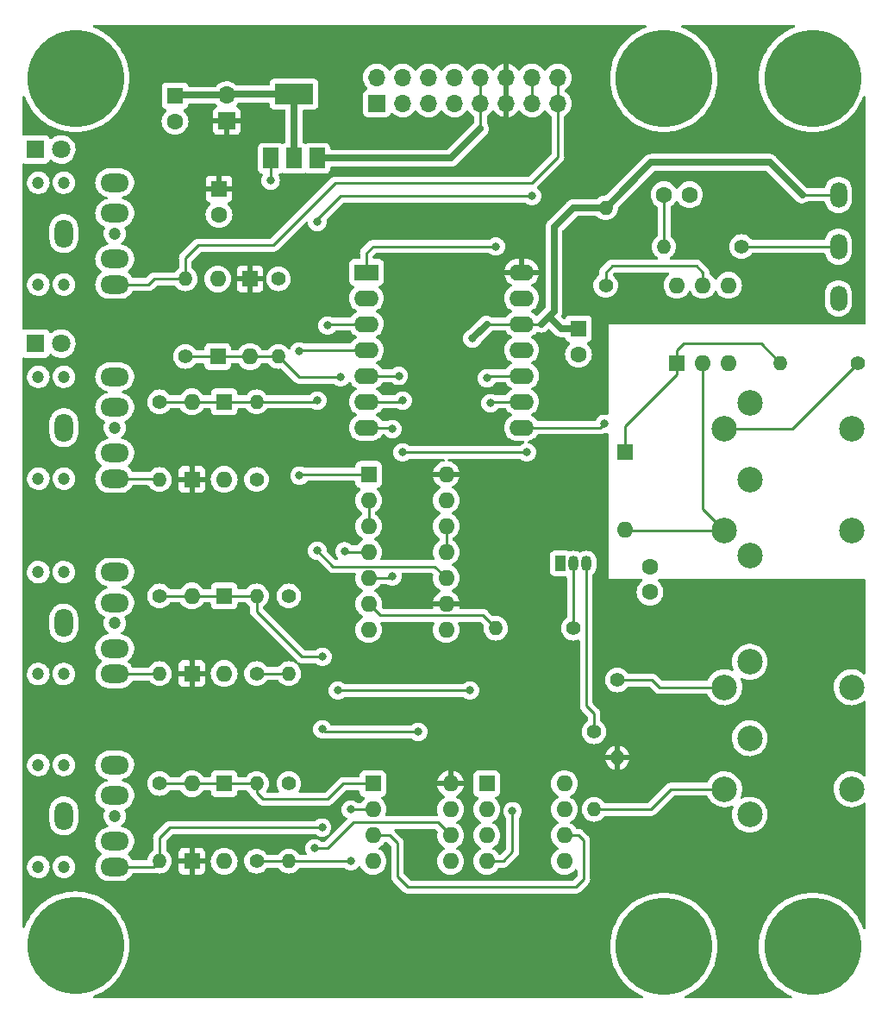
<source format=gtl>
%TF.GenerationSoftware,KiCad,Pcbnew,(6.0.1)*%
%TF.CreationDate,2022-10-11T13:34:11-04:00*%
%TF.ProjectId,SYNTH-MIDI-CTL-01,53594e54-482d-44d4-9944-492d43544c2d,1*%
%TF.SameCoordinates,Original*%
%TF.FileFunction,Copper,L1,Top*%
%TF.FilePolarity,Positive*%
%FSLAX46Y46*%
G04 Gerber Fmt 4.6, Leading zero omitted, Abs format (unit mm)*
G04 Created by KiCad (PCBNEW (6.0.1)) date 2022-10-11 13:34:11*
%MOMM*%
%LPD*%
G01*
G04 APERTURE LIST*
%TA.AperFunction,ComponentPad*%
%ADD10C,1.600000*%
%TD*%
%TA.AperFunction,ComponentPad*%
%ADD11R,1.600000X1.600000*%
%TD*%
%TA.AperFunction,ComponentPad*%
%ADD12O,1.600000X1.600000*%
%TD*%
%TA.AperFunction,ComponentPad*%
%ADD13C,9.525000*%
%TD*%
%TA.AperFunction,ComponentPad*%
%ADD14O,1.651000X2.540000*%
%TD*%
%TA.AperFunction,ComponentPad*%
%ADD15C,1.400000*%
%TD*%
%TA.AperFunction,ComponentPad*%
%ADD16O,1.400000X1.400000*%
%TD*%
%TA.AperFunction,ComponentPad*%
%ADD17C,1.200000*%
%TD*%
%TA.AperFunction,ComponentPad*%
%ADD18O,2.800000X1.800000*%
%TD*%
%TA.AperFunction,ComponentPad*%
%ADD19O,1.800000X2.800000*%
%TD*%
%TA.AperFunction,ComponentPad*%
%ADD20C,2.500000*%
%TD*%
%TA.AperFunction,ComponentPad*%
%ADD21R,1.700000X1.700000*%
%TD*%
%TA.AperFunction,ComponentPad*%
%ADD22O,1.700000X1.700000*%
%TD*%
%TA.AperFunction,ComponentPad*%
%ADD23R,1.050000X1.500000*%
%TD*%
%TA.AperFunction,ComponentPad*%
%ADD24O,1.050000X1.500000*%
%TD*%
%TA.AperFunction,ComponentPad*%
%ADD25R,2.400000X1.600000*%
%TD*%
%TA.AperFunction,ComponentPad*%
%ADD26O,2.400000X1.600000*%
%TD*%
%TA.AperFunction,ComponentPad*%
%ADD27R,1.800000X1.800000*%
%TD*%
%TA.AperFunction,ComponentPad*%
%ADD28C,1.800000*%
%TD*%
%TA.AperFunction,SMDPad,CuDef*%
%ADD29R,1.500000X2.000000*%
%TD*%
%TA.AperFunction,SMDPad,CuDef*%
%ADD30R,3.800000X2.000000*%
%TD*%
%TA.AperFunction,ViaPad*%
%ADD31C,0.800000*%
%TD*%
%TA.AperFunction,Conductor*%
%ADD32C,0.250000*%
%TD*%
%TA.AperFunction,Conductor*%
%ADD33C,0.635000*%
%TD*%
%TA.AperFunction,Conductor*%
%ADD34C,0.254000*%
%TD*%
G04 APERTURE END LIST*
D10*
%TO.P,C5,1*%
%TO.N,Net-(J4-Pad2)*%
X148500000Y-76500000D03*
%TO.P,C5,2*%
%TO.N,GND*%
X148500000Y-79000000D03*
%TD*%
D11*
%TO.P,C3,1*%
%TO.N,+5V*%
X106172000Y-39434888D03*
D10*
%TO.P,C3,2*%
%TO.N,GND*%
X106172000Y-41934888D03*
%TD*%
D11*
%TO.P,D4,1,K*%
%TO.N,/CLK_I*%
X106680000Y-60325000D03*
D12*
%TO.P,D4,2,A*%
%TO.N,GND*%
X106680000Y-67945000D03*
%TD*%
D11*
%TO.P,C2,1*%
%TO.N,+3V3*%
X141478000Y-53150888D03*
D10*
%TO.P,C2,2*%
%TO.N,GND*%
X141478000Y-55650888D03*
%TD*%
D11*
%TO.P,D9,1,K*%
%TO.N,Net-(D8-Pad2)*%
X106680000Y-97790000D03*
D12*
%TO.P,D9,2,A*%
%TO.N,GND*%
X106680000Y-105410000D03*
%TD*%
D13*
%TO.P,MTG2,1*%
%TO.N,N/C*%
X92075000Y-113665000D03*
%TD*%
D14*
%TO.P,RV1,1,1*%
%TO.N,+3V3*%
X167005000Y-40010000D03*
%TO.P,RV1,2,2*%
%TO.N,Net-(R2-Pad1)*%
X167005000Y-45090000D03*
%TO.P,RV1,3,3*%
%TO.N,GND*%
X167005000Y-50170000D03*
%TD*%
D13*
%TO.P,MTG3,1*%
%TO.N,N/C*%
X164465000Y-28575000D03*
%TD*%
%TO.P,MTG6,1*%
%TO.N,N/C*%
X149860000Y-113792000D03*
%TD*%
D15*
%TO.P,R8,1*%
%TO.N,Net-(D6-Pad2)*%
X100330000Y-79375000D03*
D16*
%TO.P,R8,2*%
%TO.N,/CV1*%
X100330000Y-86995000D03*
%TD*%
D15*
%TO.P,R6,1*%
%TO.N,/CLK_I*%
X100330000Y-60325000D03*
D16*
%TO.P,R6,2*%
%TO.N,/DIG2*%
X100330000Y-67945000D03*
%TD*%
D15*
%TO.P,R5,1*%
%TO.N,/MIDI_IN*%
X168910000Y-56515000D03*
D16*
%TO.P,R5,2*%
%TO.N,Net-(D5-Pad1)*%
X161290000Y-56515000D03*
%TD*%
D15*
%TO.P,R15,1*%
%TO.N,Net-(R15-Pad1)*%
X109855000Y-105410000D03*
D16*
%TO.P,R15,2*%
%TO.N,Net-(D8-Pad2)*%
X109855000Y-97790000D03*
%TD*%
D17*
%TO.P,J3,90*%
%TO.N,N/C*%
X88432000Y-67865000D03*
X95932000Y-62865000D03*
X88432000Y-57865000D03*
X90932000Y-57865000D03*
X90932000Y-67865000D03*
D18*
%TO.P,J3,R*%
%TO.N,unconnected-(J3-PadR)*%
X95932000Y-57865000D03*
%TO.P,J3,RN*%
%TO.N,N/C*%
X95932000Y-60865000D03*
D19*
%TO.P,J3,S*%
%TO.N,GND*%
X90932000Y-62865000D03*
D18*
%TO.P,J3,T*%
%TO.N,/DIG2*%
X95932000Y-67865000D03*
%TO.P,J3,TN*%
%TO.N,N/C*%
X95932000Y-65365000D03*
%TD*%
D11*
%TO.P,U3,1*%
%TO.N,Net-(D5-Pad1)*%
X151145000Y-56505000D03*
D12*
%TO.P,U3,2*%
%TO.N,Net-(D5-Pad2)*%
X153685000Y-56505000D03*
%TO.P,U3,3,NC*%
%TO.N,unconnected-(U3-Pad3)*%
X156225000Y-56505000D03*
%TO.P,U3,4*%
%TO.N,GND*%
X156225000Y-48885000D03*
%TO.P,U3,5*%
%TO.N,/RXD*%
X153685000Y-48885000D03*
%TO.P,U3,6*%
%TO.N,unconnected-(U3-Pad6)*%
X151145000Y-48885000D03*
%TD*%
D17*
%TO.P,J5,90*%
%TO.N,N/C*%
X90932000Y-77042000D03*
X88432000Y-77042000D03*
X95932000Y-82042000D03*
X90932000Y-87042000D03*
X88432000Y-87042000D03*
D18*
%TO.P,J5,R*%
%TO.N,unconnected-(J5-PadR)*%
X95932000Y-77042000D03*
%TO.P,J5,RN*%
%TO.N,N/C*%
X95932000Y-80042000D03*
D19*
%TO.P,J5,S*%
%TO.N,GND*%
X90932000Y-82042000D03*
D18*
%TO.P,J5,T*%
%TO.N,/CV1*%
X95932000Y-87042000D03*
%TO.P,J5,TN*%
%TO.N,N/C*%
X95932000Y-84542000D03*
%TD*%
D11*
%TO.P,D6,1,K*%
%TO.N,+5V*%
X103505000Y-86995000D03*
D12*
%TO.P,D6,2,A*%
%TO.N,Net-(D6-Pad2)*%
X103505000Y-79375000D03*
%TD*%
D11*
%TO.P,U6,1,Vdd*%
%TO.N,+3V3*%
X132471000Y-97800000D03*
D12*
%TO.P,U6,2,~{CS}*%
%TO.N,Net-(U2-Pad3)*%
X132471000Y-100340000D03*
%TO.P,U6,3,SCK*%
%TO.N,Net-(U2-Pad9)*%
X132471000Y-102880000D03*
%TO.P,U6,4,SDI*%
%TO.N,Net-(U2-Pad10)*%
X132471000Y-105420000D03*
%TO.P,U6,5,~{LDAC}*%
%TO.N,Net-(U2-Pad6)*%
X140091000Y-105420000D03*
%TO.P,U6,6,VB*%
%TO.N,Net-(U5-Pad3)*%
X140091000Y-102880000D03*
%TO.P,U6,7,Vss*%
%TO.N,GND*%
X140091000Y-100340000D03*
%TO.P,U6,8,VA*%
%TO.N,Net-(U5-Pad5)*%
X140091000Y-97800000D03*
%TD*%
D15*
%TO.P,R9,1*%
%TO.N,Net-(R10-Pad2)*%
X109855000Y-86995000D03*
D16*
%TO.P,R9,2*%
%TO.N,Net-(D6-Pad2)*%
X109855000Y-79375000D03*
%TD*%
D11*
%TO.P,D5,1,K*%
%TO.N,Net-(D5-Pad1)*%
X146050000Y-65278000D03*
D12*
%TO.P,D5,2,A*%
%TO.N,Net-(D5-Pad2)*%
X146050000Y-72898000D03*
%TD*%
D15*
%TO.P,R14,1*%
%TO.N,Net-(D8-Pad2)*%
X100330000Y-97790000D03*
D16*
%TO.P,R14,2*%
%TO.N,/CV2*%
X100330000Y-105410000D03*
%TD*%
D11*
%TO.P,D8,1,K*%
%TO.N,+5V*%
X103505000Y-105410000D03*
D12*
%TO.P,D8,2,A*%
%TO.N,Net-(D8-Pad2)*%
X103505000Y-97790000D03*
%TD*%
D11*
%TO.P,D3,1,K*%
%TO.N,+5V*%
X103505000Y-67945000D03*
D12*
%TO.P,D3,2,A*%
%TO.N,/CLK_I*%
X103505000Y-60325000D03*
%TD*%
D11*
%TO.P,D1,1,K*%
%TO.N,/GATE_I*%
X106045000Y-55880000D03*
D12*
%TO.P,D1,2,A*%
%TO.N,GND*%
X106045000Y-48260000D03*
%TD*%
D11*
%TO.P,U5,1,Q*%
%TO.N,Net-(D8-Pad2)*%
X121295000Y-97800000D03*
D12*
%TO.P,U5,2,-*%
%TO.N,Net-(R15-Pad1)*%
X121295000Y-100340000D03*
%TO.P,U5,3,+*%
%TO.N,Net-(U5-Pad3)*%
X121295000Y-102880000D03*
%TO.P,U5,4,VSS*%
%TO.N,GND*%
X121295000Y-105420000D03*
%TO.P,U5,5,+*%
%TO.N,Net-(U5-Pad5)*%
X128915000Y-105420000D03*
%TO.P,U5,6,-*%
%TO.N,Net-(R10-Pad2)*%
X128915000Y-102880000D03*
%TO.P,U5,7,Q*%
%TO.N,Net-(D6-Pad2)*%
X128915000Y-100340000D03*
%TO.P,U5,8,VDD*%
%TO.N,+5V*%
X128915000Y-97800000D03*
%TD*%
D20*
%TO.P,J6,1*%
%TO.N,unconnected-(J6-Pad1)*%
X158290000Y-85845000D03*
%TO.P,J6,2*%
%TO.N,GND*%
X158290000Y-93345000D03*
%TO.P,J6,3*%
%TO.N,unconnected-(J6-Pad3)*%
X158290000Y-100845000D03*
%TO.P,J6,4*%
%TO.N,Net-(J6-Pad4)*%
X155790000Y-88345000D03*
%TO.P,J6,5*%
%TO.N,Net-(J6-Pad5)*%
X155790000Y-98345000D03*
%TO.P,J6,6*%
%TO.N,N/C*%
X168290000Y-98345000D03*
X168290000Y-88345000D03*
%TD*%
D15*
%TO.P,R10,1*%
%TO.N,GND*%
X113030000Y-79375000D03*
D16*
%TO.P,R10,2*%
%TO.N,Net-(R10-Pad2)*%
X113030000Y-86995000D03*
%TD*%
D15*
%TO.P,R3,1*%
%TO.N,/GATE_I*%
X102870000Y-55880000D03*
D16*
%TO.P,R3,2*%
%TO.N,/DIG1*%
X102870000Y-48260000D03*
%TD*%
D13*
%TO.P,MTG5,1*%
%TO.N,N/C*%
X149860000Y-28575000D03*
%TD*%
D11*
%TO.P,D7,1,K*%
%TO.N,Net-(D6-Pad2)*%
X106680000Y-79375000D03*
D12*
%TO.P,D7,2,A*%
%TO.N,GND*%
X106680000Y-86995000D03*
%TD*%
D21*
%TO.P,J1,1,Pin_1*%
%TO.N,unconnected-(J1-Pad1)*%
X121666000Y-31050000D03*
D22*
%TO.P,J1,2,Pin_2*%
%TO.N,unconnected-(J1-Pad2)*%
X121666000Y-28510000D03*
%TO.P,J1,3,Pin_3*%
%TO.N,GND*%
X124206000Y-31050000D03*
%TO.P,J1,4,Pin_4*%
X124206000Y-28510000D03*
%TO.P,J1,5,Pin_5*%
X126746000Y-31050000D03*
%TO.P,J1,6,Pin_6*%
X126746000Y-28510000D03*
%TO.P,J1,7,Pin_7*%
X129286000Y-31050000D03*
%TO.P,J1,8,Pin_8*%
X129286000Y-28510000D03*
%TO.P,J1,9,Pin_9*%
%TO.N,+12V*%
X131826000Y-31050000D03*
%TO.P,J1,10,Pin_10*%
X131826000Y-28510000D03*
%TO.P,J1,11,Pin_11*%
%TO.N,+5V*%
X134366000Y-31050000D03*
%TO.P,J1,12,Pin_12*%
X134366000Y-28510000D03*
%TO.P,J1,13,Pin_13*%
%TO.N,/CV2*%
X136906000Y-31050000D03*
%TO.P,J1,14,Pin_14*%
X136906000Y-28510000D03*
%TO.P,J1,15,Pin_15*%
%TO.N,/DIG1*%
X139446000Y-31050000D03*
%TO.P,J1,16,Pin_16*%
X139446000Y-28510000D03*
%TD*%
D15*
%TO.P,R13,1*%
%TO.N,Net-(Q1-Pad3)*%
X143002000Y-92710000D03*
D16*
%TO.P,R13,2*%
%TO.N,Net-(J6-Pad5)*%
X143002000Y-100330000D03*
%TD*%
D15*
%TO.P,R2,1*%
%TO.N,Net-(R2-Pad1)*%
X157480000Y-45085000D03*
D16*
%TO.P,R2,2*%
%TO.N,/FREQ_POT*%
X149860000Y-45085000D03*
%TD*%
D23*
%TO.P,Q1,1,E*%
%TO.N,GND*%
X139700000Y-76200000D03*
D24*
%TO.P,Q1,2,B*%
%TO.N,Net-(Q1-Pad2)*%
X140970000Y-76200000D03*
%TO.P,Q1,3,C*%
%TO.N,Net-(Q1-Pad3)*%
X142240000Y-76200000D03*
%TD*%
D25*
%TO.P,U2,1,D0/P26*%
%TO.N,/FREQ_POT*%
X120650000Y-47625000D03*
D26*
%TO.P,U2,2,D1/P27*%
%TO.N,unconnected-(U2-Pad2)*%
X120650000Y-50165000D03*
%TO.P,U2,3,D2/P28*%
%TO.N,Net-(U2-Pad3)*%
X120650000Y-52705000D03*
%TO.P,U2,4,D3/P29*%
%TO.N,/GATE*%
X120650000Y-55245000D03*
%TO.P,U2,5,D4/SDA/P6*%
%TO.N,/CLK*%
X120650000Y-57785000D03*
%TO.P,U2,6,D5/SCL/P7*%
%TO.N,Net-(U2-Pad6)*%
X120650000Y-60325000D03*
%TO.P,U2,7,D6/TX/P0*%
%TO.N,Net-(U2-Pad7)*%
X120650000Y-62865000D03*
%TO.P,U2,8,D7/RX/P1*%
%TO.N,/RXD*%
X135890000Y-62865000D03*
%TO.P,U2,9,D8/SCK/P2*%
%TO.N,Net-(U2-Pad9)*%
X135890000Y-60325000D03*
%TO.P,U2,10,D9/MISO/P4*%
%TO.N,Net-(U2-Pad10)*%
X135890000Y-57785000D03*
%TO.P,U2,11,D10/MOSI/P3*%
%TO.N,unconnected-(U2-Pad11)*%
X135890000Y-55245000D03*
%TO.P,U2,12,3.3V*%
%TO.N,+3V3*%
X135890000Y-52705000D03*
%TO.P,U2,13,GND*%
%TO.N,GND*%
X135890000Y-50165000D03*
%TO.P,U2,14,5V*%
%TO.N,+5V*%
X135890000Y-47625000D03*
%TD*%
D11*
%TO.P,D2,1,K*%
%TO.N,+5V*%
X109220000Y-48260000D03*
D12*
%TO.P,D2,2,A*%
%TO.N,/GATE_I*%
X109220000Y-55880000D03*
%TD*%
D21*
%TO.P,H1,1,Pin_1*%
%TO.N,+5V*%
X106934000Y-32771000D03*
D22*
%TO.P,H1,2,Pin_2*%
%TO.N,Net-(C1-Pad1)*%
X106934000Y-30231000D03*
%TD*%
D13*
%TO.P,MTG4,1*%
%TO.N,N/C*%
X164465000Y-113792000D03*
%TD*%
%TO.P,MTG1,1*%
%TO.N,N/C*%
X92075000Y-28575000D03*
%TD*%
D15*
%TO.P,R16,1*%
%TO.N,GND*%
X113030000Y-97790000D03*
D16*
%TO.P,R16,2*%
%TO.N,Net-(R15-Pad1)*%
X113030000Y-105410000D03*
%TD*%
D15*
%TO.P,R1,1*%
%TO.N,/RXD*%
X144145000Y-48895000D03*
D16*
%TO.P,R1,2*%
%TO.N,+3V3*%
X144145000Y-41275000D03*
%TD*%
D15*
%TO.P,R4,1*%
%TO.N,Net-(DS1-Pad2)*%
X112014000Y-48260000D03*
D16*
%TO.P,R4,2*%
%TO.N,/GATE_I*%
X112014000Y-55880000D03*
%TD*%
D15*
%TO.P,R7,1*%
%TO.N,Net-(DS2-Pad2)*%
X109855000Y-67945000D03*
D16*
%TO.P,R7,2*%
%TO.N,/CLK_I*%
X109855000Y-60325000D03*
%TD*%
D20*
%TO.P,J4,1*%
%TO.N,unconnected-(J4-Pad1)*%
X158290000Y-60445000D03*
%TO.P,J4,2*%
%TO.N,Net-(J4-Pad2)*%
X158290000Y-67945000D03*
%TO.P,J4,3*%
%TO.N,unconnected-(J4-Pad3)*%
X158290000Y-75445000D03*
%TO.P,J4,4*%
%TO.N,/MIDI_IN*%
X155790000Y-62945000D03*
%TO.P,J4,5*%
%TO.N,Net-(D5-Pad2)*%
X155790000Y-72945000D03*
%TO.P,J4,6*%
%TO.N,N/C*%
X168290000Y-72945000D03*
X168290000Y-62945000D03*
%TD*%
D15*
%TO.P,R12,1*%
%TO.N,Net-(J6-Pad4)*%
X145288000Y-87630000D03*
D16*
%TO.P,R12,2*%
%TO.N,+5V*%
X145288000Y-95250000D03*
%TD*%
D27*
%TO.P,DS1,1,K*%
%TO.N,GND*%
X88133000Y-35560000D03*
D28*
%TO.P,DS1,2,A*%
%TO.N,Net-(DS1-Pad2)*%
X90673000Y-35560000D03*
%TD*%
D17*
%TO.P,J2,90*%
%TO.N,N/C*%
X88432000Y-38815000D03*
X90932000Y-38815000D03*
X95932000Y-43815000D03*
X90932000Y-48815000D03*
X88432000Y-48815000D03*
D18*
%TO.P,J2,R*%
%TO.N,unconnected-(J2-PadR)*%
X95932000Y-38815000D03*
%TO.P,J2,RN*%
%TO.N,N/C*%
X95932000Y-41815000D03*
D19*
%TO.P,J2,S*%
%TO.N,GND*%
X90932000Y-43815000D03*
D18*
%TO.P,J2,T*%
%TO.N,/DIG1*%
X95932000Y-48815000D03*
%TO.P,J2,TN*%
%TO.N,N/C*%
X95932000Y-46315000D03*
%TD*%
D11*
%TO.P,C1,1*%
%TO.N,Net-(C1-Pad1)*%
X101854000Y-30290888D03*
D10*
%TO.P,C1,2*%
%TO.N,GND*%
X101854000Y-32790888D03*
%TD*%
D17*
%TO.P,J7,90*%
%TO.N,N/C*%
X90932000Y-95965000D03*
X88432000Y-95965000D03*
X90932000Y-105965000D03*
X95932000Y-100965000D03*
X88432000Y-105965000D03*
D18*
%TO.P,J7,R*%
%TO.N,unconnected-(J7-PadR)*%
X95932000Y-95965000D03*
%TO.P,J7,RN*%
%TO.N,N/C*%
X95932000Y-98965000D03*
D19*
%TO.P,J7,S*%
%TO.N,GND*%
X90932000Y-100965000D03*
D18*
%TO.P,J7,T*%
%TO.N,/CV2*%
X95932000Y-105965000D03*
%TO.P,J7,TN*%
%TO.N,N/C*%
X95932000Y-103465000D03*
%TD*%
D27*
%TO.P,DS2,1,K*%
%TO.N,GND*%
X88133000Y-54610000D03*
D28*
%TO.P,DS2,2,A*%
%TO.N,Net-(DS2-Pad2)*%
X90673000Y-54610000D03*
%TD*%
D11*
%TO.P,U4,1*%
%TO.N,/GATE*%
X120870000Y-67450000D03*
D12*
%TO.P,U4,2*%
%TO.N,Net-(U4-Pad2)*%
X120870000Y-69990000D03*
%TO.P,U4,3*%
X120870000Y-72530000D03*
%TO.P,U4,4*%
%TO.N,/GATE_I*%
X120870000Y-75070000D03*
%TO.P,U4,5*%
%TO.N,Net-(U2-Pad7)*%
X120870000Y-77610000D03*
%TO.P,U4,6*%
%TO.N,Net-(R11-Pad2)*%
X120870000Y-80150000D03*
%TO.P,U4,7,GND*%
%TO.N,GND*%
X120870000Y-82690000D03*
%TO.P,U4,8*%
%TO.N,unconnected-(U4-Pad8)*%
X128490000Y-82690000D03*
%TO.P,U4,9*%
%TO.N,+5V*%
X128490000Y-80150000D03*
%TO.P,U4,10*%
%TO.N,/CLK_I*%
X128490000Y-77610000D03*
%TO.P,U4,11*%
%TO.N,Net-(U4-Pad11)*%
X128490000Y-75070000D03*
%TO.P,U4,12*%
X128490000Y-72530000D03*
%TO.P,U4,13*%
%TO.N,/CLK*%
X128490000Y-69990000D03*
%TO.P,U4,14,VCC*%
%TO.N,+5V*%
X128490000Y-67450000D03*
%TD*%
D15*
%TO.P,R11,1*%
%TO.N,Net-(Q1-Pad2)*%
X140970000Y-82550000D03*
D16*
%TO.P,R11,2*%
%TO.N,Net-(R11-Pad2)*%
X133350000Y-82550000D03*
%TD*%
D29*
%TO.P,U1,1,GND*%
%TO.N,GND*%
X111238000Y-36424000D03*
%TO.P,U1,2,VO*%
%TO.N,Net-(C1-Pad1)*%
X113538000Y-36424000D03*
%TO.P,U1,3,VIN*%
%TO.N,+12V*%
X115838000Y-36424000D03*
D30*
%TO.P,U1,4,VO*%
%TO.N,Net-(C1-Pad1)*%
X113538000Y-30124000D03*
%TD*%
D10*
%TO.P,C4,1*%
%TO.N,/FREQ_POT*%
X149880000Y-40005000D03*
%TO.P,C4,2*%
%TO.N,GND*%
X152380000Y-40005000D03*
%TD*%
D31*
%TO.N,+3V3*%
X131064000Y-54102000D03*
%TO.N,/FREQ_POT*%
X133350000Y-45085000D03*
%TO.N,/GATE*%
X114046000Y-55372000D03*
X114081500Y-67564000D03*
%TO.N,/RXD*%
X144000000Y-62500000D03*
%TO.N,/CLK*%
X123825000Y-57785000D03*
%TO.N,/GATE_I*%
X118110000Y-57912000D03*
X118500000Y-75000000D03*
%TO.N,/CLK_I*%
X115824000Y-60198000D03*
X115824000Y-74930000D03*
%TO.N,Net-(R10-Pad2)*%
X115570000Y-104140000D03*
%TO.N,Net-(U2-Pad6)*%
X124206000Y-60198000D03*
X136398000Y-65278000D03*
X124206000Y-65278000D03*
%TO.N,Net-(U2-Pad9)*%
X132842000Y-60452000D03*
%TO.N,Net-(U2-Pad10)*%
X132500000Y-58000000D03*
X135000000Y-100500000D03*
%TO.N,Net-(R15-Pad1)*%
X119126000Y-105410000D03*
X119116000Y-100340000D03*
%TO.N,Net-(D6-Pad2)*%
X125730000Y-92710000D03*
X116332000Y-92456000D03*
X116332000Y-85344000D03*
%TO.N,Net-(U2-Pad3)*%
X117856000Y-88646000D03*
X116840000Y-52832000D03*
X130810000Y-88646000D03*
%TO.N,GND*%
X111238000Y-38622000D03*
%TO.N,Net-(U2-Pad7)*%
X123190000Y-62992000D03*
X123190000Y-77470000D03*
%TO.N,/CV2*%
X116294500Y-102108000D03*
X136906000Y-40132000D03*
X115824000Y-42672000D03*
%TD*%
D32*
%TO.N,Net-(D5-Pad1)*%
X159385000Y-54610000D02*
X151765000Y-54610000D01*
X151145000Y-56505000D02*
X151145000Y-57643000D01*
X151145000Y-55230000D02*
X151145000Y-56505000D01*
X151145000Y-57643000D02*
X146050000Y-62738000D01*
X146050000Y-62738000D02*
X146050000Y-65278000D01*
X151765000Y-54610000D02*
X151145000Y-55230000D01*
X161290000Y-56515000D02*
X159385000Y-54610000D01*
D33*
%TO.N,+3V3*%
X137795000Y-52705000D02*
X138557000Y-51943000D01*
X131064000Y-54102000D02*
X132461000Y-52705000D01*
X138557000Y-51943000D02*
X139065000Y-51435000D01*
X160274000Y-36830000D02*
X163454000Y-40010000D01*
X138557000Y-51943000D02*
X139764888Y-53150888D01*
D32*
X132461000Y-52705000D02*
X135890000Y-52705000D01*
X135890000Y-52705000D02*
X137795000Y-52705000D01*
D33*
X148590000Y-36830000D02*
X160274000Y-36830000D01*
D32*
X163454000Y-40010000D02*
X167005000Y-40010000D01*
D33*
X139065000Y-51435000D02*
X139065000Y-43180000D01*
X140970000Y-41275000D02*
X144145000Y-41275000D01*
X139065000Y-43180000D02*
X140970000Y-41275000D01*
X144145000Y-41275000D02*
X148590000Y-36830000D01*
X139764888Y-53150888D02*
X141478000Y-53150888D01*
D32*
%TO.N,/FREQ_POT*%
X120650000Y-45720000D02*
X120650000Y-47625000D01*
X121285000Y-45085000D02*
X120650000Y-45720000D01*
X133350000Y-45085000D02*
X121285000Y-45085000D01*
X149880000Y-40005000D02*
X149880000Y-45065000D01*
D33*
%TO.N,+12V*%
X115838000Y-36424000D02*
X128930000Y-36424000D01*
X128930000Y-36424000D02*
X131826000Y-33528000D01*
D34*
X131826000Y-33528000D02*
X131826000Y-31050000D01*
X131826000Y-31050000D02*
X131826000Y-28510000D01*
D32*
%TO.N,/GATE*%
X114046000Y-55372000D02*
X114173000Y-55245000D01*
X114173000Y-55245000D02*
X120650000Y-55245000D01*
X120870000Y-67450000D02*
X114195500Y-67450000D01*
X114195500Y-67450000D02*
X114081500Y-67564000D01*
D33*
%TO.N,Net-(C1-Pad1)*%
X106934000Y-30231000D02*
X101913888Y-30231000D01*
X113538000Y-36424000D02*
X113538000Y-30124000D01*
X113538000Y-30124000D02*
X107041000Y-30124000D01*
D32*
%TO.N,/RXD*%
X153685000Y-47640000D02*
X153035000Y-46990000D01*
X144000000Y-62500000D02*
X143635000Y-62865000D01*
X144780000Y-46990000D02*
X144145000Y-47625000D01*
X135890000Y-62865000D02*
X143635000Y-62865000D01*
X153035000Y-46990000D02*
X144780000Y-46990000D01*
X153685000Y-48885000D02*
X153685000Y-47640000D01*
X144145000Y-47625000D02*
X144145000Y-48895000D01*
%TO.N,/MIDI_IN*%
X155790000Y-62945000D02*
X162480000Y-62945000D01*
X162480000Y-62945000D02*
X168910000Y-56515000D01*
%TO.N,/CLK*%
X120650000Y-57785000D02*
X123825000Y-57785000D01*
%TO.N,Net-(D5-Pad2)*%
X153685000Y-70840000D02*
X155790000Y-72945000D01*
X153685000Y-56505000D02*
X153685000Y-70840000D01*
X155790000Y-72945000D02*
X146097000Y-72945000D01*
%TO.N,Net-(J6-Pad5)*%
X150575000Y-98345000D02*
X148590000Y-100330000D01*
X155790000Y-98345000D02*
X150575000Y-98345000D01*
X143002000Y-100330000D02*
X148590000Y-100330000D01*
%TO.N,Net-(Q1-Pad2)*%
X140970000Y-82550000D02*
X140970000Y-76200000D01*
%TO.N,Net-(Q1-Pad3)*%
X143002000Y-90932000D02*
X142240000Y-90170000D01*
X142240000Y-76200000D02*
X142240000Y-90170000D01*
X143002000Y-92710000D02*
X143002000Y-90932000D01*
%TO.N,Net-(J6-Pad4)*%
X144780000Y-87630000D02*
X148684000Y-87630000D01*
X155790000Y-88345000D02*
X149399000Y-88345000D01*
X148684000Y-87630000D02*
X149399000Y-88345000D01*
%TO.N,/GATE_I*%
X114046000Y-57912000D02*
X112014000Y-55880000D01*
X106045000Y-55880000D02*
X109220000Y-55880000D01*
X102870000Y-55880000D02*
X106045000Y-55880000D01*
X109220000Y-55880000D02*
X112014000Y-55880000D01*
X120870000Y-75070000D02*
X118570000Y-75070000D01*
X118570000Y-75070000D02*
X118500000Y-75000000D01*
X118110000Y-57912000D02*
X114046000Y-57912000D01*
%TO.N,/CLK_I*%
X103505000Y-60325000D02*
X115697000Y-60325000D01*
X115697000Y-60325000D02*
X115824000Y-60198000D01*
X100330000Y-60325000D02*
X103505000Y-60325000D01*
X127365489Y-76485489D02*
X117379489Y-76485489D01*
X128490000Y-77610000D02*
X127365489Y-76485489D01*
X117379489Y-76485489D02*
X115824000Y-74930000D01*
%TO.N,Net-(U5-Pad3)*%
X124714000Y-107950000D02*
X141224000Y-107950000D01*
X141986000Y-103378000D02*
X141986000Y-107188000D01*
X141488000Y-102880000D02*
X141986000Y-103378000D01*
X123698000Y-106934000D02*
X124714000Y-107950000D01*
X121295000Y-102880000D02*
X122946000Y-102880000D01*
X140091000Y-102880000D02*
X141488000Y-102880000D01*
X141986000Y-107188000D02*
X141224000Y-107950000D01*
X123698000Y-103632000D02*
X123698000Y-106934000D01*
X122946000Y-102880000D02*
X123698000Y-103632000D01*
%TO.N,Net-(R2-Pad1)*%
X157480000Y-45085000D02*
X167000000Y-45085000D01*
%TO.N,Net-(R10-Pad2)*%
X127635000Y-101600000D02*
X119380000Y-101600000D01*
X109855000Y-86995000D02*
X113030000Y-86995000D01*
X116840000Y-104140000D02*
X115570000Y-104140000D01*
X128915000Y-102880000D02*
X127635000Y-101600000D01*
X119380000Y-101600000D02*
X116840000Y-104140000D01*
%TO.N,Net-(R11-Pad2)*%
X120870000Y-80150000D02*
X121994511Y-81274511D01*
X132074511Y-81274511D02*
X133350000Y-82550000D01*
X121994511Y-81274511D02*
X132074511Y-81274511D01*
%TO.N,Net-(U2-Pad6)*%
X124079000Y-60325000D02*
X124206000Y-60198000D01*
X120650000Y-60325000D02*
X124079000Y-60325000D01*
X124206000Y-65278000D02*
X136398000Y-65278000D01*
%TO.N,Net-(U2-Pad9)*%
X132969000Y-60325000D02*
X135890000Y-60325000D01*
X132842000Y-60452000D02*
X132969000Y-60325000D01*
%TO.N,Net-(U2-Pad10)*%
X135000000Y-100500000D02*
X135000000Y-104500000D01*
X135890000Y-57785000D02*
X132715000Y-57785000D01*
X132715000Y-57785000D02*
X132500000Y-58000000D01*
X135000000Y-104500000D02*
X134080000Y-105420000D01*
X134080000Y-105420000D02*
X132471000Y-105420000D01*
%TO.N,Net-(R15-Pad1)*%
X121295000Y-100340000D02*
X119116000Y-100340000D01*
X109855000Y-105410000D02*
X113030000Y-105410000D01*
X113030000Y-105410000D02*
X119126000Y-105410000D01*
%TO.N,Net-(D6-Pad2)*%
X109855000Y-79375000D02*
X109855000Y-80899000D01*
X125730000Y-92710000D02*
X116586000Y-92710000D01*
X116586000Y-92710000D02*
X116332000Y-92456000D01*
X100330000Y-79375000D02*
X103505000Y-79375000D01*
X109855000Y-80899000D02*
X114300000Y-85344000D01*
X103505000Y-79375000D02*
X106680000Y-79375000D01*
X116332000Y-85344000D02*
X114300000Y-85344000D01*
X106680000Y-79375000D02*
X109855000Y-79375000D01*
%TO.N,Net-(D8-Pad2)*%
X106680000Y-97790000D02*
X109855000Y-97790000D01*
X118374000Y-97800000D02*
X121295000Y-97800000D01*
X110490000Y-99314000D02*
X116860000Y-99314000D01*
X103505000Y-97790000D02*
X106680000Y-97790000D01*
X116860000Y-99314000D02*
X118374000Y-97800000D01*
X109855000Y-97790000D02*
X109855000Y-98679000D01*
X100330000Y-97790000D02*
X103505000Y-97790000D01*
X109855000Y-98679000D02*
X110490000Y-99314000D01*
%TO.N,Net-(U2-Pad3)*%
X120650000Y-52705000D02*
X116967000Y-52705000D01*
X116967000Y-52705000D02*
X116840000Y-52832000D01*
X130810000Y-88646000D02*
X117856000Y-88646000D01*
D34*
%TO.N,GND*%
X111238000Y-38622000D02*
X111238000Y-36424000D01*
D32*
%TO.N,Net-(U2-Pad7)*%
X120650000Y-62865000D02*
X123063000Y-62865000D01*
X123050000Y-77610000D02*
X123190000Y-77470000D01*
X123190000Y-62992000D02*
X123063000Y-62865000D01*
X120870000Y-77610000D02*
X123050000Y-77610000D01*
%TO.N,/DIG1*%
X117602000Y-38862000D02*
X111506000Y-44958000D01*
X96075000Y-48815000D02*
X99267000Y-48815000D01*
X102870000Y-46228000D02*
X104140000Y-44958000D01*
X104140000Y-44958000D02*
X111506000Y-44958000D01*
D34*
X139446000Y-28510000D02*
X139446000Y-31050000D01*
D32*
X139446000Y-36322000D02*
X139446000Y-31050000D01*
X136906000Y-38862000D02*
X117602000Y-38862000D01*
X99822000Y-48260000D02*
X102870000Y-48260000D01*
X136906000Y-38862000D02*
X139446000Y-36322000D01*
X102870000Y-48260000D02*
X102870000Y-46228000D01*
X99267000Y-48815000D02*
X99822000Y-48260000D01*
%TO.N,/DIG2*%
X96075000Y-67865000D02*
X100250000Y-67865000D01*
%TO.N,/CV1*%
X95932000Y-87042000D02*
X100283000Y-87042000D01*
D34*
%TO.N,/CV2*%
X115824000Y-42418000D02*
X115824000Y-42672000D01*
D32*
X99775000Y-105965000D02*
X100330000Y-105410000D01*
D34*
X101346000Y-102108000D02*
X100330000Y-103124000D01*
X136906000Y-28510000D02*
X136906000Y-31050000D01*
X116294500Y-102108000D02*
X101346000Y-102108000D01*
X100330000Y-103124000D02*
X100330000Y-105410000D01*
D32*
X95932000Y-105965000D02*
X99775000Y-105965000D01*
D34*
X136906000Y-40132000D02*
X118110000Y-40132000D01*
X118110000Y-40132000D02*
X115824000Y-42418000D01*
D32*
%TO.N,Net-(U4-Pad2)*%
X120870000Y-69990000D02*
X120870000Y-72530000D01*
%TO.N,Net-(U4-Pad11)*%
X128490000Y-72530000D02*
X128490000Y-75070000D01*
%TD*%
%TA.AperFunction,Conductor*%
%TO.N,+5V*%
G36*
X148095219Y-23388002D02*
G01*
X148141712Y-23441658D01*
X148151816Y-23511932D01*
X148122322Y-23576512D01*
X148064986Y-23614168D01*
X148055494Y-23617161D01*
X147630257Y-23793300D01*
X147221989Y-24005831D01*
X146833798Y-24253136D01*
X146594853Y-24436485D01*
X146470806Y-24531669D01*
X146470800Y-24531674D01*
X146468638Y-24533333D01*
X146129289Y-24844289D01*
X145818333Y-25183638D01*
X145538136Y-25548798D01*
X145290831Y-25936989D01*
X145078300Y-26345257D01*
X144902161Y-26770494D01*
X144901335Y-26773113D01*
X144901332Y-26773122D01*
X144768542Y-27194280D01*
X144763754Y-27209465D01*
X144664133Y-27658828D01*
X144604055Y-28115164D01*
X144603935Y-28117913D01*
X144603934Y-28117924D01*
X144596311Y-28292522D01*
X144583978Y-28575000D01*
X144584098Y-28577748D01*
X144603050Y-29011811D01*
X144604055Y-29034836D01*
X144626779Y-29207438D01*
X144663616Y-29487242D01*
X144664133Y-29491172D01*
X144763754Y-29940535D01*
X144764582Y-29943160D01*
X144764583Y-29943165D01*
X144899649Y-30371538D01*
X144902161Y-30379506D01*
X145078300Y-30804743D01*
X145290831Y-31213011D01*
X145538136Y-31601202D01*
X145693283Y-31803394D01*
X145815850Y-31963126D01*
X145818333Y-31966362D01*
X146129289Y-32305711D01*
X146468638Y-32616667D01*
X146470800Y-32618326D01*
X146470806Y-32618331D01*
X146594853Y-32713515D01*
X146833798Y-32896864D01*
X147221989Y-33144169D01*
X147630257Y-33356700D01*
X148055494Y-33532839D01*
X148058114Y-33533665D01*
X148058122Y-33533668D01*
X148491835Y-33670417D01*
X148491840Y-33670418D01*
X148494465Y-33671246D01*
X148943828Y-33770867D01*
X148946548Y-33771225D01*
X148946553Y-33771226D01*
X149113380Y-33793189D01*
X149400164Y-33830945D01*
X149402913Y-33831065D01*
X149402924Y-33831066D01*
X149857252Y-33850902D01*
X149860000Y-33851022D01*
X149862748Y-33850902D01*
X150317076Y-33831066D01*
X150317087Y-33831065D01*
X150319836Y-33830945D01*
X150606620Y-33793189D01*
X150773447Y-33771226D01*
X150773452Y-33771225D01*
X150776172Y-33770867D01*
X151225535Y-33671246D01*
X151228160Y-33670418D01*
X151228165Y-33670417D01*
X151661878Y-33533668D01*
X151661886Y-33533665D01*
X151664506Y-33532839D01*
X152089743Y-33356700D01*
X152498011Y-33144169D01*
X152886202Y-32896864D01*
X153125147Y-32713515D01*
X153249194Y-32618331D01*
X153249200Y-32618326D01*
X153251362Y-32616667D01*
X153590711Y-32305711D01*
X153901667Y-31966362D01*
X153904151Y-31963126D01*
X154026717Y-31803394D01*
X154181864Y-31601202D01*
X154429169Y-31213011D01*
X154641700Y-30804743D01*
X154817839Y-30379506D01*
X154820352Y-30371538D01*
X154955417Y-29943165D01*
X154955418Y-29943160D01*
X154956246Y-29940535D01*
X155055867Y-29491172D01*
X155056385Y-29487242D01*
X155093221Y-29207438D01*
X155115945Y-29034836D01*
X155116951Y-29011811D01*
X155135902Y-28577748D01*
X155136022Y-28575000D01*
X155123689Y-28292522D01*
X155116066Y-28117924D01*
X155116065Y-28117913D01*
X155115945Y-28115164D01*
X155055867Y-27658828D01*
X154956246Y-27209465D01*
X154951458Y-27194280D01*
X154818668Y-26773122D01*
X154818665Y-26773113D01*
X154817839Y-26770494D01*
X154641700Y-26345257D01*
X154429169Y-25936989D01*
X154181864Y-25548798D01*
X153901667Y-25183638D01*
X153590711Y-24844289D01*
X153251362Y-24533333D01*
X153249200Y-24531674D01*
X153249194Y-24531669D01*
X153125147Y-24436485D01*
X152886202Y-24253136D01*
X152498011Y-24005831D01*
X152089743Y-23793300D01*
X151664506Y-23617161D01*
X151655014Y-23614168D01*
X151596061Y-23574609D01*
X151567854Y-23509456D01*
X151579348Y-23439396D01*
X151626895Y-23386673D01*
X151692902Y-23368000D01*
X162632098Y-23368000D01*
X162700219Y-23388002D01*
X162746712Y-23441658D01*
X162756816Y-23511932D01*
X162727322Y-23576512D01*
X162669986Y-23614168D01*
X162660494Y-23617161D01*
X162235257Y-23793300D01*
X161826989Y-24005831D01*
X161438798Y-24253136D01*
X161199853Y-24436485D01*
X161075806Y-24531669D01*
X161075800Y-24531674D01*
X161073638Y-24533333D01*
X160734289Y-24844289D01*
X160423333Y-25183638D01*
X160143136Y-25548798D01*
X159895831Y-25936989D01*
X159683300Y-26345257D01*
X159507161Y-26770494D01*
X159506335Y-26773113D01*
X159506332Y-26773122D01*
X159373542Y-27194280D01*
X159368754Y-27209465D01*
X159269133Y-27658828D01*
X159209055Y-28115164D01*
X159208935Y-28117913D01*
X159208934Y-28117924D01*
X159201311Y-28292522D01*
X159188978Y-28575000D01*
X159189098Y-28577748D01*
X159208050Y-29011811D01*
X159209055Y-29034836D01*
X159231779Y-29207438D01*
X159268616Y-29487242D01*
X159269133Y-29491172D01*
X159368754Y-29940535D01*
X159369582Y-29943160D01*
X159369583Y-29943165D01*
X159504649Y-30371538D01*
X159507161Y-30379506D01*
X159683300Y-30804743D01*
X159895831Y-31213011D01*
X160143136Y-31601202D01*
X160298283Y-31803394D01*
X160420850Y-31963126D01*
X160423333Y-31966362D01*
X160734289Y-32305711D01*
X161073638Y-32616667D01*
X161075800Y-32618326D01*
X161075806Y-32618331D01*
X161199853Y-32713515D01*
X161438798Y-32896864D01*
X161826989Y-33144169D01*
X162235257Y-33356700D01*
X162660494Y-33532839D01*
X162663114Y-33533665D01*
X162663122Y-33533668D01*
X163096835Y-33670417D01*
X163096840Y-33670418D01*
X163099465Y-33671246D01*
X163548828Y-33770867D01*
X163551548Y-33771225D01*
X163551553Y-33771226D01*
X163718380Y-33793189D01*
X164005164Y-33830945D01*
X164007913Y-33831065D01*
X164007924Y-33831066D01*
X164462252Y-33850902D01*
X164465000Y-33851022D01*
X164467748Y-33850902D01*
X164922076Y-33831066D01*
X164922087Y-33831065D01*
X164924836Y-33830945D01*
X165211620Y-33793189D01*
X165378447Y-33771226D01*
X165378452Y-33771225D01*
X165381172Y-33770867D01*
X165830535Y-33671246D01*
X165833160Y-33670418D01*
X165833165Y-33670417D01*
X166266878Y-33533668D01*
X166266886Y-33533665D01*
X166269506Y-33532839D01*
X166694743Y-33356700D01*
X167103011Y-33144169D01*
X167491202Y-32896864D01*
X167730147Y-32713515D01*
X167854194Y-32618331D01*
X167854200Y-32618326D01*
X167856362Y-32616667D01*
X168195711Y-32305711D01*
X168506667Y-31966362D01*
X168509151Y-31963126D01*
X168631717Y-31803394D01*
X168786864Y-31601202D01*
X169034169Y-31213011D01*
X169246700Y-30804743D01*
X169422839Y-30379506D01*
X169425832Y-30370014D01*
X169465391Y-30311061D01*
X169530544Y-30282854D01*
X169600604Y-30294348D01*
X169653327Y-30341895D01*
X169672000Y-30407902D01*
X169672000Y-52579000D01*
X169651998Y-52647121D01*
X169598342Y-52693614D01*
X169546000Y-52705000D01*
X144399000Y-52705000D01*
X144399000Y-61500416D01*
X144378998Y-61568537D01*
X144325342Y-61615030D01*
X144255068Y-61625134D01*
X144246803Y-61623663D01*
X144101944Y-61592872D01*
X144101939Y-61592872D01*
X144095487Y-61591500D01*
X143904513Y-61591500D01*
X143898061Y-61592872D01*
X143898056Y-61592872D01*
X143817948Y-61609900D01*
X143717712Y-61631206D01*
X143711682Y-61633891D01*
X143711681Y-61633891D01*
X143549278Y-61706197D01*
X143549276Y-61706198D01*
X143543248Y-61708882D01*
X143537907Y-61712762D01*
X143537906Y-61712763D01*
X143520856Y-61725151D01*
X143388747Y-61821134D01*
X143384326Y-61826044D01*
X143384325Y-61826045D01*
X143321824Y-61895460D01*
X143260960Y-61963056D01*
X143220798Y-62032619D01*
X143181805Y-62100157D01*
X143165473Y-62128444D01*
X143163431Y-62134729D01*
X143163430Y-62134731D01*
X143160277Y-62144435D01*
X143120204Y-62203041D01*
X143054808Y-62230679D01*
X143040444Y-62231500D01*
X137509394Y-62231500D01*
X137441273Y-62211498D01*
X137406181Y-62177771D01*
X137299357Y-62025211D01*
X137299355Y-62025208D01*
X137296198Y-62020700D01*
X137134300Y-61858802D01*
X137129792Y-61855645D01*
X137129789Y-61855643D01*
X137017599Y-61777087D01*
X136946749Y-61727477D01*
X136941767Y-61725154D01*
X136941762Y-61725151D01*
X136907543Y-61709195D01*
X136854258Y-61662278D01*
X136834797Y-61594001D01*
X136855339Y-61526041D01*
X136907543Y-61480805D01*
X136941762Y-61464849D01*
X136941767Y-61464846D01*
X136946749Y-61462523D01*
X137094412Y-61359128D01*
X137129789Y-61334357D01*
X137129792Y-61334355D01*
X137134300Y-61331198D01*
X137296198Y-61169300D01*
X137345543Y-61098829D01*
X137392226Y-61032158D01*
X137427523Y-60981749D01*
X137429846Y-60976767D01*
X137429849Y-60976762D01*
X137521961Y-60779225D01*
X137521961Y-60779224D01*
X137524284Y-60774243D01*
X137534907Y-60734600D01*
X137582119Y-60558402D01*
X137582119Y-60558400D01*
X137583543Y-60553087D01*
X137603498Y-60325000D01*
X137583543Y-60096913D01*
X137537384Y-59924647D01*
X137525707Y-59881067D01*
X137525706Y-59881065D01*
X137524284Y-59875757D01*
X137501289Y-59826444D01*
X137429849Y-59673238D01*
X137429846Y-59673233D01*
X137427523Y-59668251D01*
X137320391Y-59515251D01*
X137299357Y-59485211D01*
X137299355Y-59485208D01*
X137296198Y-59480700D01*
X137134300Y-59318802D01*
X137129792Y-59315645D01*
X137129789Y-59315643D01*
X137041244Y-59253643D01*
X136946749Y-59187477D01*
X136941767Y-59185154D01*
X136941762Y-59185151D01*
X136907543Y-59169195D01*
X136854258Y-59122278D01*
X136834797Y-59054001D01*
X136855339Y-58986041D01*
X136907543Y-58940805D01*
X136941762Y-58924849D01*
X136941767Y-58924846D01*
X136946749Y-58922523D01*
X137119339Y-58801674D01*
X137129789Y-58794357D01*
X137129792Y-58794355D01*
X137134300Y-58791198D01*
X137296198Y-58629300D01*
X137331557Y-58578803D01*
X137371307Y-58522033D01*
X137427523Y-58441749D01*
X137429846Y-58436767D01*
X137429849Y-58436762D01*
X137521961Y-58239225D01*
X137521961Y-58239224D01*
X137524284Y-58234243D01*
X137546785Y-58150271D01*
X137582119Y-58018402D01*
X137582119Y-58018400D01*
X137583543Y-58013087D01*
X137603498Y-57785000D01*
X137583543Y-57556913D01*
X137559926Y-57468774D01*
X137525707Y-57341067D01*
X137525706Y-57341065D01*
X137524284Y-57335757D01*
X137512773Y-57311071D01*
X137429849Y-57133238D01*
X137429846Y-57133233D01*
X137427523Y-57128251D01*
X137333437Y-56993882D01*
X137299357Y-56945211D01*
X137299355Y-56945208D01*
X137296198Y-56940700D01*
X137134300Y-56778802D01*
X137129792Y-56775645D01*
X137129789Y-56775643D01*
X136969876Y-56663671D01*
X136946749Y-56647477D01*
X136941767Y-56645154D01*
X136941762Y-56645151D01*
X136907543Y-56629195D01*
X136854258Y-56582278D01*
X136834797Y-56514001D01*
X136855339Y-56446041D01*
X136907543Y-56400805D01*
X136941762Y-56384849D01*
X136941767Y-56384846D01*
X136946749Y-56382523D01*
X137071873Y-56294910D01*
X137129789Y-56254357D01*
X137129792Y-56254355D01*
X137134300Y-56251198D01*
X137296198Y-56089300D01*
X137323866Y-56049787D01*
X137390076Y-55955229D01*
X137427523Y-55901749D01*
X137429846Y-55896767D01*
X137429849Y-55896762D01*
X137521961Y-55699225D01*
X137521961Y-55699224D01*
X137524284Y-55694243D01*
X137530956Y-55669345D01*
X137582119Y-55478402D01*
X137582119Y-55478400D01*
X137583543Y-55473087D01*
X137603498Y-55245000D01*
X137583543Y-55016913D01*
X137581457Y-55009128D01*
X137525707Y-54801067D01*
X137525706Y-54801065D01*
X137524284Y-54795757D01*
X137515050Y-54775955D01*
X137429849Y-54593238D01*
X137429846Y-54593233D01*
X137427523Y-54588251D01*
X137351218Y-54479277D01*
X137299357Y-54405211D01*
X137299355Y-54405208D01*
X137296198Y-54400700D01*
X137134300Y-54238802D01*
X137129792Y-54235645D01*
X137129789Y-54235643D01*
X137021108Y-54159544D01*
X136946749Y-54107477D01*
X136941767Y-54105154D01*
X136941762Y-54105151D01*
X136907543Y-54089195D01*
X136854258Y-54042278D01*
X136834797Y-53974001D01*
X136855339Y-53906041D01*
X136907543Y-53860805D01*
X136941762Y-53844849D01*
X136941767Y-53844846D01*
X136946749Y-53842523D01*
X137082220Y-53747665D01*
X137129789Y-53714357D01*
X137129792Y-53714355D01*
X137134300Y-53711198D01*
X137296198Y-53549300D01*
X137299357Y-53544789D01*
X137299361Y-53544784D01*
X137320885Y-53514044D01*
X137376342Y-53469715D01*
X137446961Y-53462406D01*
X137464918Y-53467872D01*
X137465022Y-53467535D01*
X137636462Y-53520605D01*
X137815300Y-53535623D01*
X137822060Y-53534721D01*
X137822062Y-53534721D01*
X137942977Y-53518587D01*
X137993190Y-53511887D01*
X137999598Y-53509555D01*
X137999601Y-53509554D01*
X138126696Y-53463295D01*
X138161834Y-53450506D01*
X138313364Y-53354343D01*
X138317464Y-53350677D01*
X138467905Y-53200236D01*
X138530217Y-53166210D01*
X138601032Y-53171275D01*
X138646095Y-53200236D01*
X139152509Y-53706650D01*
X139159652Y-53714417D01*
X139191903Y-53752581D01*
X139197327Y-53756728D01*
X139197328Y-53756729D01*
X139253922Y-53799998D01*
X139256338Y-53801891D01*
X139317239Y-53850858D01*
X139323352Y-53853893D01*
X139325396Y-53855200D01*
X139325850Y-53855518D01*
X139326503Y-53855924D01*
X139326993Y-53856194D01*
X139329059Y-53857445D01*
X139334474Y-53861585D01*
X139405232Y-53894580D01*
X139408004Y-53895914D01*
X139477990Y-53930655D01*
X139484615Y-53932307D01*
X139486882Y-53933141D01*
X139487407Y-53933360D01*
X139488111Y-53933609D01*
X139488661Y-53933771D01*
X139490945Y-53934549D01*
X139497127Y-53937431D01*
X139503785Y-53938919D01*
X139503793Y-53938922D01*
X139573346Y-53954469D01*
X139576342Y-53955177D01*
X139645503Y-53972421D01*
X139645506Y-53972421D01*
X139652126Y-53974072D01*
X139658947Y-53974263D01*
X139661344Y-53974591D01*
X139662458Y-53974792D01*
X139667232Y-53975454D01*
X139672272Y-53976581D01*
X139677763Y-53976888D01*
X139751177Y-53976888D01*
X139754695Y-53976937D01*
X139831523Y-53979083D01*
X139838230Y-53977804D01*
X139844565Y-53977294D01*
X139854672Y-53976888D01*
X140057668Y-53976888D01*
X140125789Y-53996890D01*
X140172282Y-54050546D01*
X140175978Y-54061308D01*
X140176255Y-54061204D01*
X140227385Y-54197593D01*
X140314739Y-54314149D01*
X140431295Y-54401503D01*
X140439703Y-54404655D01*
X140567684Y-54452633D01*
X140566954Y-54454579D01*
X140619205Y-54484433D01*
X140652021Y-54547391D01*
X140645591Y-54618095D01*
X140617502Y-54660888D01*
X140471802Y-54806588D01*
X140468645Y-54811096D01*
X140468643Y-54811099D01*
X140447214Y-54841703D01*
X140340477Y-54994139D01*
X140338154Y-54999121D01*
X140338151Y-54999126D01*
X140276994Y-55130280D01*
X140243716Y-55201645D01*
X140242294Y-55206953D01*
X140242293Y-55206955D01*
X140185881Y-55417486D01*
X140184457Y-55422801D01*
X140164502Y-55650888D01*
X140184457Y-55878975D01*
X140185881Y-55884288D01*
X140185881Y-55884290D01*
X140239709Y-56085175D01*
X140243716Y-56100131D01*
X140246039Y-56105112D01*
X140246039Y-56105113D01*
X140338151Y-56302650D01*
X140338154Y-56302655D01*
X140340477Y-56307637D01*
X140343634Y-56312145D01*
X140454982Y-56471166D01*
X140471802Y-56495188D01*
X140633700Y-56657086D01*
X140638208Y-56660243D01*
X140638211Y-56660245D01*
X140643104Y-56663671D01*
X140821251Y-56788411D01*
X140826233Y-56790734D01*
X140826238Y-56790737D01*
X141013102Y-56877872D01*
X141028757Y-56885172D01*
X141034065Y-56886594D01*
X141034067Y-56886595D01*
X141244598Y-56943007D01*
X141244600Y-56943007D01*
X141249913Y-56944431D01*
X141478000Y-56964386D01*
X141706087Y-56944431D01*
X141711400Y-56943007D01*
X141711402Y-56943007D01*
X141921933Y-56886595D01*
X141921935Y-56886594D01*
X141927243Y-56885172D01*
X141942898Y-56877872D01*
X142129762Y-56790737D01*
X142129767Y-56790734D01*
X142134749Y-56788411D01*
X142312896Y-56663671D01*
X142317789Y-56660245D01*
X142317792Y-56660243D01*
X142322300Y-56657086D01*
X142484198Y-56495188D01*
X142501019Y-56471166D01*
X142612366Y-56312145D01*
X142615523Y-56307637D01*
X142617846Y-56302655D01*
X142617849Y-56302650D01*
X142709961Y-56105113D01*
X142709961Y-56105112D01*
X142712284Y-56100131D01*
X142716292Y-56085175D01*
X142770119Y-55884290D01*
X142770119Y-55884288D01*
X142771543Y-55878975D01*
X142791498Y-55650888D01*
X142771543Y-55422801D01*
X142770119Y-55417486D01*
X142713707Y-55206955D01*
X142713706Y-55206953D01*
X142712284Y-55201645D01*
X142679006Y-55130280D01*
X142617849Y-54999126D01*
X142617846Y-54999121D01*
X142615523Y-54994139D01*
X142508786Y-54841703D01*
X142487357Y-54811099D01*
X142487355Y-54811096D01*
X142484198Y-54806588D01*
X142338498Y-54660888D01*
X142304472Y-54598576D01*
X142309537Y-54527761D01*
X142352084Y-54470925D01*
X142388737Y-54453756D01*
X142388316Y-54452633D01*
X142516297Y-54404655D01*
X142524705Y-54401503D01*
X142641261Y-54314149D01*
X142728615Y-54197593D01*
X142779745Y-54061204D01*
X142786500Y-53999022D01*
X142786500Y-52302754D01*
X142779745Y-52240572D01*
X142728615Y-52104183D01*
X142641261Y-51987627D01*
X142524705Y-51900273D01*
X142388316Y-51849143D01*
X142326134Y-51842388D01*
X140629866Y-51842388D01*
X140567684Y-51849143D01*
X140431295Y-51900273D01*
X140314739Y-51987627D01*
X140227385Y-52104183D01*
X140224233Y-52112591D01*
X140203085Y-52169003D01*
X140160443Y-52225767D01*
X140093882Y-52250467D01*
X140024533Y-52235260D01*
X139996008Y-52213868D01*
X139796686Y-52014546D01*
X139762660Y-51952234D01*
X139767725Y-51881419D01*
X139775085Y-51866214D01*
X139775697Y-51865414D01*
X139779713Y-51856803D01*
X139808695Y-51794649D01*
X139810030Y-51791875D01*
X139818808Y-51774191D01*
X139844767Y-51721898D01*
X139846419Y-51715273D01*
X139847253Y-51713006D01*
X139847472Y-51712481D01*
X139847721Y-51711777D01*
X139847883Y-51711227D01*
X139848661Y-51708943D01*
X139851543Y-51702761D01*
X139853031Y-51696103D01*
X139853034Y-51696095D01*
X139868580Y-51626547D01*
X139869288Y-51623551D01*
X139886532Y-51554389D01*
X139886532Y-51554388D01*
X139888184Y-51547763D01*
X139888375Y-51540942D01*
X139888705Y-51538531D01*
X139888903Y-51537427D01*
X139889563Y-51532672D01*
X139890693Y-51527616D01*
X139891000Y-51522125D01*
X139891000Y-51448690D01*
X139891049Y-51445173D01*
X139893004Y-51375186D01*
X139893004Y-51375182D01*
X139893194Y-51368365D01*
X139891915Y-51361661D01*
X139891406Y-51355335D01*
X139891000Y-51345228D01*
X139891000Y-50672747D01*
X165671000Y-50672747D01*
X165686248Y-50847032D01*
X165687672Y-50852345D01*
X165687672Y-50852347D01*
X165728519Y-51004789D01*
X165746661Y-51072498D01*
X165748983Y-51077478D01*
X165748984Y-51077480D01*
X165842983Y-51279061D01*
X165842986Y-51279066D01*
X165845309Y-51284048D01*
X165848465Y-51288555D01*
X165848466Y-51288557D01*
X165960593Y-51448690D01*
X165979193Y-51475254D01*
X166144246Y-51640307D01*
X166148754Y-51643464D01*
X166148757Y-51643466D01*
X166260770Y-51721898D01*
X166335452Y-51774191D01*
X166340434Y-51776514D01*
X166340439Y-51776517D01*
X166531079Y-51865414D01*
X166547002Y-51872839D01*
X166552310Y-51874261D01*
X166552312Y-51874262D01*
X166767153Y-51931828D01*
X166767155Y-51931828D01*
X166772468Y-51933252D01*
X167005000Y-51953596D01*
X167237532Y-51933252D01*
X167242845Y-51931828D01*
X167242847Y-51931828D01*
X167457688Y-51874262D01*
X167457690Y-51874261D01*
X167462998Y-51872839D01*
X167478921Y-51865414D01*
X167669561Y-51776517D01*
X167669566Y-51776514D01*
X167674548Y-51774191D01*
X167749230Y-51721898D01*
X167861243Y-51643466D01*
X167861246Y-51643464D01*
X167865754Y-51640307D01*
X168030807Y-51475254D01*
X168049408Y-51448690D01*
X168161534Y-51288557D01*
X168161535Y-51288555D01*
X168164691Y-51284048D01*
X168167014Y-51279066D01*
X168167017Y-51279061D01*
X168261016Y-51077480D01*
X168261017Y-51077478D01*
X168263339Y-51072498D01*
X168281482Y-51004789D01*
X168322328Y-50852347D01*
X168322328Y-50852345D01*
X168323752Y-50847032D01*
X168339000Y-50672747D01*
X168339000Y-49667253D01*
X168337306Y-49647883D01*
X168330797Y-49573498D01*
X168323752Y-49492968D01*
X168318433Y-49473116D01*
X168264762Y-49272812D01*
X168264761Y-49272810D01*
X168263339Y-49267502D01*
X168253497Y-49246395D01*
X168167017Y-49060939D01*
X168167014Y-49060934D01*
X168164691Y-49055952D01*
X168156092Y-49043671D01*
X168033966Y-48869257D01*
X168033964Y-48869254D01*
X168030807Y-48864746D01*
X167865754Y-48699693D01*
X167861246Y-48696536D01*
X167861243Y-48696534D01*
X167679057Y-48568966D01*
X167679055Y-48568965D01*
X167674548Y-48565809D01*
X167669566Y-48563486D01*
X167669561Y-48563483D01*
X167467980Y-48469484D01*
X167467978Y-48469483D01*
X167462998Y-48467161D01*
X167457690Y-48465739D01*
X167457688Y-48465738D01*
X167242847Y-48408172D01*
X167242845Y-48408172D01*
X167237532Y-48406748D01*
X167005000Y-48386404D01*
X166772468Y-48406748D01*
X166767155Y-48408172D01*
X166767153Y-48408172D01*
X166552312Y-48465738D01*
X166552310Y-48465739D01*
X166547002Y-48467161D01*
X166542022Y-48469483D01*
X166542020Y-48469484D01*
X166340439Y-48563483D01*
X166340434Y-48563486D01*
X166335452Y-48565809D01*
X166330945Y-48568965D01*
X166330943Y-48568966D01*
X166148757Y-48696534D01*
X166148754Y-48696536D01*
X166144246Y-48699693D01*
X165979193Y-48864746D01*
X165976036Y-48869254D01*
X165976034Y-48869257D01*
X165853908Y-49043671D01*
X165845309Y-49055952D01*
X165842986Y-49060934D01*
X165842983Y-49060939D01*
X165756503Y-49246395D01*
X165746661Y-49267502D01*
X165745239Y-49272810D01*
X165745238Y-49272812D01*
X165691567Y-49473116D01*
X165686248Y-49492968D01*
X165679203Y-49573498D01*
X165672695Y-49647883D01*
X165671000Y-49667253D01*
X165671000Y-50672747D01*
X139891000Y-50672747D01*
X139891000Y-48895000D01*
X142931884Y-48895000D01*
X142950314Y-49105655D01*
X142951738Y-49110968D01*
X142951738Y-49110970D01*
X142995112Y-49272842D01*
X143005044Y-49309910D01*
X143007366Y-49314891D01*
X143007367Y-49314892D01*
X143091683Y-49495707D01*
X143094411Y-49501558D01*
X143215699Y-49674776D01*
X143365224Y-49824301D01*
X143538442Y-49945589D01*
X143543420Y-49947910D01*
X143543423Y-49947912D01*
X143696657Y-50019366D01*
X143730090Y-50034956D01*
X143735398Y-50036378D01*
X143735400Y-50036379D01*
X143929030Y-50088262D01*
X143929032Y-50088262D01*
X143934345Y-50089686D01*
X144145000Y-50108116D01*
X144355655Y-50089686D01*
X144360968Y-50088262D01*
X144360970Y-50088262D01*
X144554600Y-50036379D01*
X144554602Y-50036378D01*
X144559910Y-50034956D01*
X144593343Y-50019366D01*
X144746577Y-49947912D01*
X144746580Y-49947910D01*
X144751558Y-49945589D01*
X144924776Y-49824301D01*
X145074301Y-49674776D01*
X145195589Y-49501558D01*
X145198318Y-49495707D01*
X145282633Y-49314892D01*
X145282634Y-49314891D01*
X145284956Y-49309910D01*
X145294889Y-49272842D01*
X145338262Y-49110970D01*
X145338262Y-49110968D01*
X145339686Y-49105655D01*
X145358116Y-48895000D01*
X145339686Y-48684345D01*
X145332336Y-48656913D01*
X145286379Y-48485400D01*
X145286378Y-48485398D01*
X145284956Y-48480090D01*
X145282633Y-48475108D01*
X145197912Y-48293423D01*
X145197910Y-48293420D01*
X145195589Y-48288442D01*
X145074301Y-48115224D01*
X144924776Y-47965699D01*
X144915692Y-47959338D01*
X144871366Y-47903883D01*
X144864058Y-47833264D01*
X144898871Y-47767033D01*
X145005499Y-47660405D01*
X145067811Y-47626379D01*
X145094594Y-47623500D01*
X150265688Y-47623500D01*
X150333809Y-47643502D01*
X150380302Y-47697158D01*
X150390406Y-47767432D01*
X150360912Y-47832012D01*
X150337959Y-47852713D01*
X150305211Y-47875643D01*
X150305208Y-47875645D01*
X150300700Y-47878802D01*
X150138802Y-48040700D01*
X150135645Y-48045208D01*
X150135643Y-48045211D01*
X150121214Y-48065818D01*
X150007477Y-48228251D01*
X150005154Y-48233233D01*
X150005151Y-48233238D01*
X149933506Y-48386883D01*
X149910716Y-48435757D01*
X149909294Y-48441065D01*
X149909293Y-48441067D01*
X149863458Y-48612126D01*
X149851457Y-48656913D01*
X149831502Y-48885000D01*
X149851457Y-49113087D01*
X149852881Y-49118400D01*
X149852881Y-49118402D01*
X149902940Y-49305221D01*
X149910716Y-49334243D01*
X149913039Y-49339224D01*
X149913039Y-49339225D01*
X150005151Y-49536762D01*
X150005154Y-49536767D01*
X150007477Y-49541749D01*
X150029373Y-49573019D01*
X150125831Y-49710775D01*
X150138802Y-49729300D01*
X150300700Y-49891198D01*
X150305208Y-49894355D01*
X150305211Y-49894357D01*
X150373814Y-49942393D01*
X150488251Y-50022523D01*
X150493233Y-50024846D01*
X150493238Y-50024849D01*
X150671807Y-50108116D01*
X150695757Y-50119284D01*
X150701065Y-50120706D01*
X150701067Y-50120707D01*
X150911598Y-50177119D01*
X150911600Y-50177119D01*
X150916913Y-50178543D01*
X151145000Y-50198498D01*
X151373087Y-50178543D01*
X151378400Y-50177119D01*
X151378402Y-50177119D01*
X151588933Y-50120707D01*
X151588935Y-50120706D01*
X151594243Y-50119284D01*
X151618193Y-50108116D01*
X151796762Y-50024849D01*
X151796767Y-50024846D01*
X151801749Y-50022523D01*
X151916186Y-49942393D01*
X151984789Y-49894357D01*
X151984792Y-49894355D01*
X151989300Y-49891198D01*
X152151198Y-49729300D01*
X152164170Y-49710775D01*
X152260627Y-49573019D01*
X152282523Y-49541749D01*
X152284846Y-49536767D01*
X152284849Y-49536762D01*
X152300805Y-49502543D01*
X152347722Y-49449258D01*
X152415999Y-49429797D01*
X152483959Y-49450339D01*
X152529195Y-49502543D01*
X152545151Y-49536762D01*
X152545154Y-49536767D01*
X152547477Y-49541749D01*
X152569373Y-49573019D01*
X152665831Y-49710775D01*
X152678802Y-49729300D01*
X152840700Y-49891198D01*
X152845208Y-49894355D01*
X152845211Y-49894357D01*
X152913814Y-49942393D01*
X153028251Y-50022523D01*
X153033233Y-50024846D01*
X153033238Y-50024849D01*
X153211807Y-50108116D01*
X153235757Y-50119284D01*
X153241065Y-50120706D01*
X153241067Y-50120707D01*
X153451598Y-50177119D01*
X153451600Y-50177119D01*
X153456913Y-50178543D01*
X153685000Y-50198498D01*
X153913087Y-50178543D01*
X153918400Y-50177119D01*
X153918402Y-50177119D01*
X154128933Y-50120707D01*
X154128935Y-50120706D01*
X154134243Y-50119284D01*
X154158193Y-50108116D01*
X154336762Y-50024849D01*
X154336767Y-50024846D01*
X154341749Y-50022523D01*
X154456186Y-49942393D01*
X154524789Y-49894357D01*
X154524792Y-49894355D01*
X154529300Y-49891198D01*
X154691198Y-49729300D01*
X154704170Y-49710775D01*
X154800627Y-49573019D01*
X154822523Y-49541749D01*
X154824846Y-49536767D01*
X154824849Y-49536762D01*
X154840805Y-49502543D01*
X154887722Y-49449258D01*
X154955999Y-49429797D01*
X155023959Y-49450339D01*
X155069195Y-49502543D01*
X155085151Y-49536762D01*
X155085154Y-49536767D01*
X155087477Y-49541749D01*
X155109373Y-49573019D01*
X155205831Y-49710775D01*
X155218802Y-49729300D01*
X155380700Y-49891198D01*
X155385208Y-49894355D01*
X155385211Y-49894357D01*
X155453814Y-49942393D01*
X155568251Y-50022523D01*
X155573233Y-50024846D01*
X155573238Y-50024849D01*
X155751807Y-50108116D01*
X155775757Y-50119284D01*
X155781065Y-50120706D01*
X155781067Y-50120707D01*
X155991598Y-50177119D01*
X155991600Y-50177119D01*
X155996913Y-50178543D01*
X156225000Y-50198498D01*
X156453087Y-50178543D01*
X156458400Y-50177119D01*
X156458402Y-50177119D01*
X156668933Y-50120707D01*
X156668935Y-50120706D01*
X156674243Y-50119284D01*
X156698193Y-50108116D01*
X156876762Y-50024849D01*
X156876767Y-50024846D01*
X156881749Y-50022523D01*
X156996186Y-49942393D01*
X157064789Y-49894357D01*
X157064792Y-49894355D01*
X157069300Y-49891198D01*
X157231198Y-49729300D01*
X157244170Y-49710775D01*
X157340627Y-49573019D01*
X157362523Y-49541749D01*
X157364846Y-49536767D01*
X157364849Y-49536762D01*
X157456961Y-49339225D01*
X157456961Y-49339224D01*
X157459284Y-49334243D01*
X157467061Y-49305221D01*
X157517119Y-49118402D01*
X157517119Y-49118400D01*
X157518543Y-49113087D01*
X157538498Y-48885000D01*
X157518543Y-48656913D01*
X157506542Y-48612126D01*
X157460707Y-48441067D01*
X157460706Y-48441065D01*
X157459284Y-48435757D01*
X157436494Y-48386883D01*
X157364849Y-48233238D01*
X157364846Y-48233233D01*
X157362523Y-48228251D01*
X157248786Y-48065818D01*
X157234357Y-48045211D01*
X157234355Y-48045208D01*
X157231198Y-48040700D01*
X157069300Y-47878802D01*
X157064792Y-47875645D01*
X157064789Y-47875643D01*
X156953453Y-47797685D01*
X156881749Y-47747477D01*
X156876767Y-47745154D01*
X156876762Y-47745151D01*
X156679225Y-47653039D01*
X156679224Y-47653039D01*
X156674243Y-47650716D01*
X156668935Y-47649294D01*
X156668933Y-47649293D01*
X156458402Y-47592881D01*
X156458400Y-47592881D01*
X156453087Y-47591457D01*
X156225000Y-47571502D01*
X155996913Y-47591457D01*
X155991600Y-47592881D01*
X155991598Y-47592881D01*
X155781067Y-47649293D01*
X155781065Y-47649294D01*
X155775757Y-47650716D01*
X155770776Y-47653039D01*
X155770775Y-47653039D01*
X155573238Y-47745151D01*
X155573233Y-47745154D01*
X155568251Y-47747477D01*
X155496547Y-47797685D01*
X155385211Y-47875643D01*
X155385208Y-47875645D01*
X155380700Y-47878802D01*
X155218802Y-48040700D01*
X155215645Y-48045208D01*
X155215643Y-48045211D01*
X155201214Y-48065818D01*
X155087477Y-48228251D01*
X155085154Y-48233233D01*
X155085151Y-48233238D01*
X155069195Y-48267457D01*
X155022278Y-48320742D01*
X154954001Y-48340203D01*
X154886041Y-48319661D01*
X154840805Y-48267457D01*
X154824849Y-48233238D01*
X154824846Y-48233233D01*
X154822523Y-48228251D01*
X154708786Y-48065818D01*
X154694357Y-48045211D01*
X154694355Y-48045208D01*
X154691198Y-48040700D01*
X154529300Y-47878802D01*
X154524792Y-47875645D01*
X154524789Y-47875643D01*
X154457594Y-47828593D01*
X154373435Y-47769664D01*
X154329108Y-47714208D01*
X154319769Y-47670410D01*
X154319442Y-47659986D01*
X154318562Y-47632000D01*
X154318500Y-47628043D01*
X154318500Y-47600144D01*
X154317996Y-47596153D01*
X154317063Y-47584311D01*
X154316701Y-47572770D01*
X154315674Y-47540111D01*
X154313462Y-47532497D01*
X154313461Y-47532492D01*
X154310023Y-47520659D01*
X154306012Y-47501295D01*
X154304467Y-47489064D01*
X154303474Y-47481203D01*
X154300557Y-47473836D01*
X154300556Y-47473831D01*
X154287198Y-47440092D01*
X154283354Y-47428865D01*
X154281232Y-47421561D01*
X154271018Y-47386407D01*
X154260707Y-47368972D01*
X154252012Y-47351224D01*
X154244552Y-47332383D01*
X154218564Y-47296613D01*
X154212048Y-47286693D01*
X154193580Y-47255465D01*
X154193578Y-47255462D01*
X154189542Y-47248638D01*
X154175221Y-47234317D01*
X154162380Y-47219283D01*
X154155132Y-47209307D01*
X154150472Y-47202893D01*
X154116407Y-47174712D01*
X154107626Y-47166722D01*
X153538647Y-46597742D01*
X153531113Y-46589463D01*
X153527000Y-46582982D01*
X153477348Y-46536356D01*
X153474507Y-46533602D01*
X153454770Y-46513865D01*
X153451573Y-46511385D01*
X153442551Y-46503680D01*
X153429122Y-46491069D01*
X153410321Y-46473414D01*
X153403375Y-46469595D01*
X153403372Y-46469593D01*
X153392566Y-46463652D01*
X153376047Y-46452801D01*
X153375583Y-46452441D01*
X153360041Y-46440386D01*
X153352772Y-46437241D01*
X153352768Y-46437238D01*
X153319463Y-46422826D01*
X153308813Y-46417609D01*
X153270060Y-46396305D01*
X153259175Y-46393510D01*
X153255654Y-46392606D01*
X153250437Y-46391267D01*
X153231734Y-46384863D01*
X153220420Y-46379967D01*
X153220419Y-46379967D01*
X153213145Y-46376819D01*
X153205322Y-46375580D01*
X153205312Y-46375577D01*
X153169476Y-46369901D01*
X153157856Y-46367495D01*
X153122711Y-46358472D01*
X153122710Y-46358472D01*
X153115030Y-46356500D01*
X153094776Y-46356500D01*
X153075065Y-46354949D01*
X153062886Y-46353020D01*
X153055057Y-46351780D01*
X153025786Y-46354547D01*
X153011039Y-46355941D01*
X152999181Y-46356500D01*
X150550685Y-46356500D01*
X150482564Y-46336498D01*
X150436071Y-46282842D01*
X150425967Y-46212568D01*
X150455461Y-46147988D01*
X150478412Y-46127289D01*
X150639776Y-46014301D01*
X150789301Y-45864776D01*
X150910589Y-45691558D01*
X150920576Y-45670142D01*
X150997633Y-45504892D01*
X150997634Y-45504891D01*
X150999956Y-45499910D01*
X151001911Y-45492616D01*
X151053262Y-45300970D01*
X151053262Y-45300968D01*
X151054686Y-45295655D01*
X151073116Y-45085000D01*
X156266884Y-45085000D01*
X156285314Y-45295655D01*
X156286738Y-45300968D01*
X156286738Y-45300970D01*
X156338090Y-45492616D01*
X156340044Y-45499910D01*
X156342366Y-45504891D01*
X156342367Y-45504892D01*
X156419425Y-45670142D01*
X156429411Y-45691558D01*
X156550699Y-45864776D01*
X156700224Y-46014301D01*
X156873442Y-46135589D01*
X156878420Y-46137910D01*
X156878423Y-46137912D01*
X157029922Y-46208557D01*
X157065090Y-46224956D01*
X157070398Y-46226378D01*
X157070400Y-46226379D01*
X157264030Y-46278262D01*
X157264032Y-46278262D01*
X157269345Y-46279686D01*
X157480000Y-46298116D01*
X157690655Y-46279686D01*
X157695968Y-46278262D01*
X157695970Y-46278262D01*
X157889600Y-46226379D01*
X157889602Y-46226378D01*
X157894910Y-46224956D01*
X157930078Y-46208557D01*
X158081577Y-46137912D01*
X158081580Y-46137910D01*
X158086558Y-46135589D01*
X158259776Y-46014301D01*
X158409301Y-45864776D01*
X158474102Y-45772230D01*
X158529559Y-45727901D01*
X158577315Y-45718500D01*
X165576560Y-45718500D01*
X165644681Y-45738502D01*
X165691174Y-45792158D01*
X165698267Y-45811889D01*
X165745238Y-45987188D01*
X165746661Y-45992498D01*
X165748983Y-45997478D01*
X165748984Y-45997480D01*
X165842983Y-46199061D01*
X165842986Y-46199066D01*
X165845309Y-46204048D01*
X165848465Y-46208555D01*
X165848466Y-46208557D01*
X165975349Y-46389764D01*
X165979193Y-46395254D01*
X166144246Y-46560307D01*
X166148754Y-46563464D01*
X166148757Y-46563466D01*
X166330943Y-46691034D01*
X166335452Y-46694191D01*
X166340434Y-46696514D01*
X166340439Y-46696517D01*
X166531334Y-46785533D01*
X166547002Y-46792839D01*
X166552310Y-46794261D01*
X166552312Y-46794262D01*
X166767153Y-46851828D01*
X166767155Y-46851828D01*
X166772468Y-46853252D01*
X167005000Y-46873596D01*
X167237532Y-46853252D01*
X167242845Y-46851828D01*
X167242847Y-46851828D01*
X167457688Y-46794262D01*
X167457690Y-46794261D01*
X167462998Y-46792839D01*
X167478666Y-46785533D01*
X167669561Y-46696517D01*
X167669566Y-46696514D01*
X167674548Y-46694191D01*
X167679057Y-46691034D01*
X167861243Y-46563466D01*
X167861246Y-46563464D01*
X167865754Y-46560307D01*
X168030807Y-46395254D01*
X168034652Y-46389764D01*
X168161534Y-46208557D01*
X168161535Y-46208555D01*
X168164691Y-46204048D01*
X168167014Y-46199066D01*
X168167017Y-46199061D01*
X168261016Y-45997480D01*
X168261017Y-45997478D01*
X168263339Y-45992498D01*
X168265081Y-45985999D01*
X168322328Y-45772347D01*
X168322328Y-45772345D01*
X168323752Y-45767032D01*
X168336946Y-45616226D01*
X168338762Y-45595471D01*
X168338762Y-45595464D01*
X168339000Y-45592747D01*
X168339000Y-44587253D01*
X168338053Y-44576422D01*
X168329916Y-44483423D01*
X168323752Y-44412968D01*
X168321110Y-44403109D01*
X168264762Y-44192812D01*
X168264761Y-44192810D01*
X168263339Y-44187502D01*
X168260312Y-44181010D01*
X168167017Y-43980939D01*
X168167014Y-43980934D01*
X168164691Y-43975952D01*
X168095360Y-43876937D01*
X168033966Y-43789257D01*
X168033964Y-43789254D01*
X168030807Y-43784746D01*
X167865754Y-43619693D01*
X167861246Y-43616536D01*
X167861243Y-43616534D01*
X167679057Y-43488966D01*
X167679055Y-43488965D01*
X167674548Y-43485809D01*
X167669566Y-43483486D01*
X167669561Y-43483483D01*
X167467980Y-43389484D01*
X167467978Y-43389483D01*
X167462998Y-43387161D01*
X167457690Y-43385739D01*
X167457688Y-43385738D01*
X167242847Y-43328172D01*
X167242845Y-43328172D01*
X167237532Y-43326748D01*
X167005000Y-43306404D01*
X166772468Y-43326748D01*
X166767155Y-43328172D01*
X166767153Y-43328172D01*
X166552312Y-43385738D01*
X166552310Y-43385739D01*
X166547002Y-43387161D01*
X166542022Y-43389483D01*
X166542020Y-43389484D01*
X166340439Y-43483483D01*
X166340434Y-43483486D01*
X166335452Y-43485809D01*
X166330945Y-43488965D01*
X166330943Y-43488966D01*
X166148757Y-43616534D01*
X166148754Y-43616536D01*
X166144246Y-43619693D01*
X165979193Y-43784746D01*
X165976036Y-43789254D01*
X165976034Y-43789257D01*
X165914640Y-43876937D01*
X165845309Y-43975952D01*
X165842986Y-43980934D01*
X165842983Y-43980939D01*
X165749688Y-44181010D01*
X165746661Y-44187502D01*
X165700980Y-44357989D01*
X165700947Y-44358111D01*
X165663995Y-44418734D01*
X165600135Y-44449755D01*
X165579240Y-44451500D01*
X158577315Y-44451500D01*
X158509194Y-44431498D01*
X158474102Y-44397770D01*
X158456045Y-44371982D01*
X158409301Y-44305224D01*
X158259776Y-44155699D01*
X158086558Y-44034411D01*
X158081580Y-44032090D01*
X158081577Y-44032088D01*
X157899892Y-43947367D01*
X157899891Y-43947366D01*
X157894910Y-43945044D01*
X157889602Y-43943622D01*
X157889600Y-43943621D01*
X157695970Y-43891738D01*
X157695968Y-43891738D01*
X157690655Y-43890314D01*
X157480000Y-43871884D01*
X157269345Y-43890314D01*
X157264032Y-43891738D01*
X157264030Y-43891738D01*
X157070400Y-43943621D01*
X157070398Y-43943622D01*
X157065090Y-43945044D01*
X157060109Y-43947366D01*
X157060108Y-43947367D01*
X156878423Y-44032088D01*
X156878420Y-44032090D01*
X156873442Y-44034411D01*
X156700224Y-44155699D01*
X156550699Y-44305224D01*
X156429411Y-44478442D01*
X156427090Y-44483420D01*
X156427088Y-44483423D01*
X156371891Y-44601793D01*
X156340044Y-44670090D01*
X156338622Y-44675398D01*
X156338621Y-44675400D01*
X156296868Y-44831224D01*
X156285314Y-44874345D01*
X156266884Y-45085000D01*
X151073116Y-45085000D01*
X151054686Y-44874345D01*
X151043132Y-44831224D01*
X151001379Y-44675400D01*
X151001378Y-44675398D01*
X150999956Y-44670090D01*
X150968109Y-44601793D01*
X150912912Y-44483423D01*
X150912910Y-44483420D01*
X150910589Y-44478442D01*
X150789301Y-44305224D01*
X150639776Y-44155699D01*
X150567230Y-44104902D01*
X150522901Y-44049445D01*
X150513500Y-44001689D01*
X150513500Y-41224394D01*
X150533502Y-41156273D01*
X150567229Y-41121181D01*
X150719789Y-41014357D01*
X150719792Y-41014355D01*
X150724300Y-41011198D01*
X150886198Y-40849300D01*
X150899028Y-40830978D01*
X150998993Y-40688212D01*
X151017523Y-40661749D01*
X151019846Y-40656767D01*
X151020882Y-40654973D01*
X151072266Y-40605981D01*
X151141979Y-40592546D01*
X151207890Y-40618934D01*
X151239118Y-40654973D01*
X151240154Y-40656767D01*
X151242477Y-40661749D01*
X151261007Y-40688212D01*
X151360973Y-40830978D01*
X151373802Y-40849300D01*
X151535700Y-41011198D01*
X151540208Y-41014355D01*
X151540211Y-41014357D01*
X151575588Y-41039128D01*
X151723251Y-41142523D01*
X151728233Y-41144846D01*
X151728238Y-41144849D01*
X151925775Y-41236961D01*
X151930757Y-41239284D01*
X151936065Y-41240706D01*
X151936067Y-41240707D01*
X152146598Y-41297119D01*
X152146600Y-41297119D01*
X152151913Y-41298543D01*
X152380000Y-41318498D01*
X152608087Y-41298543D01*
X152613400Y-41297119D01*
X152613402Y-41297119D01*
X152823933Y-41240707D01*
X152823935Y-41240706D01*
X152829243Y-41239284D01*
X152834225Y-41236961D01*
X153031762Y-41144849D01*
X153031767Y-41144846D01*
X153036749Y-41142523D01*
X153184412Y-41039128D01*
X153219789Y-41014357D01*
X153219792Y-41014355D01*
X153224300Y-41011198D01*
X153386198Y-40849300D01*
X153399028Y-40830978D01*
X153468471Y-40731802D01*
X153517523Y-40661749D01*
X153519846Y-40656767D01*
X153519849Y-40656762D01*
X153611961Y-40459225D01*
X153611961Y-40459224D01*
X153614284Y-40454243D01*
X153618926Y-40436921D01*
X153672119Y-40238402D01*
X153672119Y-40238400D01*
X153673543Y-40233087D01*
X153693498Y-40005000D01*
X153673543Y-39776913D01*
X153665634Y-39747396D01*
X153615707Y-39561067D01*
X153615706Y-39561065D01*
X153614284Y-39555757D01*
X153607880Y-39542024D01*
X153519849Y-39353238D01*
X153519846Y-39353233D01*
X153517523Y-39348251D01*
X153427613Y-39219846D01*
X153389357Y-39165211D01*
X153389355Y-39165208D01*
X153386198Y-39160700D01*
X153224300Y-38998802D01*
X153219792Y-38995645D01*
X153219789Y-38995643D01*
X153141611Y-38940902D01*
X153036749Y-38867477D01*
X153031767Y-38865154D01*
X153031762Y-38865151D01*
X152834225Y-38773039D01*
X152834224Y-38773039D01*
X152829243Y-38770716D01*
X152823935Y-38769294D01*
X152823933Y-38769293D01*
X152613402Y-38712881D01*
X152613400Y-38712881D01*
X152608087Y-38711457D01*
X152380000Y-38691502D01*
X152151913Y-38711457D01*
X152146600Y-38712881D01*
X152146598Y-38712881D01*
X151936067Y-38769293D01*
X151936065Y-38769294D01*
X151930757Y-38770716D01*
X151925776Y-38773039D01*
X151925775Y-38773039D01*
X151728238Y-38865151D01*
X151728233Y-38865154D01*
X151723251Y-38867477D01*
X151618389Y-38940902D01*
X151540211Y-38995643D01*
X151540208Y-38995645D01*
X151535700Y-38998802D01*
X151373802Y-39160700D01*
X151370645Y-39165208D01*
X151370643Y-39165211D01*
X151302642Y-39262327D01*
X151242477Y-39348251D01*
X151240154Y-39353233D01*
X151239118Y-39355027D01*
X151187734Y-39404019D01*
X151118021Y-39417454D01*
X151052110Y-39391066D01*
X151020882Y-39355027D01*
X151019846Y-39353233D01*
X151017523Y-39348251D01*
X150957358Y-39262327D01*
X150889357Y-39165211D01*
X150889355Y-39165208D01*
X150886198Y-39160700D01*
X150724300Y-38998802D01*
X150719792Y-38995645D01*
X150719789Y-38995643D01*
X150641611Y-38940902D01*
X150536749Y-38867477D01*
X150531767Y-38865154D01*
X150531762Y-38865151D01*
X150334225Y-38773039D01*
X150334224Y-38773039D01*
X150329243Y-38770716D01*
X150323935Y-38769294D01*
X150323933Y-38769293D01*
X150113402Y-38712881D01*
X150113400Y-38712881D01*
X150108087Y-38711457D01*
X149880000Y-38691502D01*
X149651913Y-38711457D01*
X149646600Y-38712881D01*
X149646598Y-38712881D01*
X149436067Y-38769293D01*
X149436065Y-38769294D01*
X149430757Y-38770716D01*
X149425776Y-38773039D01*
X149425775Y-38773039D01*
X149228238Y-38865151D01*
X149228233Y-38865154D01*
X149223251Y-38867477D01*
X149118389Y-38940902D01*
X149040211Y-38995643D01*
X149040208Y-38995645D01*
X149035700Y-38998802D01*
X148873802Y-39160700D01*
X148870645Y-39165208D01*
X148870643Y-39165211D01*
X148832387Y-39219846D01*
X148742477Y-39348251D01*
X148740154Y-39353233D01*
X148740151Y-39353238D01*
X148652120Y-39542024D01*
X148645716Y-39555757D01*
X148644294Y-39561065D01*
X148644293Y-39561067D01*
X148594366Y-39747396D01*
X148586457Y-39776913D01*
X148566502Y-40005000D01*
X148586457Y-40233087D01*
X148587881Y-40238400D01*
X148587881Y-40238402D01*
X148641075Y-40436921D01*
X148645716Y-40454243D01*
X148648039Y-40459224D01*
X148648039Y-40459225D01*
X148740151Y-40656762D01*
X148740154Y-40656767D01*
X148742477Y-40661749D01*
X148791529Y-40731802D01*
X148860973Y-40830978D01*
X148873802Y-40849300D01*
X149035700Y-41011198D01*
X149040208Y-41014355D01*
X149040211Y-41014357D01*
X149192771Y-41121181D01*
X149237099Y-41176638D01*
X149246500Y-41224394D01*
X149246500Y-43973681D01*
X149226498Y-44041802D01*
X149192770Y-44076894D01*
X149080224Y-44155699D01*
X148930699Y-44305224D01*
X148809411Y-44478442D01*
X148807090Y-44483420D01*
X148807088Y-44483423D01*
X148751891Y-44601793D01*
X148720044Y-44670090D01*
X148718622Y-44675398D01*
X148718621Y-44675400D01*
X148676868Y-44831224D01*
X148665314Y-44874345D01*
X148646884Y-45085000D01*
X148665314Y-45295655D01*
X148666738Y-45300968D01*
X148666738Y-45300970D01*
X148718090Y-45492616D01*
X148720044Y-45499910D01*
X148722366Y-45504891D01*
X148722367Y-45504892D01*
X148799425Y-45670142D01*
X148809411Y-45691558D01*
X148930699Y-45864776D01*
X149080224Y-46014301D01*
X149241587Y-46127288D01*
X149285914Y-46182744D01*
X149293223Y-46253363D01*
X149261192Y-46316724D01*
X149199991Y-46352709D01*
X149169315Y-46356500D01*
X144858768Y-46356500D01*
X144847585Y-46355973D01*
X144840092Y-46354298D01*
X144832166Y-46354547D01*
X144832165Y-46354547D01*
X144772002Y-46356438D01*
X144768044Y-46356500D01*
X144740144Y-46356500D01*
X144736154Y-46357004D01*
X144724320Y-46357936D01*
X144680111Y-46359326D01*
X144672495Y-46361539D01*
X144672493Y-46361539D01*
X144660652Y-46364979D01*
X144641293Y-46368988D01*
X144639983Y-46369154D01*
X144621203Y-46371526D01*
X144613837Y-46374442D01*
X144613831Y-46374444D01*
X144580098Y-46387800D01*
X144568868Y-46391645D01*
X144556446Y-46395254D01*
X144526407Y-46403981D01*
X144519584Y-46408016D01*
X144508966Y-46414295D01*
X144491213Y-46422992D01*
X144483568Y-46426019D01*
X144472383Y-46430448D01*
X144458705Y-46440386D01*
X144436612Y-46456437D01*
X144426695Y-46462951D01*
X144388638Y-46485458D01*
X144374317Y-46499779D01*
X144359284Y-46512619D01*
X144342893Y-46524528D01*
X144327948Y-46542594D01*
X144314712Y-46558593D01*
X144306722Y-46567374D01*
X143752742Y-47121353D01*
X143744463Y-47128887D01*
X143737982Y-47133000D01*
X143720222Y-47151913D01*
X143691357Y-47182651D01*
X143688602Y-47185493D01*
X143668865Y-47205230D01*
X143666385Y-47208427D01*
X143658682Y-47217447D01*
X143628414Y-47249679D01*
X143624595Y-47256625D01*
X143624593Y-47256628D01*
X143618652Y-47267434D01*
X143607801Y-47283953D01*
X143595386Y-47299959D01*
X143592241Y-47307228D01*
X143592238Y-47307232D01*
X143577826Y-47340537D01*
X143572609Y-47351187D01*
X143551305Y-47389940D01*
X143549334Y-47397615D01*
X143549334Y-47397616D01*
X143546267Y-47409562D01*
X143539863Y-47428266D01*
X143531819Y-47446855D01*
X143530580Y-47454678D01*
X143530577Y-47454688D01*
X143524901Y-47490524D01*
X143522495Y-47502144D01*
X143511500Y-47544970D01*
X143511500Y-47565224D01*
X143509949Y-47584934D01*
X143506780Y-47604943D01*
X143507526Y-47612835D01*
X143510941Y-47648961D01*
X143511500Y-47660819D01*
X143511500Y-47797685D01*
X143491498Y-47865806D01*
X143457770Y-47900898D01*
X143365224Y-47965699D01*
X143215699Y-48115224D01*
X143094411Y-48288442D01*
X143092090Y-48293420D01*
X143092088Y-48293423D01*
X143007367Y-48475108D01*
X143005044Y-48480090D01*
X143003622Y-48485398D01*
X143003621Y-48485400D01*
X142957664Y-48656913D01*
X142950314Y-48684345D01*
X142931884Y-48895000D01*
X139891000Y-48895000D01*
X139891000Y-43574331D01*
X139911002Y-43506210D01*
X139927905Y-43485236D01*
X141275235Y-42137905D01*
X141337547Y-42103880D01*
X141364330Y-42101000D01*
X143209733Y-42101000D01*
X143277854Y-42121002D01*
X143298828Y-42137905D01*
X143365224Y-42204301D01*
X143538442Y-42325589D01*
X143543420Y-42327910D01*
X143543423Y-42327912D01*
X143725108Y-42412633D01*
X143730090Y-42414956D01*
X143735398Y-42416378D01*
X143735400Y-42416379D01*
X143929030Y-42468262D01*
X143929032Y-42468262D01*
X143934345Y-42469686D01*
X144145000Y-42488116D01*
X144355655Y-42469686D01*
X144360968Y-42468262D01*
X144360970Y-42468262D01*
X144554600Y-42416379D01*
X144554602Y-42416378D01*
X144559910Y-42414956D01*
X144564892Y-42412633D01*
X144746577Y-42327912D01*
X144746580Y-42327910D01*
X144751558Y-42325589D01*
X144924776Y-42204301D01*
X145074301Y-42054776D01*
X145195589Y-41881558D01*
X145236607Y-41793596D01*
X145282633Y-41694892D01*
X145282634Y-41694891D01*
X145284956Y-41689910D01*
X145296171Y-41648057D01*
X145338262Y-41490970D01*
X145338262Y-41490968D01*
X145339686Y-41485655D01*
X145358116Y-41275000D01*
X145359852Y-41275152D01*
X145377639Y-41214573D01*
X145394542Y-41193599D01*
X148895235Y-37692905D01*
X148957547Y-37658879D01*
X148984330Y-37656000D01*
X159879669Y-37656000D01*
X159947790Y-37676002D01*
X159968764Y-37692905D01*
X161434804Y-39158944D01*
X162901636Y-40625776D01*
X162904293Y-40627912D01*
X162904296Y-40627915D01*
X163001035Y-40705696D01*
X163001037Y-40705698D01*
X163006350Y-40709969D01*
X163012458Y-40713001D01*
X163160991Y-40786734D01*
X163160995Y-40786736D01*
X163167102Y-40789767D01*
X163341238Y-40833184D01*
X163430936Y-40835689D01*
X163513814Y-40838004D01*
X163513819Y-40838004D01*
X163520635Y-40838194D01*
X163558464Y-40830978D01*
X163690220Y-40805845D01*
X163690222Y-40805845D01*
X163696924Y-40804566D01*
X163861877Y-40733867D01*
X163955205Y-40667050D01*
X164028553Y-40643500D01*
X165577900Y-40643500D01*
X165646021Y-40663502D01*
X165692514Y-40717158D01*
X165699607Y-40736889D01*
X165728519Y-40844789D01*
X165746661Y-40912498D01*
X165748983Y-40917478D01*
X165748984Y-40917480D01*
X165842983Y-41119061D01*
X165842986Y-41119066D01*
X165845309Y-41124048D01*
X165848465Y-41128555D01*
X165848466Y-41128557D01*
X165967492Y-41298543D01*
X165979193Y-41315254D01*
X166144246Y-41480307D01*
X166148754Y-41483464D01*
X166148757Y-41483466D01*
X166196283Y-41516744D01*
X166335452Y-41614191D01*
X166340434Y-41616514D01*
X166340439Y-41616517D01*
X166542020Y-41710516D01*
X166547002Y-41712839D01*
X166552310Y-41714261D01*
X166552312Y-41714262D01*
X166767153Y-41771828D01*
X166767155Y-41771828D01*
X166772468Y-41773252D01*
X167005000Y-41793596D01*
X167237532Y-41773252D01*
X167242845Y-41771828D01*
X167242847Y-41771828D01*
X167457688Y-41714262D01*
X167457690Y-41714261D01*
X167462998Y-41712839D01*
X167467980Y-41710516D01*
X167669561Y-41616517D01*
X167669566Y-41616514D01*
X167674548Y-41614191D01*
X167813717Y-41516744D01*
X167861243Y-41483466D01*
X167861246Y-41483464D01*
X167865754Y-41480307D01*
X168030807Y-41315254D01*
X168042509Y-41298543D01*
X168161534Y-41128557D01*
X168161535Y-41128555D01*
X168164691Y-41124048D01*
X168167014Y-41119066D01*
X168167017Y-41119061D01*
X168261016Y-40917480D01*
X168261017Y-40917478D01*
X168263339Y-40912498D01*
X168281482Y-40844789D01*
X168322328Y-40692347D01*
X168322328Y-40692345D01*
X168323752Y-40687032D01*
X168337215Y-40533149D01*
X168338762Y-40515471D01*
X168338762Y-40515464D01*
X168339000Y-40512747D01*
X168339000Y-39507253D01*
X168338308Y-39499335D01*
X168328835Y-39391066D01*
X168323752Y-39332968D01*
X168322328Y-39327653D01*
X168264762Y-39112812D01*
X168264761Y-39112810D01*
X168263339Y-39107502D01*
X168250679Y-39080352D01*
X168167017Y-38900939D01*
X168167014Y-38900934D01*
X168164691Y-38895952D01*
X168143124Y-38865151D01*
X168033966Y-38709257D01*
X168033964Y-38709254D01*
X168030807Y-38704746D01*
X167865754Y-38539693D01*
X167861246Y-38536536D01*
X167861243Y-38536534D01*
X167679057Y-38408966D01*
X167679055Y-38408965D01*
X167674548Y-38405809D01*
X167669566Y-38403486D01*
X167669561Y-38403483D01*
X167467980Y-38309484D01*
X167467978Y-38309483D01*
X167462998Y-38307161D01*
X167457690Y-38305739D01*
X167457688Y-38305738D01*
X167242847Y-38248172D01*
X167242845Y-38248172D01*
X167237532Y-38246748D01*
X167005000Y-38226404D01*
X166772468Y-38246748D01*
X166767155Y-38248172D01*
X166767153Y-38248172D01*
X166552312Y-38305738D01*
X166552310Y-38305739D01*
X166547002Y-38307161D01*
X166542022Y-38309483D01*
X166542020Y-38309484D01*
X166340439Y-38403483D01*
X166340434Y-38403486D01*
X166335452Y-38405809D01*
X166330945Y-38408965D01*
X166330943Y-38408966D01*
X166148757Y-38536534D01*
X166148754Y-38536536D01*
X166144246Y-38539693D01*
X165979193Y-38704746D01*
X165976036Y-38709254D01*
X165976034Y-38709257D01*
X165866876Y-38865151D01*
X165845309Y-38895952D01*
X165842986Y-38900934D01*
X165842983Y-38900939D01*
X165759321Y-39080352D01*
X165746661Y-39107502D01*
X165745239Y-39112810D01*
X165745238Y-39112812D01*
X165699607Y-39283111D01*
X165662655Y-39343734D01*
X165598795Y-39374755D01*
X165577900Y-39376500D01*
X164040831Y-39376500D01*
X163972710Y-39356498D01*
X163951736Y-39339595D01*
X160886385Y-36274245D01*
X160879242Y-36266478D01*
X160851390Y-36233520D01*
X160846985Y-36228307D01*
X160784934Y-36180866D01*
X160782514Y-36178968D01*
X160721650Y-36130031D01*
X160715540Y-36126998D01*
X160713504Y-36125696D01*
X160713048Y-36125377D01*
X160712390Y-36124967D01*
X160711900Y-36124698D01*
X160709834Y-36123447D01*
X160704414Y-36119303D01*
X160633646Y-36086304D01*
X160630875Y-36084970D01*
X160621427Y-36080280D01*
X160560898Y-36050233D01*
X160554273Y-36048581D01*
X160552006Y-36047747D01*
X160551481Y-36047528D01*
X160550777Y-36047279D01*
X160550227Y-36047117D01*
X160547943Y-36046339D01*
X160541761Y-36043457D01*
X160535103Y-36041969D01*
X160535095Y-36041966D01*
X160465542Y-36026419D01*
X160462546Y-36025711D01*
X160393385Y-36008467D01*
X160393382Y-36008467D01*
X160386762Y-36006816D01*
X160379941Y-36006625D01*
X160377544Y-36006297D01*
X160376430Y-36006096D01*
X160371656Y-36005434D01*
X160366616Y-36004307D01*
X160361125Y-36004000D01*
X160287711Y-36004000D01*
X160284193Y-36003951D01*
X160283283Y-36003926D01*
X160207365Y-36001805D01*
X160200658Y-36003084D01*
X160194323Y-36003594D01*
X160184216Y-36004000D01*
X148630033Y-36004000D01*
X148619489Y-36003558D01*
X148610000Y-36002761D01*
X148569700Y-35999377D01*
X148492257Y-36009711D01*
X148489257Y-36010073D01*
X148447502Y-36014609D01*
X148418366Y-36017774D01*
X148418364Y-36017774D01*
X148411583Y-36018511D01*
X148405117Y-36020687D01*
X148402767Y-36021204D01*
X148402218Y-36021301D01*
X148401459Y-36021478D01*
X148400914Y-36021636D01*
X148398575Y-36022211D01*
X148391810Y-36023113D01*
X148318404Y-36049831D01*
X148315569Y-36050824D01*
X148241489Y-36075754D01*
X148235639Y-36079269D01*
X148233427Y-36080291D01*
X148232922Y-36080499D01*
X148232239Y-36080825D01*
X148231723Y-36081106D01*
X148229582Y-36082160D01*
X148223166Y-36084495D01*
X148217401Y-36088153D01*
X148217402Y-36088153D01*
X148157241Y-36126331D01*
X148154623Y-36127948D01*
X148151157Y-36130031D01*
X148087656Y-36168186D01*
X148082699Y-36172874D01*
X148080763Y-36174343D01*
X148079840Y-36174984D01*
X148075995Y-36177892D01*
X148071636Y-36180658D01*
X148067536Y-36184323D01*
X148015613Y-36236246D01*
X148013091Y-36238699D01*
X147983716Y-36266478D01*
X147957260Y-36291496D01*
X147953426Y-36297137D01*
X147949297Y-36301989D01*
X147942440Y-36309419D01*
X146069956Y-38181904D01*
X144226402Y-40025458D01*
X144164090Y-40059484D01*
X144144970Y-40061539D01*
X144145000Y-40061884D01*
X143934345Y-40080314D01*
X143929032Y-40081738D01*
X143929030Y-40081738D01*
X143735400Y-40133621D01*
X143735398Y-40133622D01*
X143730090Y-40135044D01*
X143725109Y-40137366D01*
X143725108Y-40137367D01*
X143543423Y-40222088D01*
X143543420Y-40222090D01*
X143538442Y-40224411D01*
X143365224Y-40345699D01*
X143298828Y-40412095D01*
X143236516Y-40446121D01*
X143209733Y-40449000D01*
X141010033Y-40449000D01*
X140999489Y-40448558D01*
X140990000Y-40447761D01*
X140949700Y-40444377D01*
X140872257Y-40454711D01*
X140869257Y-40455073D01*
X140831039Y-40459225D01*
X140798366Y-40462774D01*
X140798364Y-40462774D01*
X140791583Y-40463511D01*
X140785117Y-40465687D01*
X140782767Y-40466204D01*
X140782217Y-40466301D01*
X140781450Y-40466480D01*
X140780915Y-40466635D01*
X140778568Y-40467211D01*
X140771810Y-40468113D01*
X140715695Y-40488537D01*
X140698460Y-40494810D01*
X140695557Y-40495826D01*
X140627961Y-40518575D01*
X140627954Y-40518578D01*
X140621489Y-40520754D01*
X140615640Y-40524269D01*
X140613447Y-40525282D01*
X140612932Y-40525494D01*
X140612234Y-40525827D01*
X140611733Y-40526100D01*
X140609579Y-40527160D01*
X140603166Y-40529494D01*
X140537198Y-40571359D01*
X140534610Y-40572956D01*
X140467656Y-40613186D01*
X140462705Y-40617867D01*
X140460769Y-40619337D01*
X140459838Y-40619984D01*
X140456000Y-40622887D01*
X140451636Y-40625657D01*
X140447537Y-40629323D01*
X140395632Y-40681228D01*
X140393110Y-40683681D01*
X140342223Y-40731802D01*
X140342220Y-40731806D01*
X140337260Y-40736496D01*
X140333422Y-40742143D01*
X140329293Y-40746995D01*
X140322435Y-40754425D01*
X138509245Y-42567615D01*
X138501478Y-42574758D01*
X138463307Y-42607015D01*
X138459164Y-42612434D01*
X138459163Y-42612435D01*
X138415869Y-42669062D01*
X138413971Y-42671482D01*
X138365031Y-42732350D01*
X138361998Y-42738460D01*
X138360696Y-42740496D01*
X138360377Y-42740952D01*
X138359967Y-42741610D01*
X138359698Y-42742100D01*
X138358447Y-42744166D01*
X138354303Y-42749586D01*
X138321305Y-42820351D01*
X138319971Y-42823122D01*
X138285233Y-42893102D01*
X138283581Y-42899727D01*
X138282747Y-42901994D01*
X138282528Y-42902519D01*
X138282279Y-42903223D01*
X138282117Y-42903773D01*
X138281339Y-42906057D01*
X138278457Y-42912239D01*
X138276969Y-42918897D01*
X138276966Y-42918905D01*
X138261419Y-42988458D01*
X138260711Y-42991454D01*
X138246075Y-43050157D01*
X138241816Y-43067238D01*
X138241625Y-43074059D01*
X138241297Y-43076456D01*
X138241096Y-43077570D01*
X138240434Y-43082344D01*
X138239307Y-43087384D01*
X138239000Y-43092875D01*
X138239000Y-43166289D01*
X138238951Y-43169807D01*
X138236805Y-43246635D01*
X138238084Y-43253342D01*
X138238594Y-43259677D01*
X138239000Y-43269784D01*
X138239000Y-51040670D01*
X138218998Y-51108791D01*
X138202095Y-51129765D01*
X138028323Y-51303537D01*
X138012584Y-51316886D01*
X138003198Y-51323606D01*
X137998632Y-51328677D01*
X137959682Y-51371935D01*
X137955141Y-51376719D01*
X137472774Y-51859086D01*
X137410462Y-51893112D01*
X137339647Y-51888047D01*
X137294584Y-51859086D01*
X137134300Y-51698802D01*
X137129792Y-51695645D01*
X137129789Y-51695643D01*
X137026831Y-51623551D01*
X136946749Y-51567477D01*
X136941767Y-51565154D01*
X136941762Y-51565151D01*
X136907543Y-51549195D01*
X136854258Y-51502278D01*
X136834797Y-51434001D01*
X136855339Y-51366041D01*
X136907543Y-51320805D01*
X136941762Y-51304849D01*
X136941767Y-51304846D01*
X136946749Y-51302523D01*
X137051611Y-51229098D01*
X137129789Y-51174357D01*
X137129792Y-51174355D01*
X137134300Y-51171198D01*
X137296198Y-51009300D01*
X137427523Y-50821749D01*
X137429846Y-50816767D01*
X137429849Y-50816762D01*
X137521961Y-50619225D01*
X137521961Y-50619224D01*
X137524284Y-50614243D01*
X137583543Y-50393087D01*
X137603498Y-50165000D01*
X137583543Y-49936913D01*
X137580752Y-49926496D01*
X137525707Y-49721067D01*
X137525706Y-49721065D01*
X137524284Y-49715757D01*
X137505806Y-49676130D01*
X137429849Y-49513238D01*
X137429846Y-49513233D01*
X137427523Y-49508251D01*
X137333906Y-49374552D01*
X137299357Y-49325211D01*
X137299355Y-49325208D01*
X137296198Y-49320700D01*
X137134300Y-49158802D01*
X137129792Y-49155645D01*
X137129789Y-49155643D01*
X137050021Y-49099789D01*
X136946749Y-49027477D01*
X136941767Y-49025154D01*
X136941762Y-49025151D01*
X136906951Y-49008919D01*
X136853666Y-48962002D01*
X136834205Y-48893725D01*
X136854747Y-48825765D01*
X136906951Y-48780529D01*
X136941511Y-48764414D01*
X136951007Y-48758931D01*
X137129467Y-48633972D01*
X137137875Y-48626916D01*
X137291916Y-48472875D01*
X137298972Y-48464467D01*
X137423931Y-48286007D01*
X137429414Y-48276511D01*
X137521490Y-48079053D01*
X137525236Y-48068761D01*
X137571394Y-47896497D01*
X137571058Y-47882401D01*
X137563116Y-47879000D01*
X134222033Y-47879000D01*
X134208502Y-47882973D01*
X134207273Y-47891522D01*
X134254764Y-48068761D01*
X134258510Y-48079053D01*
X134350586Y-48276511D01*
X134356069Y-48286007D01*
X134481028Y-48464467D01*
X134488084Y-48472875D01*
X134642125Y-48626916D01*
X134650533Y-48633972D01*
X134828993Y-48758931D01*
X134838489Y-48764414D01*
X134873049Y-48780529D01*
X134926334Y-48827446D01*
X134945795Y-48895723D01*
X134925253Y-48963683D01*
X134873049Y-49008919D01*
X134838238Y-49025151D01*
X134838233Y-49025154D01*
X134833251Y-49027477D01*
X134729979Y-49099789D01*
X134650211Y-49155643D01*
X134650208Y-49155645D01*
X134645700Y-49158802D01*
X134483802Y-49320700D01*
X134480645Y-49325208D01*
X134480643Y-49325211D01*
X134446094Y-49374552D01*
X134352477Y-49508251D01*
X134350154Y-49513233D01*
X134350151Y-49513238D01*
X134274194Y-49676130D01*
X134255716Y-49715757D01*
X134254294Y-49721065D01*
X134254293Y-49721067D01*
X134199248Y-49926496D01*
X134196457Y-49936913D01*
X134176502Y-50165000D01*
X134196457Y-50393087D01*
X134255716Y-50614243D01*
X134258039Y-50619224D01*
X134258039Y-50619225D01*
X134350151Y-50816762D01*
X134350154Y-50816767D01*
X134352477Y-50821749D01*
X134483802Y-51009300D01*
X134645700Y-51171198D01*
X134650208Y-51174355D01*
X134650211Y-51174357D01*
X134728389Y-51229098D01*
X134833251Y-51302523D01*
X134838233Y-51304846D01*
X134838238Y-51304849D01*
X134872457Y-51320805D01*
X134925742Y-51367722D01*
X134945203Y-51435999D01*
X134924661Y-51503959D01*
X134872457Y-51549195D01*
X134838238Y-51565151D01*
X134838233Y-51565154D01*
X134833251Y-51567477D01*
X134753169Y-51623551D01*
X134650211Y-51695643D01*
X134650208Y-51695645D01*
X134645700Y-51698802D01*
X134483802Y-51860700D01*
X134480645Y-51865208D01*
X134480643Y-51865211D01*
X134373819Y-52017771D01*
X134318362Y-52062099D01*
X134270606Y-52071500D01*
X133040248Y-52071500D01*
X132972127Y-52051498D01*
X132955939Y-52039138D01*
X132952095Y-52035677D01*
X132947024Y-52031111D01*
X132790978Y-51942465D01*
X132784460Y-51940447D01*
X132784457Y-51940446D01*
X132655243Y-51900448D01*
X132619537Y-51889395D01*
X132440700Y-51874377D01*
X132433940Y-51875279D01*
X132433938Y-51875279D01*
X132269577Y-51897210D01*
X132269576Y-51897210D01*
X132262810Y-51898113D01*
X132256396Y-51900447D01*
X132256394Y-51900448D01*
X132100579Y-51957160D01*
X132100575Y-51957162D01*
X132094165Y-51959495D01*
X131942636Y-52055658D01*
X131938536Y-52059323D01*
X131349225Y-52648635D01*
X130767478Y-53230382D01*
X130729631Y-53256394D01*
X130613280Y-53308196D01*
X130613277Y-53308198D01*
X130607248Y-53310882D01*
X130601907Y-53314762D01*
X130601906Y-53314763D01*
X130565271Y-53341380D01*
X130452747Y-53423134D01*
X130448326Y-53428044D01*
X130448325Y-53428045D01*
X130338506Y-53550012D01*
X130324960Y-53565056D01*
X130302830Y-53603387D01*
X130243211Y-53706650D01*
X130229473Y-53730444D01*
X130170458Y-53912072D01*
X130169768Y-53918633D01*
X130169768Y-53918635D01*
X130156963Y-54040467D01*
X130150496Y-54102000D01*
X130151186Y-54108565D01*
X130161110Y-54202982D01*
X130170458Y-54291928D01*
X130229473Y-54473556D01*
X130324960Y-54638944D01*
X130329378Y-54643851D01*
X130329379Y-54643852D01*
X130373753Y-54693134D01*
X130452747Y-54780866D01*
X130516366Y-54827088D01*
X130586026Y-54877699D01*
X130607248Y-54893118D01*
X130613276Y-54895802D01*
X130613278Y-54895803D01*
X130737229Y-54950989D01*
X130781712Y-54970794D01*
X130870333Y-54989631D01*
X130962056Y-55009128D01*
X130962061Y-55009128D01*
X130968513Y-55010500D01*
X131159487Y-55010500D01*
X131165939Y-55009128D01*
X131165944Y-55009128D01*
X131257667Y-54989631D01*
X131346288Y-54970794D01*
X131390771Y-54950989D01*
X131514722Y-54895803D01*
X131514724Y-54895802D01*
X131520752Y-54893118D01*
X131541975Y-54877699D01*
X131611634Y-54827088D01*
X131675253Y-54780866D01*
X131754247Y-54693134D01*
X131798621Y-54643852D01*
X131798622Y-54643851D01*
X131803040Y-54638944D01*
X131898527Y-54473556D01*
X131901795Y-54463500D01*
X131907442Y-54446119D01*
X131938180Y-54395961D01*
X132958735Y-53375405D01*
X133021047Y-53341380D01*
X133047830Y-53338500D01*
X134270606Y-53338500D01*
X134338727Y-53358502D01*
X134373819Y-53392229D01*
X134480643Y-53544789D01*
X134483802Y-53549300D01*
X134645700Y-53711198D01*
X134650208Y-53714355D01*
X134650211Y-53714357D01*
X134697780Y-53747665D01*
X134833251Y-53842523D01*
X134838233Y-53844846D01*
X134838238Y-53844849D01*
X134872457Y-53860805D01*
X134925742Y-53907722D01*
X134945203Y-53975999D01*
X134924661Y-54043959D01*
X134872457Y-54089195D01*
X134838238Y-54105151D01*
X134838233Y-54105154D01*
X134833251Y-54107477D01*
X134758892Y-54159544D01*
X134650211Y-54235643D01*
X134650208Y-54235645D01*
X134645700Y-54238802D01*
X134483802Y-54400700D01*
X134480645Y-54405208D01*
X134480643Y-54405211D01*
X134428782Y-54479277D01*
X134352477Y-54588251D01*
X134350154Y-54593233D01*
X134350151Y-54593238D01*
X134264950Y-54775955D01*
X134255716Y-54795757D01*
X134254294Y-54801065D01*
X134254293Y-54801067D01*
X134198543Y-55009128D01*
X134196457Y-55016913D01*
X134176502Y-55245000D01*
X134196457Y-55473087D01*
X134197881Y-55478400D01*
X134197881Y-55478402D01*
X134249045Y-55669345D01*
X134255716Y-55694243D01*
X134258039Y-55699224D01*
X134258039Y-55699225D01*
X134350151Y-55896762D01*
X134350154Y-55896767D01*
X134352477Y-55901749D01*
X134389924Y-55955229D01*
X134456135Y-56049787D01*
X134483802Y-56089300D01*
X134645700Y-56251198D01*
X134650208Y-56254355D01*
X134650211Y-56254357D01*
X134708127Y-56294910D01*
X134833251Y-56382523D01*
X134838233Y-56384846D01*
X134838238Y-56384849D01*
X134872457Y-56400805D01*
X134925742Y-56447722D01*
X134945203Y-56515999D01*
X134924661Y-56583959D01*
X134872457Y-56629195D01*
X134838238Y-56645151D01*
X134838233Y-56645154D01*
X134833251Y-56647477D01*
X134810124Y-56663671D01*
X134650211Y-56775643D01*
X134650208Y-56775645D01*
X134645700Y-56778802D01*
X134483802Y-56940700D01*
X134480645Y-56945208D01*
X134480643Y-56945211D01*
X134373819Y-57097771D01*
X134318362Y-57142099D01*
X134270606Y-57151500D01*
X132854652Y-57151500D01*
X132803403Y-57140607D01*
X132788319Y-57133891D01*
X132788318Y-57133891D01*
X132782288Y-57131206D01*
X132688888Y-57111353D01*
X132601944Y-57092872D01*
X132601939Y-57092872D01*
X132595487Y-57091500D01*
X132404513Y-57091500D01*
X132398061Y-57092872D01*
X132398056Y-57092872D01*
X132311112Y-57111353D01*
X132217712Y-57131206D01*
X132211682Y-57133891D01*
X132211681Y-57133891D01*
X132049278Y-57206197D01*
X132049276Y-57206198D01*
X132043248Y-57208882D01*
X132037907Y-57212762D01*
X132037906Y-57212763D01*
X132015207Y-57229255D01*
X131888747Y-57321134D01*
X131760960Y-57463056D01*
X131665473Y-57628444D01*
X131606458Y-57810072D01*
X131605768Y-57816633D01*
X131605768Y-57816635D01*
X131599312Y-57878060D01*
X131586496Y-58000000D01*
X131587186Y-58006565D01*
X131602951Y-58156556D01*
X131606458Y-58189928D01*
X131665473Y-58371556D01*
X131668776Y-58377278D01*
X131668777Y-58377279D01*
X131678578Y-58394255D01*
X131760960Y-58536944D01*
X131765378Y-58541851D01*
X131765379Y-58541852D01*
X131864724Y-58652186D01*
X131888747Y-58678866D01*
X131945506Y-58720104D01*
X132031329Y-58782458D01*
X132043248Y-58791118D01*
X132049276Y-58793802D01*
X132049278Y-58793803D01*
X132211681Y-58866109D01*
X132217712Y-58868794D01*
X132311113Y-58888647D01*
X132398056Y-58907128D01*
X132398061Y-58907128D01*
X132404513Y-58908500D01*
X132595487Y-58908500D01*
X132601939Y-58907128D01*
X132601944Y-58907128D01*
X132688887Y-58888647D01*
X132782288Y-58868794D01*
X132788319Y-58866109D01*
X132950722Y-58793803D01*
X132950724Y-58793802D01*
X132956752Y-58791118D01*
X132968672Y-58782458D01*
X133054494Y-58720104D01*
X133111253Y-58678866D01*
X133135276Y-58652186D01*
X133234621Y-58541852D01*
X133234622Y-58541851D01*
X133239040Y-58536944D01*
X133271052Y-58481498D01*
X133322434Y-58432506D01*
X133380170Y-58418500D01*
X134270606Y-58418500D01*
X134338727Y-58438502D01*
X134373819Y-58472229D01*
X134453451Y-58585955D01*
X134483802Y-58629300D01*
X134645700Y-58791198D01*
X134650208Y-58794355D01*
X134650211Y-58794357D01*
X134660661Y-58801674D01*
X134833251Y-58922523D01*
X134838233Y-58924846D01*
X134838238Y-58924849D01*
X134872457Y-58940805D01*
X134925742Y-58987722D01*
X134945203Y-59055999D01*
X134924661Y-59123959D01*
X134872457Y-59169195D01*
X134838238Y-59185151D01*
X134838233Y-59185154D01*
X134833251Y-59187477D01*
X134738756Y-59253643D01*
X134650211Y-59315643D01*
X134650208Y-59315645D01*
X134645700Y-59318802D01*
X134483802Y-59480700D01*
X134480645Y-59485208D01*
X134480643Y-59485211D01*
X134373819Y-59637771D01*
X134318362Y-59682099D01*
X134270606Y-59691500D01*
X133381834Y-59691500D01*
X133307774Y-59667437D01*
X133304093Y-59664762D01*
X133304090Y-59664760D01*
X133298752Y-59660882D01*
X133292724Y-59658198D01*
X133292722Y-59658197D01*
X133130319Y-59585891D01*
X133130318Y-59585891D01*
X133124288Y-59583206D01*
X133030888Y-59563353D01*
X132943944Y-59544872D01*
X132943939Y-59544872D01*
X132937487Y-59543500D01*
X132746513Y-59543500D01*
X132740061Y-59544872D01*
X132740056Y-59544872D01*
X132653112Y-59563353D01*
X132559712Y-59583206D01*
X132553682Y-59585891D01*
X132553681Y-59585891D01*
X132391278Y-59658197D01*
X132391276Y-59658198D01*
X132385248Y-59660882D01*
X132379907Y-59664762D01*
X132379906Y-59664763D01*
X132356045Y-59682099D01*
X132230747Y-59773134D01*
X132226326Y-59778044D01*
X132226325Y-59778045D01*
X132182747Y-59826444D01*
X132102960Y-59915056D01*
X132007473Y-60080444D01*
X131948458Y-60262072D01*
X131947768Y-60268633D01*
X131947768Y-60268635D01*
X131941844Y-60325000D01*
X131928496Y-60452000D01*
X131929186Y-60458565D01*
X131939121Y-60553087D01*
X131948458Y-60641928D01*
X132007473Y-60823556D01*
X132102960Y-60988944D01*
X132107378Y-60993851D01*
X132107379Y-60993852D01*
X132226325Y-61125955D01*
X132230747Y-61130866D01*
X132289635Y-61173651D01*
X132374510Y-61235316D01*
X132385248Y-61243118D01*
X132391276Y-61245802D01*
X132391278Y-61245803D01*
X132497831Y-61293243D01*
X132559712Y-61320794D01*
X132623521Y-61334357D01*
X132740056Y-61359128D01*
X132740061Y-61359128D01*
X132746513Y-61360500D01*
X132937487Y-61360500D01*
X132943939Y-61359128D01*
X132943944Y-61359128D01*
X133060479Y-61334357D01*
X133124288Y-61320794D01*
X133186169Y-61293243D01*
X133292722Y-61245803D01*
X133292724Y-61245802D01*
X133298752Y-61243118D01*
X133309491Y-61235316D01*
X133394365Y-61173651D01*
X133453253Y-61130866D01*
X133473238Y-61108671D01*
X133570914Y-61000190D01*
X133631360Y-60962950D01*
X133664550Y-60958500D01*
X134270606Y-60958500D01*
X134338727Y-60978502D01*
X134373819Y-61012229D01*
X134441349Y-61108671D01*
X134483802Y-61169300D01*
X134645700Y-61331198D01*
X134650208Y-61334355D01*
X134650211Y-61334357D01*
X134685588Y-61359128D01*
X134833251Y-61462523D01*
X134838233Y-61464846D01*
X134838238Y-61464849D01*
X134872457Y-61480805D01*
X134925742Y-61527722D01*
X134945203Y-61595999D01*
X134924661Y-61663959D01*
X134872457Y-61709195D01*
X134838238Y-61725151D01*
X134838233Y-61725154D01*
X134833251Y-61727477D01*
X134762401Y-61777087D01*
X134650211Y-61855643D01*
X134650208Y-61855645D01*
X134645700Y-61858802D01*
X134483802Y-62020700D01*
X134480645Y-62025208D01*
X134480643Y-62025211D01*
X134477305Y-62029978D01*
X134352477Y-62208251D01*
X134350154Y-62213233D01*
X134350151Y-62213238D01*
X134269846Y-62385455D01*
X134255716Y-62415757D01*
X134254294Y-62421065D01*
X134254293Y-62421067D01*
X134243629Y-62460867D01*
X134196457Y-62636913D01*
X134176502Y-62865000D01*
X134196457Y-63093087D01*
X134197881Y-63098400D01*
X134197881Y-63098402D01*
X134249520Y-63291118D01*
X134255716Y-63314243D01*
X134258039Y-63319224D01*
X134258039Y-63319225D01*
X134350151Y-63516762D01*
X134350154Y-63516767D01*
X134352477Y-63521749D01*
X134401684Y-63592024D01*
X134450859Y-63662252D01*
X134483802Y-63709300D01*
X134645700Y-63871198D01*
X134650208Y-63874355D01*
X134650211Y-63874357D01*
X134676109Y-63892491D01*
X134833251Y-64002523D01*
X134838233Y-64004846D01*
X134838238Y-64004849D01*
X134949874Y-64056905D01*
X135040757Y-64099284D01*
X135046065Y-64100706D01*
X135046067Y-64100707D01*
X135256598Y-64157119D01*
X135256600Y-64157119D01*
X135261913Y-64158543D01*
X135361480Y-64167254D01*
X135430149Y-64173262D01*
X135430156Y-64173262D01*
X135432873Y-64173500D01*
X136052332Y-64173500D01*
X136120453Y-64193502D01*
X136166946Y-64247158D01*
X136177050Y-64317432D01*
X136147556Y-64382012D01*
X136103581Y-64414607D01*
X135947278Y-64484197D01*
X135947276Y-64484198D01*
X135941248Y-64486882D01*
X135935907Y-64490762D01*
X135935906Y-64490763D01*
X135828470Y-64568820D01*
X135786747Y-64599134D01*
X135782332Y-64604037D01*
X135777420Y-64608460D01*
X135776295Y-64607211D01*
X135722986Y-64640051D01*
X135689800Y-64644500D01*
X124914200Y-64644500D01*
X124846079Y-64624498D01*
X124826853Y-64608157D01*
X124826580Y-64608460D01*
X124821668Y-64604037D01*
X124817253Y-64599134D01*
X124775530Y-64568820D01*
X124668094Y-64490763D01*
X124668093Y-64490762D01*
X124662752Y-64486882D01*
X124656724Y-64484198D01*
X124656722Y-64484197D01*
X124494319Y-64411891D01*
X124494318Y-64411891D01*
X124488288Y-64409206D01*
X124389534Y-64388215D01*
X124307944Y-64370872D01*
X124307939Y-64370872D01*
X124301487Y-64369500D01*
X124110513Y-64369500D01*
X124104061Y-64370872D01*
X124104056Y-64370872D01*
X124022466Y-64388215D01*
X123923712Y-64409206D01*
X123917682Y-64411891D01*
X123917681Y-64411891D01*
X123755278Y-64484197D01*
X123755276Y-64484198D01*
X123749248Y-64486882D01*
X123594747Y-64599134D01*
X123590326Y-64604044D01*
X123590325Y-64604045D01*
X123485859Y-64720067D01*
X123466960Y-64741056D01*
X123371473Y-64906444D01*
X123312458Y-65088072D01*
X123311768Y-65094633D01*
X123311768Y-65094635D01*
X123300898Y-65198057D01*
X123292496Y-65278000D01*
X123293186Y-65284565D01*
X123308639Y-65431589D01*
X123312458Y-65467928D01*
X123371473Y-65649556D01*
X123466960Y-65814944D01*
X123471378Y-65819851D01*
X123471379Y-65819852D01*
X123544973Y-65901586D01*
X123594747Y-65956866D01*
X123749248Y-66069118D01*
X123755276Y-66071802D01*
X123755278Y-66071803D01*
X123911821Y-66141500D01*
X123923712Y-66146794D01*
X124017112Y-66166647D01*
X124104056Y-66185128D01*
X124104061Y-66185128D01*
X124110513Y-66186500D01*
X124301487Y-66186500D01*
X124307939Y-66185128D01*
X124307944Y-66185128D01*
X124394888Y-66166647D01*
X124488288Y-66146794D01*
X124500179Y-66141500D01*
X124656722Y-66071803D01*
X124656724Y-66071802D01*
X124662752Y-66069118D01*
X124817253Y-65956866D01*
X124821668Y-65951963D01*
X124826580Y-65947540D01*
X124827705Y-65948789D01*
X124881014Y-65915949D01*
X124914200Y-65911500D01*
X128220970Y-65911500D01*
X128289091Y-65931502D01*
X128335584Y-65985158D01*
X128345688Y-66055432D01*
X128316194Y-66120012D01*
X128253581Y-66159207D01*
X128046239Y-66214764D01*
X128035947Y-66218510D01*
X127838489Y-66310586D01*
X127828993Y-66316069D01*
X127650533Y-66441028D01*
X127642125Y-66448084D01*
X127488084Y-66602125D01*
X127481028Y-66610533D01*
X127356069Y-66788993D01*
X127350586Y-66798489D01*
X127258510Y-66995947D01*
X127254764Y-67006239D01*
X127208606Y-67178503D01*
X127208942Y-67192599D01*
X127216884Y-67196000D01*
X129757967Y-67196000D01*
X129771498Y-67192027D01*
X129772727Y-67183478D01*
X129725236Y-67006239D01*
X129721490Y-66995947D01*
X129629414Y-66798489D01*
X129623931Y-66788993D01*
X129498972Y-66610533D01*
X129491916Y-66602125D01*
X129337875Y-66448084D01*
X129329467Y-66441028D01*
X129151007Y-66316069D01*
X129141511Y-66310586D01*
X128944053Y-66218510D01*
X128933761Y-66214764D01*
X128726419Y-66159207D01*
X128665796Y-66122255D01*
X128634775Y-66058395D01*
X128643203Y-65987900D01*
X128688406Y-65933153D01*
X128759030Y-65911500D01*
X135689800Y-65911500D01*
X135757921Y-65931502D01*
X135777147Y-65947843D01*
X135777420Y-65947540D01*
X135782332Y-65951963D01*
X135786747Y-65956866D01*
X135941248Y-66069118D01*
X135947276Y-66071802D01*
X135947278Y-66071803D01*
X136103821Y-66141500D01*
X136115712Y-66146794D01*
X136209112Y-66166647D01*
X136296056Y-66185128D01*
X136296061Y-66185128D01*
X136302513Y-66186500D01*
X136493487Y-66186500D01*
X136499939Y-66185128D01*
X136499944Y-66185128D01*
X136586888Y-66166647D01*
X136680288Y-66146794D01*
X136692179Y-66141500D01*
X136848722Y-66071803D01*
X136848724Y-66071802D01*
X136854752Y-66069118D01*
X137009253Y-65956866D01*
X137059027Y-65901586D01*
X137132621Y-65819852D01*
X137132622Y-65819851D01*
X137137040Y-65814944D01*
X137232527Y-65649556D01*
X137291542Y-65467928D01*
X137295362Y-65431589D01*
X137310814Y-65284565D01*
X137311504Y-65278000D01*
X137303102Y-65198057D01*
X137292232Y-65094635D01*
X137292232Y-65094633D01*
X137291542Y-65088072D01*
X137232527Y-64906444D01*
X137137040Y-64741056D01*
X137118142Y-64720067D01*
X137013675Y-64604045D01*
X137013674Y-64604044D01*
X137009253Y-64599134D01*
X136854752Y-64486882D01*
X136848724Y-64484198D01*
X136848722Y-64484197D01*
X136686319Y-64411891D01*
X136686318Y-64411891D01*
X136680288Y-64409206D01*
X136581534Y-64388215D01*
X136519060Y-64354486D01*
X136484739Y-64292337D01*
X136489467Y-64221498D01*
X136531743Y-64164460D01*
X136575120Y-64143261D01*
X136733933Y-64100707D01*
X136733935Y-64100706D01*
X136739243Y-64099284D01*
X136830126Y-64056905D01*
X136941762Y-64004849D01*
X136941767Y-64004846D01*
X136946749Y-64002523D01*
X137103891Y-63892491D01*
X137129789Y-63874357D01*
X137129792Y-63874355D01*
X137134300Y-63871198D01*
X137296198Y-63709300D01*
X137326549Y-63665955D01*
X137406181Y-63552229D01*
X137461638Y-63507901D01*
X137509394Y-63498500D01*
X143556233Y-63498500D01*
X143567416Y-63499027D01*
X143574909Y-63500702D01*
X143582835Y-63500453D01*
X143582836Y-63500453D01*
X143642986Y-63498562D01*
X143646945Y-63498500D01*
X143674856Y-63498500D01*
X143678791Y-63498003D01*
X143678856Y-63497995D01*
X143690693Y-63497062D01*
X143722951Y-63496048D01*
X143726970Y-63495922D01*
X143734889Y-63495673D01*
X143754343Y-63490021D01*
X143773700Y-63486013D01*
X143785930Y-63484468D01*
X143785931Y-63484468D01*
X143793797Y-63483474D01*
X143801168Y-63480555D01*
X143801170Y-63480555D01*
X143834912Y-63467196D01*
X143846142Y-63463351D01*
X143880983Y-63453229D01*
X143880984Y-63453229D01*
X143888593Y-63451018D01*
X143895412Y-63446985D01*
X143895417Y-63446983D01*
X143906028Y-63440707D01*
X143923776Y-63432012D01*
X143942617Y-63424552D01*
X143944277Y-63423346D01*
X144002104Y-63408500D01*
X144095487Y-63408500D01*
X144101939Y-63407128D01*
X144101944Y-63407128D01*
X144246803Y-63376337D01*
X144317594Y-63381739D01*
X144374227Y-63424556D01*
X144398720Y-63491194D01*
X144399000Y-63499584D01*
X144399000Y-77724000D01*
X147641396Y-77724000D01*
X147709517Y-77744002D01*
X147756010Y-77797658D01*
X147766114Y-77867932D01*
X147736620Y-77932512D01*
X147713667Y-77953213D01*
X147660211Y-77990643D01*
X147660208Y-77990645D01*
X147655700Y-77993802D01*
X147493802Y-78155700D01*
X147490645Y-78160208D01*
X147490643Y-78160211D01*
X147476902Y-78179835D01*
X147362477Y-78343251D01*
X147360154Y-78348233D01*
X147360151Y-78348238D01*
X147276886Y-78526803D01*
X147265716Y-78550757D01*
X147264294Y-78556065D01*
X147264293Y-78556067D01*
X147208020Y-78766081D01*
X147206457Y-78771913D01*
X147186502Y-79000000D01*
X147206457Y-79228087D01*
X147207881Y-79233400D01*
X147207881Y-79233402D01*
X147247290Y-79380475D01*
X147265716Y-79449243D01*
X147268039Y-79454224D01*
X147268039Y-79454225D01*
X147360151Y-79651762D01*
X147360154Y-79651767D01*
X147362477Y-79656749D01*
X147416113Y-79733349D01*
X147455718Y-79789910D01*
X147493802Y-79844300D01*
X147655700Y-80006198D01*
X147660208Y-80009355D01*
X147660211Y-80009357D01*
X147735720Y-80062229D01*
X147843251Y-80137523D01*
X147848233Y-80139846D01*
X147848238Y-80139849D01*
X148045775Y-80231961D01*
X148050757Y-80234284D01*
X148056065Y-80235706D01*
X148056067Y-80235707D01*
X148266598Y-80292119D01*
X148266600Y-80292119D01*
X148271913Y-80293543D01*
X148500000Y-80313498D01*
X148728087Y-80293543D01*
X148733400Y-80292119D01*
X148733402Y-80292119D01*
X148943933Y-80235707D01*
X148943935Y-80235706D01*
X148949243Y-80234284D01*
X148954225Y-80231961D01*
X149151762Y-80139849D01*
X149151767Y-80139846D01*
X149156749Y-80137523D01*
X149264280Y-80062229D01*
X149339789Y-80009357D01*
X149339792Y-80009355D01*
X149344300Y-80006198D01*
X149506198Y-79844300D01*
X149544283Y-79789910D01*
X149583887Y-79733349D01*
X149637523Y-79656749D01*
X149639846Y-79651767D01*
X149639849Y-79651762D01*
X149731961Y-79454225D01*
X149731961Y-79454224D01*
X149734284Y-79449243D01*
X149752711Y-79380475D01*
X149792119Y-79233402D01*
X149792119Y-79233400D01*
X149793543Y-79228087D01*
X149813498Y-79000000D01*
X149793543Y-78771913D01*
X149791980Y-78766081D01*
X149735707Y-78556067D01*
X149735706Y-78556065D01*
X149734284Y-78550757D01*
X149723114Y-78526803D01*
X149639849Y-78348238D01*
X149639846Y-78348233D01*
X149637523Y-78343251D01*
X149523098Y-78179835D01*
X149509357Y-78160211D01*
X149509355Y-78160208D01*
X149506198Y-78155700D01*
X149344300Y-77993802D01*
X149339792Y-77990645D01*
X149339789Y-77990643D01*
X149286333Y-77953213D01*
X149242005Y-77897756D01*
X149234696Y-77827137D01*
X149266727Y-77763776D01*
X149327928Y-77727791D01*
X149358604Y-77724000D01*
X169546000Y-77724000D01*
X169614121Y-77744002D01*
X169660614Y-77797658D01*
X169672000Y-77850000D01*
X169672000Y-86939134D01*
X169651998Y-87007255D01*
X169598342Y-87053748D01*
X169528068Y-87063852D01*
X169459667Y-87030909D01*
X169457025Y-87028423D01*
X169399763Y-86974557D01*
X169214924Y-86846329D01*
X169188851Y-86828241D01*
X169188848Y-86828239D01*
X169185009Y-86825576D01*
X169166159Y-86816280D01*
X168954781Y-86712040D01*
X168954776Y-86712038D01*
X168950593Y-86709975D01*
X168936851Y-86705576D01*
X168706123Y-86631720D01*
X168701665Y-86630293D01*
X168443693Y-86588279D01*
X168329942Y-86586790D01*
X168187022Y-86584919D01*
X168187019Y-86584919D01*
X168182345Y-86584858D01*
X167923362Y-86620104D01*
X167672433Y-86693243D01*
X167668180Y-86695203D01*
X167668179Y-86695204D01*
X167631659Y-86712040D01*
X167435072Y-86802668D01*
X167396067Y-86828241D01*
X167220404Y-86943410D01*
X167220399Y-86943414D01*
X167216491Y-86945976D01*
X167021494Y-87120018D01*
X166854363Y-87320970D01*
X166851934Y-87324973D01*
X166722672Y-87537991D01*
X166718771Y-87544419D01*
X166617697Y-87785455D01*
X166553359Y-88038783D01*
X166552891Y-88043434D01*
X166552890Y-88043438D01*
X166546777Y-88104148D01*
X166527173Y-88298839D01*
X166527397Y-88303505D01*
X166527397Y-88303511D01*
X166532270Y-88404963D01*
X166539713Y-88559908D01*
X166590704Y-88816256D01*
X166679026Y-89062252D01*
X166681242Y-89066376D01*
X166795757Y-89279500D01*
X166802737Y-89292491D01*
X166805532Y-89296234D01*
X166805534Y-89296237D01*
X166956330Y-89498177D01*
X166956335Y-89498183D01*
X166959122Y-89501915D01*
X166962431Y-89505195D01*
X166962436Y-89505201D01*
X167095315Y-89636925D01*
X167144743Y-89685923D01*
X167148505Y-89688681D01*
X167148508Y-89688684D01*
X167351750Y-89837707D01*
X167355524Y-89840474D01*
X167359667Y-89842654D01*
X167359669Y-89842655D01*
X167582684Y-89959989D01*
X167582689Y-89959991D01*
X167586834Y-89962172D01*
X167833590Y-90048344D01*
X167838183Y-90049216D01*
X168085785Y-90096224D01*
X168085788Y-90096224D01*
X168090374Y-90097095D01*
X168220959Y-90102226D01*
X168346875Y-90107174D01*
X168346881Y-90107174D01*
X168351543Y-90107357D01*
X168430977Y-90098657D01*
X168606707Y-90079412D01*
X168606712Y-90079411D01*
X168611360Y-90078902D01*
X168724116Y-90049216D01*
X168859594Y-90013548D01*
X168859596Y-90013547D01*
X168864117Y-90012357D01*
X169104262Y-89909182D01*
X169326519Y-89771646D01*
X169330082Y-89768629D01*
X169330087Y-89768626D01*
X169464588Y-89654762D01*
X169529504Y-89626013D01*
X169599657Y-89636925D01*
X169652775Y-89684032D01*
X169672000Y-89750929D01*
X169672000Y-96939134D01*
X169651998Y-97007255D01*
X169598342Y-97053748D01*
X169528068Y-97063852D01*
X169459667Y-97030909D01*
X169409655Y-96983862D01*
X169399763Y-96974557D01*
X169231085Y-96857540D01*
X169188851Y-96828241D01*
X169188848Y-96828239D01*
X169185009Y-96825576D01*
X169180816Y-96823508D01*
X168954781Y-96712040D01*
X168954778Y-96712039D01*
X168950593Y-96709975D01*
X168904449Y-96695204D01*
X168706123Y-96631720D01*
X168701665Y-96630293D01*
X168443693Y-96588279D01*
X168329942Y-96586790D01*
X168187022Y-96584919D01*
X168187019Y-96584919D01*
X168182345Y-96584858D01*
X167923362Y-96620104D01*
X167672433Y-96693243D01*
X167668180Y-96695203D01*
X167668179Y-96695204D01*
X167631659Y-96712040D01*
X167435072Y-96802668D01*
X167399287Y-96826130D01*
X167220404Y-96943410D01*
X167220399Y-96943414D01*
X167216491Y-96945976D01*
X167021494Y-97120018D01*
X166854363Y-97320970D01*
X166851934Y-97324973D01*
X166721371Y-97540135D01*
X166718771Y-97544419D01*
X166617697Y-97785455D01*
X166553359Y-98038783D01*
X166552891Y-98043434D01*
X166552890Y-98043438D01*
X166550566Y-98066522D01*
X166527173Y-98298839D01*
X166527397Y-98303505D01*
X166527397Y-98303511D01*
X166531867Y-98396558D01*
X166539713Y-98559908D01*
X166590704Y-98816256D01*
X166679026Y-99062252D01*
X166702380Y-99105716D01*
X166794461Y-99277088D01*
X166802737Y-99292491D01*
X166805532Y-99296234D01*
X166805534Y-99296237D01*
X166956330Y-99498177D01*
X166956335Y-99498183D01*
X166959122Y-99501915D01*
X166962431Y-99505195D01*
X166962436Y-99505201D01*
X167122964Y-99664333D01*
X167144743Y-99685923D01*
X167148505Y-99688681D01*
X167148508Y-99688684D01*
X167351750Y-99837707D01*
X167355524Y-99840474D01*
X167359667Y-99842654D01*
X167359669Y-99842655D01*
X167582684Y-99959989D01*
X167582689Y-99959991D01*
X167586834Y-99962172D01*
X167725254Y-100010511D01*
X167822351Y-100044419D01*
X167833590Y-100048344D01*
X167838183Y-100049216D01*
X168085785Y-100096224D01*
X168085788Y-100096224D01*
X168090374Y-100097095D01*
X168220959Y-100102226D01*
X168346875Y-100107174D01*
X168346881Y-100107174D01*
X168351543Y-100107357D01*
X168430977Y-100098657D01*
X168606707Y-100079412D01*
X168606712Y-100079411D01*
X168611360Y-100078902D01*
X168657836Y-100066666D01*
X168859594Y-100013548D01*
X168859596Y-100013547D01*
X168864117Y-100012357D01*
X168914772Y-99990594D01*
X169056843Y-99929555D01*
X169104262Y-99909182D01*
X169125592Y-99895983D01*
X169322547Y-99774104D01*
X169322548Y-99774104D01*
X169326519Y-99771646D01*
X169330082Y-99768629D01*
X169330087Y-99768626D01*
X169464588Y-99654762D01*
X169529504Y-99626013D01*
X169599657Y-99636925D01*
X169652775Y-99684032D01*
X169672000Y-99750929D01*
X169672000Y-111959098D01*
X169651998Y-112027219D01*
X169598342Y-112073712D01*
X169528068Y-112083816D01*
X169463488Y-112054322D01*
X169425832Y-111996986D01*
X169422839Y-111987494D01*
X169246700Y-111562257D01*
X169034169Y-111153989D01*
X168786864Y-110765798D01*
X168506667Y-110400638D01*
X168195711Y-110061289D01*
X167856362Y-109750333D01*
X167854200Y-109748674D01*
X167854194Y-109748669D01*
X167730147Y-109653485D01*
X167491202Y-109470136D01*
X167103011Y-109222831D01*
X166694743Y-109010300D01*
X166269506Y-108834161D01*
X166266886Y-108833335D01*
X166266878Y-108833332D01*
X165833165Y-108696583D01*
X165833160Y-108696582D01*
X165830535Y-108695754D01*
X165381172Y-108596133D01*
X165378452Y-108595775D01*
X165378447Y-108595774D01*
X165178632Y-108569468D01*
X164924836Y-108536055D01*
X164922087Y-108535935D01*
X164922076Y-108535934D01*
X164467748Y-108516098D01*
X164465000Y-108515978D01*
X164462252Y-108516098D01*
X164007924Y-108535934D01*
X164007913Y-108535935D01*
X164005164Y-108536055D01*
X163751368Y-108569468D01*
X163551553Y-108595774D01*
X163551548Y-108595775D01*
X163548828Y-108596133D01*
X163099465Y-108695754D01*
X163096840Y-108696582D01*
X163096835Y-108696583D01*
X162663122Y-108833332D01*
X162663114Y-108833335D01*
X162660494Y-108834161D01*
X162235257Y-109010300D01*
X161826989Y-109222831D01*
X161438798Y-109470136D01*
X161199853Y-109653485D01*
X161075806Y-109748669D01*
X161075800Y-109748674D01*
X161073638Y-109750333D01*
X160734289Y-110061289D01*
X160423333Y-110400638D01*
X160143136Y-110765798D01*
X159895831Y-111153989D01*
X159683300Y-111562257D01*
X159507161Y-111987494D01*
X159506335Y-111990113D01*
X159506332Y-111990122D01*
X159409626Y-112296835D01*
X159368754Y-112426465D01*
X159269133Y-112875828D01*
X159209055Y-113332164D01*
X159188978Y-113792000D01*
X159189098Y-113794748D01*
X159203630Y-114127575D01*
X159209055Y-114251836D01*
X159269133Y-114708172D01*
X159368754Y-115157535D01*
X159369582Y-115160160D01*
X159369583Y-115160165D01*
X159480311Y-115511348D01*
X159507161Y-115596506D01*
X159683300Y-116021743D01*
X159895831Y-116430011D01*
X160143136Y-116818202D01*
X160423333Y-117183362D01*
X160734289Y-117522711D01*
X161073638Y-117833667D01*
X161075800Y-117835326D01*
X161075806Y-117835331D01*
X161199853Y-117930515D01*
X161438798Y-118113864D01*
X161826989Y-118361169D01*
X162235257Y-118573700D01*
X162361113Y-118625831D01*
X162370190Y-118629591D01*
X162425471Y-118674139D01*
X162447892Y-118741503D01*
X162430334Y-118810294D01*
X162378372Y-118858672D01*
X162321972Y-118872000D01*
X152003028Y-118872000D01*
X151934907Y-118851998D01*
X151888414Y-118798342D01*
X151878310Y-118728068D01*
X151907804Y-118663488D01*
X151954810Y-118629591D01*
X151963888Y-118625831D01*
X152089743Y-118573700D01*
X152498011Y-118361169D01*
X152886202Y-118113864D01*
X153125147Y-117930515D01*
X153249194Y-117835331D01*
X153249200Y-117835326D01*
X153251362Y-117833667D01*
X153590711Y-117522711D01*
X153901667Y-117183362D01*
X154181864Y-116818202D01*
X154429169Y-116430011D01*
X154641700Y-116021743D01*
X154817839Y-115596506D01*
X154844690Y-115511348D01*
X154955417Y-115160165D01*
X154955418Y-115160160D01*
X154956246Y-115157535D01*
X155055867Y-114708172D01*
X155115945Y-114251836D01*
X155121371Y-114127575D01*
X155135902Y-113794748D01*
X155136022Y-113792000D01*
X155115945Y-113332164D01*
X155055867Y-112875828D01*
X154956246Y-112426465D01*
X154915374Y-112296835D01*
X154818668Y-111990122D01*
X154818665Y-111990113D01*
X154817839Y-111987494D01*
X154641700Y-111562257D01*
X154429169Y-111153989D01*
X154181864Y-110765798D01*
X153901667Y-110400638D01*
X153590711Y-110061289D01*
X153251362Y-109750333D01*
X153249200Y-109748674D01*
X153249194Y-109748669D01*
X153125147Y-109653485D01*
X152886202Y-109470136D01*
X152498011Y-109222831D01*
X152089743Y-109010300D01*
X151664506Y-108834161D01*
X151661886Y-108833335D01*
X151661878Y-108833332D01*
X151228165Y-108696583D01*
X151228160Y-108696582D01*
X151225535Y-108695754D01*
X150776172Y-108596133D01*
X150773452Y-108595775D01*
X150773447Y-108595774D01*
X150573632Y-108569468D01*
X150319836Y-108536055D01*
X150317087Y-108535935D01*
X150317076Y-108535934D01*
X149862748Y-108516098D01*
X149860000Y-108515978D01*
X149857252Y-108516098D01*
X149402924Y-108535934D01*
X149402913Y-108535935D01*
X149400164Y-108536055D01*
X149146368Y-108569468D01*
X148946553Y-108595774D01*
X148946548Y-108595775D01*
X148943828Y-108596133D01*
X148494465Y-108695754D01*
X148491840Y-108696582D01*
X148491835Y-108696583D01*
X148058122Y-108833332D01*
X148058114Y-108833335D01*
X148055494Y-108834161D01*
X147630257Y-109010300D01*
X147221989Y-109222831D01*
X146833798Y-109470136D01*
X146594853Y-109653485D01*
X146470806Y-109748669D01*
X146470800Y-109748674D01*
X146468638Y-109750333D01*
X146129289Y-110061289D01*
X145818333Y-110400638D01*
X145538136Y-110765798D01*
X145290831Y-111153989D01*
X145078300Y-111562257D01*
X144902161Y-111987494D01*
X144901335Y-111990113D01*
X144901332Y-111990122D01*
X144804626Y-112296835D01*
X144763754Y-112426465D01*
X144664133Y-112875828D01*
X144604055Y-113332164D01*
X144583978Y-113792000D01*
X144584098Y-113794748D01*
X144598630Y-114127575D01*
X144604055Y-114251836D01*
X144664133Y-114708172D01*
X144763754Y-115157535D01*
X144764582Y-115160160D01*
X144764583Y-115160165D01*
X144875311Y-115511348D01*
X144902161Y-115596506D01*
X145078300Y-116021743D01*
X145290831Y-116430011D01*
X145538136Y-116818202D01*
X145818333Y-117183362D01*
X146129289Y-117522711D01*
X146468638Y-117833667D01*
X146470800Y-117835326D01*
X146470806Y-117835331D01*
X146594853Y-117930515D01*
X146833798Y-118113864D01*
X147221989Y-118361169D01*
X147630257Y-118573700D01*
X147756113Y-118625831D01*
X147765190Y-118629591D01*
X147820471Y-118674139D01*
X147842892Y-118741503D01*
X147825334Y-118810294D01*
X147773372Y-118858672D01*
X147716972Y-118872000D01*
X93907902Y-118872000D01*
X93839781Y-118851998D01*
X93793288Y-118798342D01*
X93783184Y-118728068D01*
X93812678Y-118663488D01*
X93870014Y-118625832D01*
X93879506Y-118622839D01*
X94304743Y-118446700D01*
X94713011Y-118234169D01*
X95101202Y-117986864D01*
X95340147Y-117803515D01*
X95464194Y-117708331D01*
X95464200Y-117708326D01*
X95466362Y-117706667D01*
X95805711Y-117395711D01*
X96116667Y-117056362D01*
X96396864Y-116691202D01*
X96644169Y-116303011D01*
X96856700Y-115894743D01*
X97032839Y-115469506D01*
X97045365Y-115429781D01*
X97170417Y-115033165D01*
X97170418Y-115033160D01*
X97171246Y-115030535D01*
X97270867Y-114581172D01*
X97330945Y-114124836D01*
X97351022Y-113665000D01*
X97350170Y-113645483D01*
X97331066Y-113207924D01*
X97331065Y-113207913D01*
X97330945Y-113205164D01*
X97270867Y-112748828D01*
X97171246Y-112299465D01*
X97103252Y-112083816D01*
X97033668Y-111863122D01*
X97033665Y-111863113D01*
X97032839Y-111860494D01*
X96856700Y-111435257D01*
X96644169Y-111026989D01*
X96396864Y-110638798D01*
X96116667Y-110273638D01*
X95805711Y-109934289D01*
X95466362Y-109623333D01*
X95464200Y-109621674D01*
X95464194Y-109621669D01*
X95340147Y-109526485D01*
X95101202Y-109343136D01*
X94713011Y-109095831D01*
X94304743Y-108883300D01*
X93879506Y-108707161D01*
X93876886Y-108706335D01*
X93876878Y-108706332D01*
X93443165Y-108569583D01*
X93443160Y-108569582D01*
X93440535Y-108568754D01*
X92991172Y-108469133D01*
X92988452Y-108468775D01*
X92988447Y-108468774D01*
X92741933Y-108436320D01*
X92534836Y-108409055D01*
X92532087Y-108408935D01*
X92532076Y-108408934D01*
X92077748Y-108389098D01*
X92075000Y-108388978D01*
X92072252Y-108389098D01*
X91617924Y-108408934D01*
X91617913Y-108408935D01*
X91615164Y-108409055D01*
X91408067Y-108436320D01*
X91161553Y-108468774D01*
X91161548Y-108468775D01*
X91158828Y-108469133D01*
X90709465Y-108568754D01*
X90706840Y-108569582D01*
X90706835Y-108569583D01*
X90273122Y-108706332D01*
X90273114Y-108706335D01*
X90270494Y-108707161D01*
X89845257Y-108883300D01*
X89436989Y-109095831D01*
X89048798Y-109343136D01*
X88809853Y-109526485D01*
X88685806Y-109621669D01*
X88685800Y-109621674D01*
X88683638Y-109623333D01*
X88344289Y-109934289D01*
X88033333Y-110273638D01*
X87753136Y-110638798D01*
X87505831Y-111026989D01*
X87293300Y-111435257D01*
X87117161Y-111860494D01*
X87114168Y-111869986D01*
X87074609Y-111928939D01*
X87009456Y-111957146D01*
X86939396Y-111945652D01*
X86886673Y-111898105D01*
X86868000Y-111832098D01*
X86868000Y-105935859D01*
X87319132Y-105935859D01*
X87332457Y-106139151D01*
X87382605Y-106336610D01*
X87467898Y-106521624D01*
X87585479Y-106687997D01*
X87731410Y-106830157D01*
X87736206Y-106833362D01*
X87736209Y-106833364D01*
X87874244Y-106925596D01*
X87900803Y-106943342D01*
X87906106Y-106945620D01*
X87906109Y-106945622D01*
X87995115Y-106983862D01*
X88087987Y-107023763D01*
X88132738Y-107033889D01*
X88281055Y-107067450D01*
X88281060Y-107067451D01*
X88286692Y-107068725D01*
X88292463Y-107068952D01*
X88292465Y-107068952D01*
X88355470Y-107071427D01*
X88490263Y-107076723D01*
X88691883Y-107047490D01*
X88697347Y-107045635D01*
X88697352Y-107045634D01*
X88879327Y-106983862D01*
X88879332Y-106983860D01*
X88884799Y-106982004D01*
X88891201Y-106978419D01*
X88959567Y-106940132D01*
X89062551Y-106882458D01*
X89219186Y-106752186D01*
X89349458Y-106595551D01*
X89423327Y-106463649D01*
X89446180Y-106422842D01*
X89446181Y-106422840D01*
X89449004Y-106417799D01*
X89450860Y-106412332D01*
X89450862Y-106412327D01*
X89512634Y-106230352D01*
X89512635Y-106230347D01*
X89514490Y-106224883D01*
X89543723Y-106023263D01*
X89545249Y-105965000D01*
X89542571Y-105935859D01*
X89819132Y-105935859D01*
X89832457Y-106139151D01*
X89882605Y-106336610D01*
X89967898Y-106521624D01*
X90085479Y-106687997D01*
X90231410Y-106830157D01*
X90236206Y-106833362D01*
X90236209Y-106833364D01*
X90374244Y-106925596D01*
X90400803Y-106943342D01*
X90406106Y-106945620D01*
X90406109Y-106945622D01*
X90495115Y-106983862D01*
X90587987Y-107023763D01*
X90632738Y-107033889D01*
X90781055Y-107067450D01*
X90781060Y-107067451D01*
X90786692Y-107068725D01*
X90792463Y-107068952D01*
X90792465Y-107068952D01*
X90855470Y-107071427D01*
X90990263Y-107076723D01*
X91191883Y-107047490D01*
X91197347Y-107045635D01*
X91197352Y-107045634D01*
X91379327Y-106983862D01*
X91379332Y-106983860D01*
X91384799Y-106982004D01*
X91391201Y-106978419D01*
X91459567Y-106940132D01*
X91562551Y-106882458D01*
X91719186Y-106752186D01*
X91849458Y-106595551D01*
X91923327Y-106463649D01*
X91946180Y-106422842D01*
X91946181Y-106422840D01*
X91949004Y-106417799D01*
X91950860Y-106412332D01*
X91950862Y-106412327D01*
X92012634Y-106230352D01*
X92012635Y-106230347D01*
X92014490Y-106224883D01*
X92043723Y-106023263D01*
X92045249Y-105965000D01*
X92039131Y-105898411D01*
X94019977Y-105898411D01*
X94020177Y-105903740D01*
X94020177Y-105903741D01*
X94021799Y-105946944D01*
X94028945Y-106137274D01*
X94038479Y-106182713D01*
X94071871Y-106341856D01*
X94078030Y-106371211D01*
X94165829Y-106593533D01*
X94289832Y-106797883D01*
X94293329Y-106801913D01*
X94439094Y-106969892D01*
X94446493Y-106978419D01*
X94450619Y-106981802D01*
X94450623Y-106981806D01*
X94523422Y-107041497D01*
X94631333Y-107129978D01*
X94635969Y-107132617D01*
X94635972Y-107132619D01*
X94749386Y-107197178D01*
X94839066Y-107248227D01*
X95063753Y-107329784D01*
X95069002Y-107330733D01*
X95069005Y-107330734D01*
X95294885Y-107371580D01*
X95294893Y-107371581D01*
X95298969Y-107372318D01*
X95317359Y-107373185D01*
X95322544Y-107373430D01*
X95322551Y-107373430D01*
X95324032Y-107373500D01*
X96492012Y-107373500D01*
X96670175Y-107358383D01*
X96675339Y-107357043D01*
X96675343Y-107357042D01*
X96896375Y-107299673D01*
X96896380Y-107299671D01*
X96901540Y-107298332D01*
X97018636Y-107245584D01*
X97114619Y-107202347D01*
X97114622Y-107202346D01*
X97119480Y-107200157D01*
X97317762Y-107066666D01*
X97331733Y-107053339D01*
X97404670Y-106983760D01*
X97490718Y-106901674D01*
X97633402Y-106709900D01*
X97655012Y-106667396D01*
X97703715Y-106615738D01*
X97767329Y-106598500D01*
X99696233Y-106598500D01*
X99707416Y-106599027D01*
X99714909Y-106600702D01*
X99722835Y-106600453D01*
X99722836Y-106600453D01*
X99782986Y-106598562D01*
X99786945Y-106598500D01*
X99814856Y-106598500D01*
X99818791Y-106598003D01*
X99818856Y-106597995D01*
X99830693Y-106597062D01*
X99862951Y-106596048D01*
X99866970Y-106595922D01*
X99874889Y-106595673D01*
X99894343Y-106590021D01*
X99913700Y-106586013D01*
X99915348Y-106585805D01*
X99933797Y-106583474D01*
X99941171Y-106580554D01*
X99948846Y-106578584D01*
X99949407Y-106580767D01*
X100008693Y-106575335D01*
X100016984Y-106577259D01*
X100114030Y-106603262D01*
X100114032Y-106603262D01*
X100119345Y-106604686D01*
X100330000Y-106623116D01*
X100540655Y-106604686D01*
X100545968Y-106603262D01*
X100545970Y-106603262D01*
X100739600Y-106551379D01*
X100739602Y-106551378D01*
X100744910Y-106549956D01*
X100795555Y-106526340D01*
X100931577Y-106462912D01*
X100931580Y-106462910D01*
X100936558Y-106460589D01*
X101109776Y-106339301D01*
X101194408Y-106254669D01*
X102197001Y-106254669D01*
X102197371Y-106261490D01*
X102202895Y-106312352D01*
X102206521Y-106327604D01*
X102251676Y-106448054D01*
X102260214Y-106463649D01*
X102336715Y-106565724D01*
X102349276Y-106578285D01*
X102451351Y-106654786D01*
X102466946Y-106663324D01*
X102587394Y-106708478D01*
X102602649Y-106712105D01*
X102653514Y-106717631D01*
X102660328Y-106718000D01*
X103232885Y-106718000D01*
X103248124Y-106713525D01*
X103249329Y-106712135D01*
X103251000Y-106704452D01*
X103251000Y-106699884D01*
X103759000Y-106699884D01*
X103763475Y-106715123D01*
X103764865Y-106716328D01*
X103772548Y-106717999D01*
X104349669Y-106717999D01*
X104356490Y-106717629D01*
X104407352Y-106712105D01*
X104422604Y-106708479D01*
X104543054Y-106663324D01*
X104558649Y-106654786D01*
X104660724Y-106578285D01*
X104673285Y-106565724D01*
X104749786Y-106463649D01*
X104758324Y-106448054D01*
X104803478Y-106327606D01*
X104807105Y-106312351D01*
X104812631Y-106261486D01*
X104813000Y-106254672D01*
X104813000Y-105682115D01*
X104808525Y-105666876D01*
X104807135Y-105665671D01*
X104799452Y-105664000D01*
X103777115Y-105664000D01*
X103761876Y-105668475D01*
X103760671Y-105669865D01*
X103759000Y-105677548D01*
X103759000Y-106699884D01*
X103251000Y-106699884D01*
X103251000Y-105682115D01*
X103246525Y-105666876D01*
X103245135Y-105665671D01*
X103237452Y-105664000D01*
X102215116Y-105664000D01*
X102199877Y-105668475D01*
X102198672Y-105669865D01*
X102197001Y-105677548D01*
X102197001Y-106254669D01*
X101194408Y-106254669D01*
X101259301Y-106189776D01*
X101380589Y-106016558D01*
X101387386Y-106001983D01*
X101467633Y-105829892D01*
X101467634Y-105829891D01*
X101469956Y-105824910D01*
X101512337Y-105666744D01*
X101523262Y-105625970D01*
X101523262Y-105625968D01*
X101524686Y-105620655D01*
X101543116Y-105410000D01*
X105366502Y-105410000D01*
X105386457Y-105638087D01*
X105387881Y-105643400D01*
X105387881Y-105643402D01*
X105435094Y-105819600D01*
X105445716Y-105859243D01*
X105448039Y-105864224D01*
X105448039Y-105864225D01*
X105540151Y-106061762D01*
X105540154Y-106061767D01*
X105542477Y-106066749D01*
X105589135Y-106133383D01*
X105638444Y-106203803D01*
X105673802Y-106254300D01*
X105835700Y-106416198D01*
X105840208Y-106419355D01*
X105840211Y-106419357D01*
X105849981Y-106426198D01*
X106023251Y-106547523D01*
X106028233Y-106549846D01*
X106028238Y-106549849D01*
X106225775Y-106641961D01*
X106230757Y-106644284D01*
X106236065Y-106645706D01*
X106236067Y-106645707D01*
X106446598Y-106702119D01*
X106446600Y-106702119D01*
X106451913Y-106703543D01*
X106680000Y-106723498D01*
X106908087Y-106703543D01*
X106913400Y-106702119D01*
X106913402Y-106702119D01*
X107123933Y-106645707D01*
X107123935Y-106645706D01*
X107129243Y-106644284D01*
X107134225Y-106641961D01*
X107331762Y-106549849D01*
X107331767Y-106549846D01*
X107336749Y-106547523D01*
X107510019Y-106426198D01*
X107519789Y-106419357D01*
X107519792Y-106419355D01*
X107524300Y-106416198D01*
X107686198Y-106254300D01*
X107721557Y-106203803D01*
X107770865Y-106133383D01*
X107817523Y-106066749D01*
X107819846Y-106061767D01*
X107819849Y-106061762D01*
X107911961Y-105864225D01*
X107911961Y-105864224D01*
X107914284Y-105859243D01*
X107924907Y-105819600D01*
X107972119Y-105643402D01*
X107972119Y-105643400D01*
X107973543Y-105638087D01*
X107993498Y-105410000D01*
X107973543Y-105181913D01*
X107965028Y-105150135D01*
X107915707Y-104966067D01*
X107915706Y-104966065D01*
X107914284Y-104960757D01*
X107895172Y-104919770D01*
X107819849Y-104758238D01*
X107819846Y-104758233D01*
X107817523Y-104753251D01*
X107723437Y-104618882D01*
X107689357Y-104570211D01*
X107689355Y-104570208D01*
X107686198Y-104565700D01*
X107524300Y-104403802D01*
X107519792Y-104400645D01*
X107519789Y-104400643D01*
X107409424Y-104323365D01*
X107336749Y-104272477D01*
X107331767Y-104270154D01*
X107331762Y-104270151D01*
X107134225Y-104178039D01*
X107134224Y-104178039D01*
X107129243Y-104175716D01*
X107123935Y-104174294D01*
X107123933Y-104174293D01*
X106913402Y-104117881D01*
X106913400Y-104117881D01*
X106908087Y-104116457D01*
X106680000Y-104096502D01*
X106451913Y-104116457D01*
X106446600Y-104117881D01*
X106446598Y-104117881D01*
X106236067Y-104174293D01*
X106236065Y-104174294D01*
X106230757Y-104175716D01*
X106225776Y-104178039D01*
X106225775Y-104178039D01*
X106028238Y-104270151D01*
X106028233Y-104270154D01*
X106023251Y-104272477D01*
X105950576Y-104323365D01*
X105840211Y-104400643D01*
X105840208Y-104400645D01*
X105835700Y-104403802D01*
X105673802Y-104565700D01*
X105670645Y-104570208D01*
X105670643Y-104570211D01*
X105636563Y-104618882D01*
X105542477Y-104753251D01*
X105540154Y-104758233D01*
X105540151Y-104758238D01*
X105464828Y-104919770D01*
X105445716Y-104960757D01*
X105444294Y-104966065D01*
X105444293Y-104966067D01*
X105394972Y-105150135D01*
X105386457Y-105181913D01*
X105366502Y-105410000D01*
X101543116Y-105410000D01*
X101524686Y-105199345D01*
X101522695Y-105191913D01*
X101508218Y-105137885D01*
X102197000Y-105137885D01*
X102201475Y-105153124D01*
X102202865Y-105154329D01*
X102210548Y-105156000D01*
X103232885Y-105156000D01*
X103248124Y-105151525D01*
X103249329Y-105150135D01*
X103251000Y-105142452D01*
X103251000Y-105137885D01*
X103759000Y-105137885D01*
X103763475Y-105153124D01*
X103764865Y-105154329D01*
X103772548Y-105156000D01*
X104794884Y-105156000D01*
X104810123Y-105151525D01*
X104811328Y-105150135D01*
X104812999Y-105142452D01*
X104812999Y-104565331D01*
X104812629Y-104558510D01*
X104807105Y-104507648D01*
X104803479Y-104492396D01*
X104758324Y-104371946D01*
X104749786Y-104356351D01*
X104673285Y-104254276D01*
X104660724Y-104241715D01*
X104558649Y-104165214D01*
X104543054Y-104156676D01*
X104422606Y-104111522D01*
X104407351Y-104107895D01*
X104356486Y-104102369D01*
X104349672Y-104102000D01*
X103777115Y-104102000D01*
X103761876Y-104106475D01*
X103760671Y-104107865D01*
X103759000Y-104115548D01*
X103759000Y-105137885D01*
X103251000Y-105137885D01*
X103251000Y-104120116D01*
X103246525Y-104104877D01*
X103245135Y-104103672D01*
X103237452Y-104102001D01*
X102660331Y-104102001D01*
X102653510Y-104102371D01*
X102602648Y-104107895D01*
X102587396Y-104111521D01*
X102466946Y-104156676D01*
X102451351Y-104165214D01*
X102349276Y-104241715D01*
X102336715Y-104254276D01*
X102260214Y-104356351D01*
X102251676Y-104371946D01*
X102206522Y-104492394D01*
X102202895Y-104507649D01*
X102197369Y-104558514D01*
X102197000Y-104565328D01*
X102197000Y-105137885D01*
X101508218Y-105137885D01*
X101471379Y-105000400D01*
X101471378Y-105000398D01*
X101469956Y-104995090D01*
X101461133Y-104976169D01*
X101382912Y-104808423D01*
X101382910Y-104808420D01*
X101380589Y-104803442D01*
X101259301Y-104630224D01*
X101109776Y-104480699D01*
X101105268Y-104477542D01*
X101105265Y-104477540D01*
X101019229Y-104417297D01*
X100974901Y-104361840D01*
X100965500Y-104314084D01*
X100965500Y-103439423D01*
X100985502Y-103371302D01*
X101002405Y-103350327D01*
X101572329Y-102780404D01*
X101634641Y-102746379D01*
X101661424Y-102743500D01*
X115588101Y-102743500D01*
X115656222Y-102763502D01*
X115673408Y-102778109D01*
X115673920Y-102777540D01*
X115678832Y-102781963D01*
X115683247Y-102786866D01*
X115689858Y-102791669D01*
X115822717Y-102888197D01*
X115837748Y-102899118D01*
X115843776Y-102901802D01*
X115843778Y-102901803D01*
X116002147Y-102972313D01*
X116012212Y-102976794D01*
X116090605Y-102993457D01*
X116192556Y-103015128D01*
X116192561Y-103015128D01*
X116199013Y-103016500D01*
X116389987Y-103016500D01*
X116396439Y-103015128D01*
X116396444Y-103015128D01*
X116498395Y-102993457D01*
X116576788Y-102976794D01*
X116586853Y-102972313D01*
X116745222Y-102901803D01*
X116745224Y-102901802D01*
X116751252Y-102899118D01*
X116766284Y-102888197D01*
X116861566Y-102818970D01*
X116905753Y-102786866D01*
X116910265Y-102781855D01*
X117029121Y-102649852D01*
X117029122Y-102649851D01*
X117033540Y-102644944D01*
X117098400Y-102532604D01*
X117125723Y-102485279D01*
X117125724Y-102485278D01*
X117129027Y-102479556D01*
X117188042Y-102297928D01*
X117190805Y-102271646D01*
X117207314Y-102114565D01*
X117208004Y-102108000D01*
X117200405Y-102035700D01*
X117188732Y-101924635D01*
X117188732Y-101924633D01*
X117188042Y-101918072D01*
X117129027Y-101736444D01*
X117033540Y-101571056D01*
X117021648Y-101557848D01*
X116910175Y-101434045D01*
X116910174Y-101434044D01*
X116905753Y-101429134D01*
X116778405Y-101336610D01*
X116756594Y-101320763D01*
X116756593Y-101320762D01*
X116751252Y-101316882D01*
X116745224Y-101314198D01*
X116745222Y-101314197D01*
X116582819Y-101241891D01*
X116582818Y-101241891D01*
X116576788Y-101239206D01*
X116482522Y-101219169D01*
X116396444Y-101200872D01*
X116396439Y-101200872D01*
X116389987Y-101199500D01*
X116199013Y-101199500D01*
X116192561Y-101200872D01*
X116192556Y-101200872D01*
X116106478Y-101219169D01*
X116012212Y-101239206D01*
X116006182Y-101241891D01*
X116006181Y-101241891D01*
X115843778Y-101314197D01*
X115843776Y-101314198D01*
X115837748Y-101316882D01*
X115832407Y-101320762D01*
X115832406Y-101320763D01*
X115810595Y-101336610D01*
X115683247Y-101429134D01*
X115678832Y-101434037D01*
X115673920Y-101438460D01*
X115672279Y-101436638D01*
X115621290Y-101468050D01*
X115588101Y-101472500D01*
X101425032Y-101472500D01*
X101413793Y-101471970D01*
X101406281Y-101470291D01*
X101398356Y-101470540D01*
X101398355Y-101470540D01*
X101337970Y-101472438D01*
X101334012Y-101472500D01*
X101306017Y-101472500D01*
X101302083Y-101472997D01*
X101302081Y-101472997D01*
X101301994Y-101473008D01*
X101290160Y-101473940D01*
X101245795Y-101475335D01*
X101238182Y-101477547D01*
X101238181Y-101477547D01*
X101226252Y-101481013D01*
X101206888Y-101485023D01*
X101194560Y-101486580D01*
X101194558Y-101486580D01*
X101186701Y-101487573D01*
X101179337Y-101490489D01*
X101179332Y-101490490D01*
X101145444Y-101503907D01*
X101134215Y-101507752D01*
X101117535Y-101512598D01*
X101091607Y-101520131D01*
X101084780Y-101524169D01*
X101084777Y-101524170D01*
X101074094Y-101530488D01*
X101056336Y-101539188D01*
X101044785Y-101543761D01*
X101044779Y-101543765D01*
X101037412Y-101546681D01*
X101031001Y-101551339D01*
X101030999Y-101551340D01*
X101001512Y-101572764D01*
X100991590Y-101579281D01*
X100960232Y-101597826D01*
X100960228Y-101597829D01*
X100953402Y-101601866D01*
X100939018Y-101616250D01*
X100923984Y-101629091D01*
X100907513Y-101641058D01*
X100880870Y-101673264D01*
X100879227Y-101675250D01*
X100871237Y-101684031D01*
X99936512Y-102618755D01*
X99928193Y-102626325D01*
X99921697Y-102630447D01*
X99916271Y-102636225D01*
X99916270Y-102636226D01*
X99874915Y-102680265D01*
X99872160Y-102683107D01*
X99852361Y-102702906D01*
X99849937Y-102706031D01*
X99849929Y-102706040D01*
X99849863Y-102706126D01*
X99842155Y-102715151D01*
X99811783Y-102747494D01*
X99807965Y-102754438D01*
X99807964Y-102754440D01*
X99801978Y-102765329D01*
X99791127Y-102781847D01*
X99778650Y-102797933D01*
X99761024Y-102838666D01*
X99755807Y-102849314D01*
X99734431Y-102888197D01*
X99732460Y-102895872D01*
X99732458Y-102895878D01*
X99729369Y-102907911D01*
X99722966Y-102926613D01*
X99714883Y-102945292D01*
X99713644Y-102953117D01*
X99707940Y-102989127D01*
X99705535Y-103000740D01*
X99694500Y-103043718D01*
X99694500Y-103064065D01*
X99692949Y-103083776D01*
X99689765Y-103103879D01*
X99690511Y-103111771D01*
X99693941Y-103148056D01*
X99694500Y-103159914D01*
X99694500Y-104314084D01*
X99674498Y-104382205D01*
X99640771Y-104417297D01*
X99554735Y-104477540D01*
X99554732Y-104477542D01*
X99550224Y-104480699D01*
X99400699Y-104630224D01*
X99279411Y-104803442D01*
X99277090Y-104808420D01*
X99277088Y-104808423D01*
X99198867Y-104976169D01*
X99190044Y-104995090D01*
X99188622Y-105000398D01*
X99188621Y-105000400D01*
X99137305Y-105191913D01*
X99135314Y-105199345D01*
X99134835Y-105204823D01*
X99134834Y-105204827D01*
X99133815Y-105216479D01*
X99107953Y-105282598D01*
X99050450Y-105324239D01*
X99008294Y-105331500D01*
X97766082Y-105331500D01*
X97697961Y-105311498D01*
X97658363Y-105270865D01*
X97576939Y-105136682D01*
X97576934Y-105136675D01*
X97574168Y-105132117D01*
X97484103Y-105028326D01*
X97421007Y-104955614D01*
X97421005Y-104955612D01*
X97417507Y-104951581D01*
X97347994Y-104894584D01*
X97245710Y-104810716D01*
X97205715Y-104752056D01*
X97203784Y-104681086D01*
X97240528Y-104620338D01*
X97255234Y-104608762D01*
X97313336Y-104569646D01*
X97313338Y-104569644D01*
X97317762Y-104566666D01*
X97326308Y-104558514D01*
X97403793Y-104484596D01*
X97490718Y-104401674D01*
X97633402Y-104209900D01*
X97639777Y-104197363D01*
X97739314Y-104001586D01*
X97739314Y-104001585D01*
X97741733Y-103996828D01*
X97810697Y-103774729D01*
X97811032Y-103773651D01*
X97811033Y-103773645D01*
X97812616Y-103768548D01*
X97837309Y-103582247D01*
X97843323Y-103536873D01*
X97843323Y-103536869D01*
X97844023Y-103531589D01*
X97843697Y-103522890D01*
X97839023Y-103398411D01*
X97835055Y-103292726D01*
X97799738Y-103124407D01*
X97787067Y-103064016D01*
X97787066Y-103064013D01*
X97785970Y-103058789D01*
X97698171Y-102836467D01*
X97574168Y-102632117D01*
X97562573Y-102618755D01*
X97421007Y-102455614D01*
X97421005Y-102455612D01*
X97417507Y-102451581D01*
X97413381Y-102448198D01*
X97413377Y-102448194D01*
X97256054Y-102319198D01*
X97232667Y-102300022D01*
X97228031Y-102297383D01*
X97228028Y-102297381D01*
X97029577Y-102184416D01*
X97024934Y-102181773D01*
X96800247Y-102100216D01*
X96794998Y-102099267D01*
X96794995Y-102099266D01*
X96655832Y-102074101D01*
X96592357Y-102042296D01*
X96556154Y-101981224D01*
X96558717Y-101910273D01*
X96597684Y-101853238D01*
X96611204Y-101841994D01*
X96719186Y-101752186D01*
X96849458Y-101595551D01*
X96921096Y-101467633D01*
X96946180Y-101422842D01*
X96946181Y-101422840D01*
X96949004Y-101417799D01*
X96950860Y-101412332D01*
X96950862Y-101412327D01*
X97012634Y-101230352D01*
X97012635Y-101230347D01*
X97014490Y-101224883D01*
X97043723Y-101023263D01*
X97045249Y-100965000D01*
X97030100Y-100800131D01*
X97027137Y-100767880D01*
X97027136Y-100767877D01*
X97026608Y-100762126D01*
X97023158Y-100749892D01*
X96972875Y-100571606D01*
X96972874Y-100571604D01*
X96971307Y-100566047D01*
X96961407Y-100545970D01*
X96908309Y-100438299D01*
X96896119Y-100368357D01*
X96923678Y-100302927D01*
X96969565Y-100267689D01*
X97114615Y-100202349D01*
X97114619Y-100202347D01*
X97119480Y-100200157D01*
X97317762Y-100066666D01*
X97336055Y-100049216D01*
X97420725Y-99968444D01*
X97490718Y-99901674D01*
X97498841Y-99890757D01*
X97575791Y-99787332D01*
X97633402Y-99709900D01*
X97639911Y-99697099D01*
X97739314Y-99501586D01*
X97739314Y-99501585D01*
X97741733Y-99496828D01*
X97794081Y-99328241D01*
X97811032Y-99273651D01*
X97811033Y-99273645D01*
X97812616Y-99268548D01*
X97833829Y-99108500D01*
X97843323Y-99036873D01*
X97843323Y-99036869D01*
X97844023Y-99031589D01*
X97842576Y-98993034D01*
X97839023Y-98898411D01*
X97835055Y-98792726D01*
X97804730Y-98648197D01*
X97787067Y-98564016D01*
X97787066Y-98564013D01*
X97785970Y-98558789D01*
X97698171Y-98336467D01*
X97574168Y-98132117D01*
X97532716Y-98084348D01*
X97421007Y-97955614D01*
X97421005Y-97955612D01*
X97417507Y-97951581D01*
X97413381Y-97948198D01*
X97413377Y-97948194D01*
X97236795Y-97803407D01*
X97232667Y-97800022D01*
X97228031Y-97797383D01*
X97228028Y-97797381D01*
X97215061Y-97790000D01*
X99116884Y-97790000D01*
X99135314Y-98000655D01*
X99136738Y-98005968D01*
X99136738Y-98005970D01*
X99144089Y-98033402D01*
X99190044Y-98204910D01*
X99192366Y-98209891D01*
X99192367Y-98209892D01*
X99256843Y-98348160D01*
X99279411Y-98396558D01*
X99400699Y-98569776D01*
X99550224Y-98719301D01*
X99723442Y-98840589D01*
X99728420Y-98842910D01*
X99728423Y-98842912D01*
X99903102Y-98924366D01*
X99915090Y-98929956D01*
X99920398Y-98931378D01*
X99920400Y-98931379D01*
X100114030Y-98983262D01*
X100114032Y-98983262D01*
X100119345Y-98984686D01*
X100330000Y-99003116D01*
X100540655Y-98984686D01*
X100545968Y-98983262D01*
X100545970Y-98983262D01*
X100739600Y-98931379D01*
X100739602Y-98931378D01*
X100744910Y-98929956D01*
X100756898Y-98924366D01*
X100931577Y-98842912D01*
X100931580Y-98842910D01*
X100936558Y-98840589D01*
X101109776Y-98719301D01*
X101259301Y-98569776D01*
X101324103Y-98477229D01*
X101379559Y-98432901D01*
X101427315Y-98423500D01*
X102285606Y-98423500D01*
X102353727Y-98443502D01*
X102388819Y-98477229D01*
X102487643Y-98618364D01*
X102498802Y-98634300D01*
X102660700Y-98796198D01*
X102665208Y-98799355D01*
X102665211Y-98799357D01*
X102695622Y-98820651D01*
X102848251Y-98927523D01*
X102853233Y-98929846D01*
X102853238Y-98929849D01*
X103050775Y-99021961D01*
X103055757Y-99024284D01*
X103061065Y-99025706D01*
X103061067Y-99025707D01*
X103271598Y-99082119D01*
X103271600Y-99082119D01*
X103276913Y-99083543D01*
X103505000Y-99103498D01*
X103733087Y-99083543D01*
X103738400Y-99082119D01*
X103738402Y-99082119D01*
X103948933Y-99025707D01*
X103948935Y-99025706D01*
X103954243Y-99024284D01*
X103959225Y-99021961D01*
X104156762Y-98929849D01*
X104156767Y-98929846D01*
X104161749Y-98927523D01*
X104314378Y-98820651D01*
X104344789Y-98799357D01*
X104344792Y-98799355D01*
X104349300Y-98796198D01*
X104511198Y-98634300D01*
X104522357Y-98618364D01*
X104621181Y-98477229D01*
X104676638Y-98432901D01*
X104724394Y-98423500D01*
X105245500Y-98423500D01*
X105313621Y-98443502D01*
X105360114Y-98497158D01*
X105371500Y-98549500D01*
X105371500Y-98638134D01*
X105378255Y-98700316D01*
X105429385Y-98836705D01*
X105516739Y-98953261D01*
X105633295Y-99040615D01*
X105769684Y-99091745D01*
X105825560Y-99097815D01*
X105827457Y-99098021D01*
X105831866Y-99098500D01*
X107528134Y-99098500D01*
X107532544Y-99098021D01*
X107534440Y-99097815D01*
X107590316Y-99091745D01*
X107726705Y-99040615D01*
X107843261Y-98953261D01*
X107930615Y-98836705D01*
X107981745Y-98700316D01*
X107988500Y-98638134D01*
X107988500Y-98549500D01*
X108008502Y-98481379D01*
X108062158Y-98434886D01*
X108114500Y-98423500D01*
X108757685Y-98423500D01*
X108825806Y-98443502D01*
X108860897Y-98477229D01*
X108925699Y-98569776D01*
X109075224Y-98719301D01*
X109202520Y-98808434D01*
X109247400Y-98865262D01*
X109252804Y-98878911D01*
X109256649Y-98890142D01*
X109268982Y-98932593D01*
X109273015Y-98939412D01*
X109273017Y-98939417D01*
X109279293Y-98950028D01*
X109287988Y-98967776D01*
X109295448Y-98986617D01*
X109300110Y-98993033D01*
X109300110Y-98993034D01*
X109321436Y-99022387D01*
X109327952Y-99032307D01*
X109346128Y-99063040D01*
X109350458Y-99070362D01*
X109364779Y-99084683D01*
X109377619Y-99099716D01*
X109389528Y-99116107D01*
X109415119Y-99137278D01*
X109423605Y-99144298D01*
X109432384Y-99152288D01*
X109986343Y-99706247D01*
X109993887Y-99714537D01*
X109998000Y-99721018D01*
X110003777Y-99726443D01*
X110047667Y-99767658D01*
X110050509Y-99770413D01*
X110070231Y-99790135D01*
X110073355Y-99792558D01*
X110073359Y-99792562D01*
X110073424Y-99792612D01*
X110082445Y-99800317D01*
X110114679Y-99830586D01*
X110121627Y-99834405D01*
X110121629Y-99834407D01*
X110132432Y-99840346D01*
X110148959Y-99851202D01*
X110158698Y-99858757D01*
X110158700Y-99858758D01*
X110164960Y-99863614D01*
X110205540Y-99881174D01*
X110216188Y-99886391D01*
X110243988Y-99901674D01*
X110254940Y-99907695D01*
X110262616Y-99909666D01*
X110262619Y-99909667D01*
X110274562Y-99912733D01*
X110293267Y-99919137D01*
X110311855Y-99927181D01*
X110319678Y-99928420D01*
X110319688Y-99928423D01*
X110355524Y-99934099D01*
X110367144Y-99936505D01*
X110398959Y-99944673D01*
X110409970Y-99947500D01*
X110430224Y-99947500D01*
X110449934Y-99949051D01*
X110469943Y-99952220D01*
X110477835Y-99951474D01*
X110496580Y-99949702D01*
X110513962Y-99948059D01*
X110525819Y-99947500D01*
X116781233Y-99947500D01*
X116792416Y-99948027D01*
X116799909Y-99949702D01*
X116807835Y-99949453D01*
X116807836Y-99949453D01*
X116867986Y-99947562D01*
X116871945Y-99947500D01*
X116899856Y-99947500D01*
X116903791Y-99947003D01*
X116903856Y-99946995D01*
X116915693Y-99946062D01*
X116947951Y-99945048D01*
X116951970Y-99944922D01*
X116959889Y-99944673D01*
X116979343Y-99939021D01*
X116998700Y-99935013D01*
X117010930Y-99933468D01*
X117010931Y-99933468D01*
X117018797Y-99932474D01*
X117026168Y-99929555D01*
X117026170Y-99929555D01*
X117059912Y-99916196D01*
X117071142Y-99912351D01*
X117105983Y-99902229D01*
X117105984Y-99902229D01*
X117113593Y-99900018D01*
X117120412Y-99895985D01*
X117120417Y-99895983D01*
X117131028Y-99889707D01*
X117148776Y-99881012D01*
X117167617Y-99873552D01*
X117203387Y-99847564D01*
X117213307Y-99841048D01*
X117244535Y-99822580D01*
X117244538Y-99822578D01*
X117251362Y-99818542D01*
X117265683Y-99804221D01*
X117280717Y-99791380D01*
X117282431Y-99790135D01*
X117297107Y-99779472D01*
X117325298Y-99745395D01*
X117333288Y-99736616D01*
X118599499Y-98470405D01*
X118661811Y-98436379D01*
X118688594Y-98433500D01*
X119860500Y-98433500D01*
X119928621Y-98453502D01*
X119975114Y-98507158D01*
X119986500Y-98559500D01*
X119986500Y-98648134D01*
X119993255Y-98710316D01*
X120044385Y-98846705D01*
X120131739Y-98963261D01*
X120248295Y-99050615D01*
X120384684Y-99101745D01*
X120395474Y-99102917D01*
X120397606Y-99103803D01*
X120400222Y-99104425D01*
X120400121Y-99104848D01*
X120461035Y-99130155D01*
X120501463Y-99188517D01*
X120503922Y-99259471D01*
X120467629Y-99320490D01*
X120458969Y-99327489D01*
X120455207Y-99330646D01*
X120450700Y-99333802D01*
X120288802Y-99495700D01*
X120285645Y-99500208D01*
X120285643Y-99500211D01*
X120178819Y-99652771D01*
X120123362Y-99697099D01*
X120075606Y-99706500D01*
X119824200Y-99706500D01*
X119756079Y-99686498D01*
X119736853Y-99670157D01*
X119736580Y-99670460D01*
X119731668Y-99666037D01*
X119727253Y-99661134D01*
X119670662Y-99620018D01*
X119578094Y-99552763D01*
X119578093Y-99552762D01*
X119572752Y-99548882D01*
X119566724Y-99546198D01*
X119566722Y-99546197D01*
X119404319Y-99473891D01*
X119404318Y-99473891D01*
X119398288Y-99471206D01*
X119304887Y-99451353D01*
X119217944Y-99432872D01*
X119217939Y-99432872D01*
X119211487Y-99431500D01*
X119020513Y-99431500D01*
X119014061Y-99432872D01*
X119014056Y-99432872D01*
X118927113Y-99451353D01*
X118833712Y-99471206D01*
X118827682Y-99473891D01*
X118827681Y-99473891D01*
X118665278Y-99546197D01*
X118665276Y-99546198D01*
X118659248Y-99548882D01*
X118653907Y-99552762D01*
X118653906Y-99552763D01*
X118604631Y-99588564D01*
X118504747Y-99661134D01*
X118500326Y-99666044D01*
X118500325Y-99666045D01*
X118385724Y-99793323D01*
X118376960Y-99803056D01*
X118331863Y-99881167D01*
X118286355Y-99959989D01*
X118281473Y-99968444D01*
X118222458Y-100150072D01*
X118221768Y-100156633D01*
X118221768Y-100156635D01*
X118204960Y-100316553D01*
X118202496Y-100340000D01*
X118203186Y-100346565D01*
X118212828Y-100438299D01*
X118222458Y-100529928D01*
X118281473Y-100711556D01*
X118376960Y-100876944D01*
X118381378Y-100881851D01*
X118381379Y-100881852D01*
X118456246Y-100965000D01*
X118504747Y-101018866D01*
X118659248Y-101131118D01*
X118665281Y-101133804D01*
X118695007Y-101147039D01*
X118749103Y-101193018D01*
X118769753Y-101260945D01*
X118750401Y-101329254D01*
X118732854Y-101351241D01*
X116614500Y-103469595D01*
X116552188Y-103503621D01*
X116525405Y-103506500D01*
X116278200Y-103506500D01*
X116210079Y-103486498D01*
X116190853Y-103470157D01*
X116190580Y-103470460D01*
X116185668Y-103466037D01*
X116181253Y-103461134D01*
X116158917Y-103444906D01*
X116032094Y-103352763D01*
X116032093Y-103352762D01*
X116026752Y-103348882D01*
X116020724Y-103346198D01*
X116020722Y-103346197D01*
X115858319Y-103273891D01*
X115858318Y-103273891D01*
X115852288Y-103271206D01*
X115740587Y-103247463D01*
X115671944Y-103232872D01*
X115671939Y-103232872D01*
X115665487Y-103231500D01*
X115474513Y-103231500D01*
X115468061Y-103232872D01*
X115468056Y-103232872D01*
X115399413Y-103247463D01*
X115287712Y-103271206D01*
X115281682Y-103273891D01*
X115281681Y-103273891D01*
X115119278Y-103346197D01*
X115119276Y-103346198D01*
X115113248Y-103348882D01*
X115107907Y-103352762D01*
X115107906Y-103352763D01*
X115072610Y-103378407D01*
X114958747Y-103461134D01*
X114954326Y-103466044D01*
X114954325Y-103466045D01*
X114893587Y-103533502D01*
X114830960Y-103603056D01*
X114735473Y-103768444D01*
X114676458Y-103950072D01*
X114675768Y-103956633D01*
X114675768Y-103956635D01*
X114660020Y-104106475D01*
X114656496Y-104140000D01*
X114657186Y-104146565D01*
X114673514Y-104301913D01*
X114676458Y-104329928D01*
X114735473Y-104511556D01*
X114738776Y-104517278D01*
X114738777Y-104517279D01*
X114779319Y-104587500D01*
X114796057Y-104656496D01*
X114772836Y-104723587D01*
X114717029Y-104767474D01*
X114670200Y-104776500D01*
X114127315Y-104776500D01*
X114059194Y-104756498D01*
X114024102Y-104722770D01*
X113992715Y-104677944D01*
X113959301Y-104630224D01*
X113809776Y-104480699D01*
X113636558Y-104359411D01*
X113631580Y-104357090D01*
X113631577Y-104357088D01*
X113449892Y-104272367D01*
X113449891Y-104272366D01*
X113444910Y-104270044D01*
X113439602Y-104268622D01*
X113439600Y-104268621D01*
X113245970Y-104216738D01*
X113245968Y-104216738D01*
X113240655Y-104215314D01*
X113030000Y-104196884D01*
X112819345Y-104215314D01*
X112814032Y-104216738D01*
X112814030Y-104216738D01*
X112620400Y-104268621D01*
X112620398Y-104268622D01*
X112615090Y-104270044D01*
X112610109Y-104272366D01*
X112610108Y-104272367D01*
X112428423Y-104357088D01*
X112428420Y-104357090D01*
X112423442Y-104359411D01*
X112250224Y-104480699D01*
X112100699Y-104630224D01*
X112067285Y-104677944D01*
X112035898Y-104722770D01*
X111980441Y-104767099D01*
X111932685Y-104776500D01*
X110952315Y-104776500D01*
X110884194Y-104756498D01*
X110849102Y-104722770D01*
X110817715Y-104677944D01*
X110784301Y-104630224D01*
X110634776Y-104480699D01*
X110461558Y-104359411D01*
X110456580Y-104357090D01*
X110456577Y-104357088D01*
X110274892Y-104272367D01*
X110274891Y-104272366D01*
X110269910Y-104270044D01*
X110264602Y-104268622D01*
X110264600Y-104268621D01*
X110070970Y-104216738D01*
X110070968Y-104216738D01*
X110065655Y-104215314D01*
X109855000Y-104196884D01*
X109644345Y-104215314D01*
X109639032Y-104216738D01*
X109639030Y-104216738D01*
X109445400Y-104268621D01*
X109445398Y-104268622D01*
X109440090Y-104270044D01*
X109435109Y-104272366D01*
X109435108Y-104272367D01*
X109253423Y-104357088D01*
X109253420Y-104357090D01*
X109248442Y-104359411D01*
X109075224Y-104480699D01*
X108925699Y-104630224D01*
X108804411Y-104803442D01*
X108802090Y-104808420D01*
X108802088Y-104808423D01*
X108723867Y-104976169D01*
X108715044Y-104995090D01*
X108713622Y-105000398D01*
X108713621Y-105000400D01*
X108662305Y-105191913D01*
X108660314Y-105199345D01*
X108641884Y-105410000D01*
X108660314Y-105620655D01*
X108661738Y-105625968D01*
X108661738Y-105625970D01*
X108672664Y-105666744D01*
X108715044Y-105824910D01*
X108717366Y-105829891D01*
X108717367Y-105829892D01*
X108797615Y-106001983D01*
X108804411Y-106016558D01*
X108925699Y-106189776D01*
X109075224Y-106339301D01*
X109248442Y-106460589D01*
X109253420Y-106462910D01*
X109253423Y-106462912D01*
X109389445Y-106526340D01*
X109440090Y-106549956D01*
X109445398Y-106551378D01*
X109445400Y-106551379D01*
X109639030Y-106603262D01*
X109639032Y-106603262D01*
X109644345Y-106604686D01*
X109855000Y-106623116D01*
X110065655Y-106604686D01*
X110070968Y-106603262D01*
X110070970Y-106603262D01*
X110264600Y-106551379D01*
X110264602Y-106551378D01*
X110269910Y-106549956D01*
X110320555Y-106526340D01*
X110456577Y-106462912D01*
X110456580Y-106462910D01*
X110461558Y-106460589D01*
X110634776Y-106339301D01*
X110784301Y-106189776D01*
X110849102Y-106097230D01*
X110904559Y-106052901D01*
X110952315Y-106043500D01*
X111932685Y-106043500D01*
X112000806Y-106063502D01*
X112035898Y-106097230D01*
X112100699Y-106189776D01*
X112250224Y-106339301D01*
X112423442Y-106460589D01*
X112428420Y-106462910D01*
X112428423Y-106462912D01*
X112564445Y-106526340D01*
X112615090Y-106549956D01*
X112620398Y-106551378D01*
X112620400Y-106551379D01*
X112814030Y-106603262D01*
X112814032Y-106603262D01*
X112819345Y-106604686D01*
X113030000Y-106623116D01*
X113240655Y-106604686D01*
X113245968Y-106603262D01*
X113245970Y-106603262D01*
X113439600Y-106551379D01*
X113439602Y-106551378D01*
X113444910Y-106549956D01*
X113495555Y-106526340D01*
X113631577Y-106462912D01*
X113631580Y-106462910D01*
X113636558Y-106460589D01*
X113809776Y-106339301D01*
X113959301Y-106189776D01*
X114024102Y-106097230D01*
X114079559Y-106052901D01*
X114127315Y-106043500D01*
X118417800Y-106043500D01*
X118485921Y-106063502D01*
X118505147Y-106079843D01*
X118505420Y-106079540D01*
X118510332Y-106083963D01*
X118514747Y-106088866D01*
X118526259Y-106097230D01*
X118591669Y-106144753D01*
X118669248Y-106201118D01*
X118675276Y-106203802D01*
X118675278Y-106203803D01*
X118837681Y-106276109D01*
X118843712Y-106278794D01*
X118937112Y-106298647D01*
X119024056Y-106317128D01*
X119024061Y-106317128D01*
X119030513Y-106318500D01*
X119221487Y-106318500D01*
X119227939Y-106317128D01*
X119227944Y-106317128D01*
X119314887Y-106298647D01*
X119408288Y-106278794D01*
X119414319Y-106276109D01*
X119576722Y-106203803D01*
X119576724Y-106203802D01*
X119582752Y-106201118D01*
X119737253Y-106088866D01*
X119748163Y-106076749D01*
X119860621Y-105951852D01*
X119860622Y-105951851D01*
X119865040Y-105946944D01*
X119872312Y-105934349D01*
X119923696Y-105885358D01*
X119993410Y-105871924D01*
X120059320Y-105898313D01*
X120095624Y-105944104D01*
X120155149Y-106071758D01*
X120155153Y-106071764D01*
X120157477Y-106076749D01*
X120203511Y-106142492D01*
X120284529Y-106258197D01*
X120288802Y-106264300D01*
X120450700Y-106426198D01*
X120455208Y-106429355D01*
X120455211Y-106429357D01*
X120499815Y-106460589D01*
X120638251Y-106557523D01*
X120643233Y-106559846D01*
X120643238Y-106559849D01*
X120840775Y-106651961D01*
X120845757Y-106654284D01*
X120851065Y-106655706D01*
X120851067Y-106655707D01*
X121061598Y-106712119D01*
X121061600Y-106712119D01*
X121066913Y-106713543D01*
X121295000Y-106733498D01*
X121523087Y-106713543D01*
X121528400Y-106712119D01*
X121528402Y-106712119D01*
X121738933Y-106655707D01*
X121738935Y-106655706D01*
X121744243Y-106654284D01*
X121749225Y-106651961D01*
X121946762Y-106559849D01*
X121946767Y-106559846D01*
X121951749Y-106557523D01*
X122090185Y-106460589D01*
X122134789Y-106429357D01*
X122134792Y-106429355D01*
X122139300Y-106426198D01*
X122301198Y-106264300D01*
X122305472Y-106258197D01*
X122386489Y-106142492D01*
X122432523Y-106076749D01*
X122434846Y-106071767D01*
X122434849Y-106071762D01*
X122526961Y-105874225D01*
X122526961Y-105874224D01*
X122529284Y-105869243D01*
X122533387Y-105853933D01*
X122587119Y-105653402D01*
X122587119Y-105653400D01*
X122588543Y-105648087D01*
X122608498Y-105420000D01*
X122588543Y-105191913D01*
X122587119Y-105186598D01*
X122530707Y-104976067D01*
X122530706Y-104976065D01*
X122529284Y-104970757D01*
X122504052Y-104916647D01*
X122434849Y-104768238D01*
X122434846Y-104768233D01*
X122432523Y-104763251D01*
X122331716Y-104619284D01*
X122304357Y-104580211D01*
X122304355Y-104580208D01*
X122301198Y-104575700D01*
X122139300Y-104413802D01*
X122134792Y-104410645D01*
X122134789Y-104410643D01*
X121979506Y-104301913D01*
X121951749Y-104282477D01*
X121946767Y-104280154D01*
X121946762Y-104280151D01*
X121912543Y-104264195D01*
X121859258Y-104217278D01*
X121839797Y-104149001D01*
X121860339Y-104081041D01*
X121912543Y-104035805D01*
X121946762Y-104019849D01*
X121946767Y-104019846D01*
X121951749Y-104017523D01*
X122127581Y-103894404D01*
X122134789Y-103889357D01*
X122134792Y-103889355D01*
X122139300Y-103886198D01*
X122301198Y-103724300D01*
X122304357Y-103719789D01*
X122411181Y-103567229D01*
X122466638Y-103522901D01*
X122514394Y-103513500D01*
X122631406Y-103513500D01*
X122699527Y-103533502D01*
X122720501Y-103550405D01*
X123027595Y-103857499D01*
X123061621Y-103919811D01*
X123064500Y-103946594D01*
X123064500Y-106855233D01*
X123063973Y-106866416D01*
X123062298Y-106873909D01*
X123062547Y-106881835D01*
X123062547Y-106881836D01*
X123064438Y-106941986D01*
X123064500Y-106945945D01*
X123064500Y-106973856D01*
X123064997Y-106977790D01*
X123064997Y-106977791D01*
X123065005Y-106977856D01*
X123065938Y-106989693D01*
X123067327Y-107033889D01*
X123071519Y-107048318D01*
X123072978Y-107053339D01*
X123076987Y-107072700D01*
X123077391Y-107075894D01*
X123079526Y-107092797D01*
X123082445Y-107100168D01*
X123082445Y-107100170D01*
X123095804Y-107133912D01*
X123099649Y-107145142D01*
X123111982Y-107187593D01*
X123116015Y-107194412D01*
X123116017Y-107194417D01*
X123122293Y-107205028D01*
X123130988Y-107222776D01*
X123138448Y-107241617D01*
X123143110Y-107248033D01*
X123143110Y-107248034D01*
X123164436Y-107277387D01*
X123170952Y-107287307D01*
X123188283Y-107316611D01*
X123193458Y-107325362D01*
X123207779Y-107339683D01*
X123220619Y-107354716D01*
X123232528Y-107371107D01*
X123238632Y-107376157D01*
X123238637Y-107376162D01*
X123266598Y-107399293D01*
X123275379Y-107407283D01*
X124210353Y-108342258D01*
X124217887Y-108350537D01*
X124222000Y-108357018D01*
X124243096Y-108376828D01*
X124271651Y-108403643D01*
X124274493Y-108406398D01*
X124294230Y-108426135D01*
X124297427Y-108428615D01*
X124306447Y-108436318D01*
X124338679Y-108466586D01*
X124345625Y-108470405D01*
X124345628Y-108470407D01*
X124356434Y-108476348D01*
X124372953Y-108487199D01*
X124388959Y-108499614D01*
X124396228Y-108502759D01*
X124396232Y-108502762D01*
X124429537Y-108517174D01*
X124440187Y-108522391D01*
X124478940Y-108543695D01*
X124486615Y-108545666D01*
X124486616Y-108545666D01*
X124498562Y-108548733D01*
X124517267Y-108555137D01*
X124535855Y-108563181D01*
X124543678Y-108564420D01*
X124543688Y-108564423D01*
X124579524Y-108570099D01*
X124591144Y-108572505D01*
X124622959Y-108580673D01*
X124633970Y-108583500D01*
X124654224Y-108583500D01*
X124673934Y-108585051D01*
X124693943Y-108588220D01*
X124701835Y-108587474D01*
X124720580Y-108585702D01*
X124737962Y-108584059D01*
X124749819Y-108583500D01*
X141145233Y-108583500D01*
X141156416Y-108584027D01*
X141163909Y-108585702D01*
X141171835Y-108585453D01*
X141171836Y-108585453D01*
X141231986Y-108583562D01*
X141235945Y-108583500D01*
X141263856Y-108583500D01*
X141267791Y-108583003D01*
X141267856Y-108582995D01*
X141279693Y-108582062D01*
X141311951Y-108581048D01*
X141315970Y-108580922D01*
X141323889Y-108580673D01*
X141343343Y-108575021D01*
X141362700Y-108571013D01*
X141374930Y-108569468D01*
X141374931Y-108569468D01*
X141382797Y-108568474D01*
X141390168Y-108565555D01*
X141390170Y-108565555D01*
X141423912Y-108552196D01*
X141435142Y-108548351D01*
X141469983Y-108538229D01*
X141469984Y-108538229D01*
X141477593Y-108536018D01*
X141484412Y-108531985D01*
X141484417Y-108531983D01*
X141495028Y-108525707D01*
X141512776Y-108517012D01*
X141531617Y-108509552D01*
X141567387Y-108483564D01*
X141577307Y-108477048D01*
X141608535Y-108458580D01*
X141608538Y-108458578D01*
X141615362Y-108454542D01*
X141629683Y-108440221D01*
X141644717Y-108427380D01*
X141654693Y-108420132D01*
X141661107Y-108415472D01*
X141689288Y-108381407D01*
X141697278Y-108372626D01*
X142378258Y-107691647D01*
X142386537Y-107684113D01*
X142393018Y-107680000D01*
X142439644Y-107630348D01*
X142442398Y-107627507D01*
X142462135Y-107607770D01*
X142464615Y-107604573D01*
X142472320Y-107595551D01*
X142497159Y-107569100D01*
X142502586Y-107563321D01*
X142506405Y-107556375D01*
X142506407Y-107556372D01*
X142512348Y-107545566D01*
X142523199Y-107529047D01*
X142530758Y-107519301D01*
X142535614Y-107513041D01*
X142538759Y-107505772D01*
X142538762Y-107505768D01*
X142553174Y-107472463D01*
X142558391Y-107461813D01*
X142579695Y-107423060D01*
X142584733Y-107403437D01*
X142591137Y-107384734D01*
X142596033Y-107373420D01*
X142596033Y-107373419D01*
X142599181Y-107366145D01*
X142600420Y-107358322D01*
X142600423Y-107358312D01*
X142606099Y-107322476D01*
X142608505Y-107310856D01*
X142617528Y-107275711D01*
X142617528Y-107275710D01*
X142619500Y-107268030D01*
X142619500Y-107247776D01*
X142621051Y-107228065D01*
X142622980Y-107215886D01*
X142624220Y-107208057D01*
X142620059Y-107164038D01*
X142619500Y-107152181D01*
X142619500Y-103456763D01*
X142620027Y-103445579D01*
X142621701Y-103438091D01*
X142619562Y-103370032D01*
X142619500Y-103366075D01*
X142619500Y-103338144D01*
X142618994Y-103334138D01*
X142618061Y-103322292D01*
X142616922Y-103286037D01*
X142616673Y-103278110D01*
X142611022Y-103258658D01*
X142607014Y-103239306D01*
X142605467Y-103227063D01*
X142604474Y-103219203D01*
X142601556Y-103211832D01*
X142588200Y-103178097D01*
X142584355Y-103166870D01*
X142583721Y-103164687D01*
X142572018Y-103124407D01*
X142567984Y-103117585D01*
X142567981Y-103117579D01*
X142561706Y-103106968D01*
X142553010Y-103089218D01*
X142548472Y-103077756D01*
X142548469Y-103077751D01*
X142545552Y-103070383D01*
X142526179Y-103043718D01*
X142519573Y-103034625D01*
X142513057Y-103024707D01*
X142494575Y-102993457D01*
X142490542Y-102986637D01*
X142476218Y-102972313D01*
X142463376Y-102957278D01*
X142460353Y-102953117D01*
X142451472Y-102940893D01*
X142417406Y-102912711D01*
X142408627Y-102904722D01*
X141991652Y-102487747D01*
X141984112Y-102479461D01*
X141980000Y-102472982D01*
X141930348Y-102426356D01*
X141927507Y-102423602D01*
X141907770Y-102403865D01*
X141904573Y-102401385D01*
X141895551Y-102393680D01*
X141869100Y-102368841D01*
X141863321Y-102363414D01*
X141856375Y-102359595D01*
X141856372Y-102359593D01*
X141845566Y-102353652D01*
X141829047Y-102342801D01*
X141826047Y-102340474D01*
X141813041Y-102330386D01*
X141805772Y-102327241D01*
X141805768Y-102327238D01*
X141772463Y-102312826D01*
X141761813Y-102307609D01*
X141723060Y-102286305D01*
X141703437Y-102281267D01*
X141684734Y-102274863D01*
X141673420Y-102269967D01*
X141673419Y-102269967D01*
X141666145Y-102266819D01*
X141658322Y-102265580D01*
X141658312Y-102265577D01*
X141622476Y-102259901D01*
X141610856Y-102257495D01*
X141575711Y-102248472D01*
X141575710Y-102248472D01*
X141568030Y-102246500D01*
X141547776Y-102246500D01*
X141528065Y-102244949D01*
X141515886Y-102243020D01*
X141508057Y-102241780D01*
X141500165Y-102242526D01*
X141464039Y-102245941D01*
X141452181Y-102246500D01*
X141310394Y-102246500D01*
X141242273Y-102226498D01*
X141207181Y-102192771D01*
X141100357Y-102040211D01*
X141100355Y-102040208D01*
X141097198Y-102035700D01*
X140935300Y-101873802D01*
X140930792Y-101870645D01*
X140930789Y-101870643D01*
X140766886Y-101755877D01*
X140747749Y-101742477D01*
X140742767Y-101740154D01*
X140742762Y-101740151D01*
X140708543Y-101724195D01*
X140655258Y-101677278D01*
X140635797Y-101609001D01*
X140656339Y-101541041D01*
X140708543Y-101495805D01*
X140742762Y-101479849D01*
X140742767Y-101479846D01*
X140747749Y-101477523D01*
X140886185Y-101380589D01*
X140930789Y-101349357D01*
X140930792Y-101349355D01*
X140935300Y-101346198D01*
X141097198Y-101184300D01*
X141132137Y-101134403D01*
X141207385Y-101026937D01*
X141228523Y-100996749D01*
X141230846Y-100991767D01*
X141230849Y-100991762D01*
X141322961Y-100794225D01*
X141322961Y-100794224D01*
X141325284Y-100789243D01*
X141347785Y-100705271D01*
X141383119Y-100573402D01*
X141383119Y-100573400D01*
X141384543Y-100568087D01*
X141404498Y-100340000D01*
X141403623Y-100330000D01*
X141788884Y-100330000D01*
X141807314Y-100540655D01*
X141808738Y-100545968D01*
X141808738Y-100545970D01*
X141847312Y-100689928D01*
X141862044Y-100744910D01*
X141864366Y-100749891D01*
X141864367Y-100749892D01*
X141948411Y-100930124D01*
X141951411Y-100936558D01*
X142072699Y-101109776D01*
X142222224Y-101259301D01*
X142395442Y-101380589D01*
X142400420Y-101382910D01*
X142400423Y-101382912D01*
X142549426Y-101452393D01*
X142587090Y-101469956D01*
X142592398Y-101471378D01*
X142592400Y-101471379D01*
X142786030Y-101523262D01*
X142786032Y-101523262D01*
X142791345Y-101524686D01*
X143002000Y-101543116D01*
X143212655Y-101524686D01*
X143217968Y-101523262D01*
X143217970Y-101523262D01*
X143411600Y-101471379D01*
X143411602Y-101471378D01*
X143416910Y-101469956D01*
X143454574Y-101452393D01*
X143603577Y-101382912D01*
X143603580Y-101382910D01*
X143608558Y-101380589D01*
X143781776Y-101259301D01*
X143931301Y-101109776D01*
X143996102Y-101017230D01*
X144051559Y-100972901D01*
X144099315Y-100963500D01*
X148511233Y-100963500D01*
X148522416Y-100964027D01*
X148529909Y-100965702D01*
X148537835Y-100965453D01*
X148537836Y-100965453D01*
X148597986Y-100963562D01*
X148601945Y-100963500D01*
X148629856Y-100963500D01*
X148633791Y-100963003D01*
X148633856Y-100962995D01*
X148645693Y-100962062D01*
X148677951Y-100961048D01*
X148681970Y-100960922D01*
X148689889Y-100960673D01*
X148709343Y-100955021D01*
X148728700Y-100951013D01*
X148740930Y-100949468D01*
X148740931Y-100949468D01*
X148748797Y-100948474D01*
X148756168Y-100945555D01*
X148756170Y-100945555D01*
X148789912Y-100932196D01*
X148801142Y-100928351D01*
X148835983Y-100918229D01*
X148835984Y-100918229D01*
X148843593Y-100916018D01*
X148850412Y-100911985D01*
X148850417Y-100911983D01*
X148861028Y-100905707D01*
X148878776Y-100897012D01*
X148897617Y-100889552D01*
X148933387Y-100863564D01*
X148943307Y-100857048D01*
X148974535Y-100838580D01*
X148974538Y-100838578D01*
X148981362Y-100834542D01*
X148995683Y-100820221D01*
X149010717Y-100807380D01*
X149020694Y-100800131D01*
X149027107Y-100795472D01*
X149055298Y-100761395D01*
X149063288Y-100752616D01*
X150800500Y-99015405D01*
X150862812Y-98981379D01*
X150889595Y-98978500D01*
X154060320Y-98978500D01*
X154128441Y-98998502D01*
X154174934Y-99052158D01*
X154175517Y-99053592D01*
X154175545Y-99053580D01*
X154177443Y-99057843D01*
X154179026Y-99062252D01*
X154181242Y-99066376D01*
X154181243Y-99066378D01*
X154294461Y-99277088D01*
X154302737Y-99292491D01*
X154305532Y-99296234D01*
X154305534Y-99296237D01*
X154456330Y-99498177D01*
X154456335Y-99498183D01*
X154459122Y-99501915D01*
X154462431Y-99505195D01*
X154462436Y-99505201D01*
X154622964Y-99664333D01*
X154644743Y-99685923D01*
X154648505Y-99688681D01*
X154648508Y-99688684D01*
X154851750Y-99837707D01*
X154855524Y-99840474D01*
X154859667Y-99842654D01*
X154859669Y-99842655D01*
X155082684Y-99959989D01*
X155082689Y-99959991D01*
X155086834Y-99962172D01*
X155225254Y-100010511D01*
X155322351Y-100044419D01*
X155333590Y-100048344D01*
X155338183Y-100049216D01*
X155585785Y-100096224D01*
X155585788Y-100096224D01*
X155590374Y-100097095D01*
X155720959Y-100102226D01*
X155846875Y-100107174D01*
X155846881Y-100107174D01*
X155851543Y-100107357D01*
X155930977Y-100098657D01*
X156106707Y-100079412D01*
X156106712Y-100079411D01*
X156111360Y-100078902D01*
X156157836Y-100066666D01*
X156359594Y-100013548D01*
X156359596Y-100013547D01*
X156364117Y-100012357D01*
X156414772Y-99990594D01*
X156526571Y-99942561D01*
X156597056Y-99934049D01*
X156660953Y-99964994D01*
X156697977Y-100025573D01*
X156696372Y-100096551D01*
X156692506Y-100107054D01*
X156685054Y-100124825D01*
X156617697Y-100285455D01*
X156553359Y-100538783D01*
X156552891Y-100543434D01*
X156552890Y-100543438D01*
X156550408Y-100568087D01*
X156527173Y-100798839D01*
X156527397Y-100803505D01*
X156527397Y-100803511D01*
X156530941Y-100877279D01*
X156539713Y-101059908D01*
X156590704Y-101316256D01*
X156679026Y-101562252D01*
X156698251Y-101598031D01*
X156751888Y-101697855D01*
X156802737Y-101792491D01*
X156805532Y-101796234D01*
X156805534Y-101796237D01*
X156956330Y-101998177D01*
X156956335Y-101998183D01*
X156959122Y-102001915D01*
X156962431Y-102005195D01*
X156962436Y-102005201D01*
X157141426Y-102182635D01*
X157144743Y-102185923D01*
X157148505Y-102188681D01*
X157148508Y-102188684D01*
X157348388Y-102335242D01*
X157355524Y-102340474D01*
X157359667Y-102342654D01*
X157359669Y-102342655D01*
X157582684Y-102459989D01*
X157582689Y-102459991D01*
X157586834Y-102462172D01*
X157833590Y-102548344D01*
X157838183Y-102549216D01*
X158085785Y-102596224D01*
X158085788Y-102596224D01*
X158090374Y-102597095D01*
X158220959Y-102602226D01*
X158346875Y-102607174D01*
X158346881Y-102607174D01*
X158351543Y-102607357D01*
X158430977Y-102598657D01*
X158606707Y-102579412D01*
X158606712Y-102579411D01*
X158611360Y-102578902D01*
X158724116Y-102549216D01*
X158859594Y-102513548D01*
X158859596Y-102513547D01*
X158864117Y-102512357D01*
X158927143Y-102485279D01*
X159005576Y-102451581D01*
X159104262Y-102409182D01*
X159116772Y-102401441D01*
X159322547Y-102274104D01*
X159322548Y-102274104D01*
X159326519Y-102271646D01*
X159330082Y-102268629D01*
X159330087Y-102268626D01*
X159522439Y-102105787D01*
X159522440Y-102105786D01*
X159526005Y-102102768D01*
X159617729Y-101998177D01*
X159695257Y-101909774D01*
X159695261Y-101909769D01*
X159698339Y-101906259D01*
X159716710Y-101877699D01*
X159797442Y-101752186D01*
X159839733Y-101686437D01*
X159947083Y-101448129D01*
X159967021Y-101377434D01*
X160016760Y-101201076D01*
X160016761Y-101201073D01*
X160018030Y-101196572D01*
X160026015Y-101133804D01*
X160050616Y-100940421D01*
X160050616Y-100940417D01*
X160051014Y-100937291D01*
X160051148Y-100932196D01*
X160052594Y-100876944D01*
X160053431Y-100845000D01*
X160049297Y-100789366D01*
X160034407Y-100589000D01*
X160034406Y-100588996D01*
X160034061Y-100584348D01*
X160031585Y-100573402D01*
X159977408Y-100333980D01*
X159976377Y-100329423D01*
X159966411Y-100303794D01*
X159883340Y-100090176D01*
X159883339Y-100090173D01*
X159881647Y-100085823D01*
X159877692Y-100078902D01*
X159818152Y-99974729D01*
X159751951Y-99858902D01*
X159590138Y-99653643D01*
X159399763Y-99474557D01*
X159185009Y-99325576D01*
X159173834Y-99320065D01*
X158954781Y-99212040D01*
X158954778Y-99212039D01*
X158950593Y-99209975D01*
X158936020Y-99205310D01*
X158706123Y-99131720D01*
X158701665Y-99130293D01*
X158443693Y-99088279D01*
X158329942Y-99086790D01*
X158187022Y-99084919D01*
X158187019Y-99084919D01*
X158182345Y-99084858D01*
X157923362Y-99120104D01*
X157918876Y-99121412D01*
X157918874Y-99121412D01*
X157859620Y-99138683D01*
X157672433Y-99193243D01*
X157668180Y-99195203D01*
X157668179Y-99195204D01*
X157554710Y-99247514D01*
X157484473Y-99257869D01*
X157419787Y-99228606D01*
X157381190Y-99169018D01*
X157380937Y-99098021D01*
X157387077Y-99081337D01*
X157393816Y-99066378D01*
X157447083Y-98948129D01*
X157475688Y-98846705D01*
X157516760Y-98701076D01*
X157516761Y-98701073D01*
X157518030Y-98696572D01*
X157534893Y-98564016D01*
X157550616Y-98440421D01*
X157550616Y-98440417D01*
X157551014Y-98437291D01*
X157551114Y-98433500D01*
X157553348Y-98348160D01*
X157553431Y-98345000D01*
X157546685Y-98254225D01*
X157534407Y-98089000D01*
X157534406Y-98088996D01*
X157534061Y-98084348D01*
X157531154Y-98071497D01*
X157483376Y-97860354D01*
X157476377Y-97829423D01*
X157463917Y-97797381D01*
X157383340Y-97590176D01*
X157383339Y-97590173D01*
X157381647Y-97585823D01*
X157356943Y-97542599D01*
X157260104Y-97373167D01*
X157251951Y-97358902D01*
X157090138Y-97153643D01*
X156899763Y-96974557D01*
X156731085Y-96857540D01*
X156688851Y-96828241D01*
X156688848Y-96828239D01*
X156685009Y-96825576D01*
X156680816Y-96823508D01*
X156454781Y-96712040D01*
X156454778Y-96712039D01*
X156450593Y-96709975D01*
X156404449Y-96695204D01*
X156206123Y-96631720D01*
X156201665Y-96630293D01*
X155943693Y-96588279D01*
X155829942Y-96586790D01*
X155687022Y-96584919D01*
X155687019Y-96584919D01*
X155682345Y-96584858D01*
X155423362Y-96620104D01*
X155172433Y-96693243D01*
X155168180Y-96695203D01*
X155168179Y-96695204D01*
X155131659Y-96712040D01*
X154935072Y-96802668D01*
X154899287Y-96826130D01*
X154720404Y-96943410D01*
X154720399Y-96943414D01*
X154716491Y-96945976D01*
X154521494Y-97120018D01*
X154354363Y-97320970D01*
X154351934Y-97324973D01*
X154221371Y-97540135D01*
X154218771Y-97544419D01*
X154204126Y-97579345D01*
X154181113Y-97634225D01*
X154136324Y-97689311D01*
X154064915Y-97711500D01*
X150653767Y-97711500D01*
X150642584Y-97710973D01*
X150635091Y-97709298D01*
X150627165Y-97709547D01*
X150627164Y-97709547D01*
X150567001Y-97711438D01*
X150563043Y-97711500D01*
X150535144Y-97711500D01*
X150531154Y-97712004D01*
X150519320Y-97712936D01*
X150475111Y-97714326D01*
X150467497Y-97716538D01*
X150467492Y-97716539D01*
X150455659Y-97719977D01*
X150436296Y-97723988D01*
X150416203Y-97726526D01*
X150408836Y-97729443D01*
X150408831Y-97729444D01*
X150375092Y-97742802D01*
X150363865Y-97746646D01*
X150321407Y-97758982D01*
X150314581Y-97763019D01*
X150303972Y-97769293D01*
X150286224Y-97777988D01*
X150267383Y-97785448D01*
X150260967Y-97790110D01*
X150260966Y-97790110D01*
X150231613Y-97811436D01*
X150221693Y-97817952D01*
X150190465Y-97836420D01*
X150190462Y-97836422D01*
X150183638Y-97840458D01*
X150169317Y-97854779D01*
X150154284Y-97867619D01*
X150137893Y-97879528D01*
X150132842Y-97885634D01*
X150109702Y-97913605D01*
X150101712Y-97922384D01*
X148364500Y-99659595D01*
X148302188Y-99693621D01*
X148275405Y-99696500D01*
X144099315Y-99696500D01*
X144031194Y-99676498D01*
X143996102Y-99642770D01*
X143980171Y-99620018D01*
X143931301Y-99550224D01*
X143781776Y-99400699D01*
X143608558Y-99279411D01*
X143603580Y-99277090D01*
X143603577Y-99277088D01*
X143421892Y-99192367D01*
X143421891Y-99192366D01*
X143416910Y-99190044D01*
X143411602Y-99188622D01*
X143411600Y-99188621D01*
X143217970Y-99136738D01*
X143217968Y-99136738D01*
X143212655Y-99135314D01*
X143002000Y-99116884D01*
X142791345Y-99135314D01*
X142786032Y-99136738D01*
X142786030Y-99136738D01*
X142592400Y-99188621D01*
X142592398Y-99188622D01*
X142587090Y-99190044D01*
X142582109Y-99192366D01*
X142582108Y-99192367D01*
X142400423Y-99277088D01*
X142400420Y-99277090D01*
X142395442Y-99279411D01*
X142222224Y-99400699D01*
X142072699Y-99550224D01*
X141951411Y-99723442D01*
X141949090Y-99728420D01*
X141949088Y-99728423D01*
X141866584Y-99905353D01*
X141862044Y-99915090D01*
X141860622Y-99920398D01*
X141860621Y-99920400D01*
X141810607Y-100107054D01*
X141807314Y-100119345D01*
X141788884Y-100330000D01*
X141403623Y-100330000D01*
X141384543Y-100111913D01*
X141377552Y-100085823D01*
X141326707Y-99896067D01*
X141326706Y-99896065D01*
X141325284Y-99890757D01*
X141322961Y-99885775D01*
X141230849Y-99688238D01*
X141230846Y-99688233D01*
X141228523Y-99683251D01*
X141132649Y-99546329D01*
X141100357Y-99500211D01*
X141100355Y-99500208D01*
X141097198Y-99495700D01*
X140935300Y-99333802D01*
X140930792Y-99330645D01*
X140930789Y-99330643D01*
X140839589Y-99266784D01*
X140747749Y-99202477D01*
X140742767Y-99200154D01*
X140742762Y-99200151D01*
X140708543Y-99184195D01*
X140655258Y-99137278D01*
X140635797Y-99069001D01*
X140656339Y-99001041D01*
X140708543Y-98955805D01*
X140742762Y-98939849D01*
X140742767Y-98939846D01*
X140747749Y-98937523D01*
X140890172Y-98837797D01*
X140930789Y-98809357D01*
X140930792Y-98809355D01*
X140935300Y-98806198D01*
X141097198Y-98644300D01*
X141101472Y-98638197D01*
X141210681Y-98482230D01*
X141228523Y-98456749D01*
X141230846Y-98451767D01*
X141230849Y-98451762D01*
X141322961Y-98254225D01*
X141322961Y-98254224D01*
X141325284Y-98249243D01*
X141384543Y-98028087D01*
X141404498Y-97800000D01*
X141384543Y-97571913D01*
X141374244Y-97533478D01*
X141326707Y-97356067D01*
X141326706Y-97356065D01*
X141325284Y-97350757D01*
X141313261Y-97324973D01*
X141230849Y-97148238D01*
X141230846Y-97148233D01*
X141228523Y-97143251D01*
X141132649Y-97006329D01*
X141100357Y-96960211D01*
X141100355Y-96960208D01*
X141097198Y-96955700D01*
X140935300Y-96793802D01*
X140930792Y-96790645D01*
X140930789Y-96790643D01*
X140815476Y-96709900D01*
X140747749Y-96662477D01*
X140742767Y-96660154D01*
X140742762Y-96660151D01*
X140545225Y-96568039D01*
X140545224Y-96568039D01*
X140540243Y-96565716D01*
X140534935Y-96564294D01*
X140534933Y-96564293D01*
X140324402Y-96507881D01*
X140324400Y-96507881D01*
X140319087Y-96506457D01*
X140091000Y-96486502D01*
X139862913Y-96506457D01*
X139857600Y-96507881D01*
X139857598Y-96507881D01*
X139647067Y-96564293D01*
X139647065Y-96564294D01*
X139641757Y-96565716D01*
X139636776Y-96568039D01*
X139636775Y-96568039D01*
X139439238Y-96660151D01*
X139439233Y-96660154D01*
X139434251Y-96662477D01*
X139366524Y-96709900D01*
X139251211Y-96790643D01*
X139251208Y-96790645D01*
X139246700Y-96793802D01*
X139084802Y-96955700D01*
X139081645Y-96960208D01*
X139081643Y-96960211D01*
X139049351Y-97006329D01*
X138953477Y-97143251D01*
X138951154Y-97148233D01*
X138951151Y-97148238D01*
X138868739Y-97324973D01*
X138856716Y-97350757D01*
X138855294Y-97356065D01*
X138855293Y-97356067D01*
X138807756Y-97533478D01*
X138797457Y-97571913D01*
X138777502Y-97800000D01*
X138797457Y-98028087D01*
X138856716Y-98249243D01*
X138859039Y-98254224D01*
X138859039Y-98254225D01*
X138951151Y-98451762D01*
X138951154Y-98451767D01*
X138953477Y-98456749D01*
X138971319Y-98482230D01*
X139080529Y-98638197D01*
X139084802Y-98644300D01*
X139246700Y-98806198D01*
X139251208Y-98809355D01*
X139251211Y-98809357D01*
X139291828Y-98837797D01*
X139434251Y-98937523D01*
X139439233Y-98939846D01*
X139439238Y-98939849D01*
X139473457Y-98955805D01*
X139526742Y-99002722D01*
X139546203Y-99070999D01*
X139525661Y-99138959D01*
X139473457Y-99184195D01*
X139439238Y-99200151D01*
X139439233Y-99200154D01*
X139434251Y-99202477D01*
X139342411Y-99266784D01*
X139251211Y-99330643D01*
X139251208Y-99330645D01*
X139246700Y-99333802D01*
X139084802Y-99495700D01*
X139081645Y-99500208D01*
X139081643Y-99500211D01*
X139049351Y-99546329D01*
X138953477Y-99683251D01*
X138951154Y-99688233D01*
X138951151Y-99688238D01*
X138859039Y-99885775D01*
X138856716Y-99890757D01*
X138855294Y-99896065D01*
X138855293Y-99896067D01*
X138804448Y-100085823D01*
X138797457Y-100111913D01*
X138777502Y-100340000D01*
X138797457Y-100568087D01*
X138798881Y-100573400D01*
X138798881Y-100573402D01*
X138834216Y-100705271D01*
X138856716Y-100789243D01*
X138859039Y-100794224D01*
X138859039Y-100794225D01*
X138951151Y-100991762D01*
X138951154Y-100991767D01*
X138953477Y-100996749D01*
X138974615Y-101026937D01*
X139049864Y-101134403D01*
X139084802Y-101184300D01*
X139246700Y-101346198D01*
X139251208Y-101349355D01*
X139251211Y-101349357D01*
X139295815Y-101380589D01*
X139434251Y-101477523D01*
X139439233Y-101479846D01*
X139439238Y-101479849D01*
X139473457Y-101495805D01*
X139526742Y-101542722D01*
X139546203Y-101610999D01*
X139525661Y-101678959D01*
X139473457Y-101724195D01*
X139439238Y-101740151D01*
X139439233Y-101740154D01*
X139434251Y-101742477D01*
X139415114Y-101755877D01*
X139251211Y-101870643D01*
X139251208Y-101870645D01*
X139246700Y-101873802D01*
X139084802Y-102035700D01*
X139081645Y-102040208D01*
X139081643Y-102040211D01*
X139057913Y-102074101D01*
X138953477Y-102223251D01*
X138951154Y-102228233D01*
X138951151Y-102228238D01*
X138865917Y-102411025D01*
X138856716Y-102430757D01*
X138855294Y-102436065D01*
X138855293Y-102436067D01*
X138800856Y-102639226D01*
X138797457Y-102651913D01*
X138777502Y-102880000D01*
X138797457Y-103108087D01*
X138798881Y-103113400D01*
X138798881Y-103113402D01*
X138848360Y-103298057D01*
X138856716Y-103329243D01*
X138859039Y-103334224D01*
X138859039Y-103334225D01*
X138951151Y-103531762D01*
X138951154Y-103531767D01*
X138953477Y-103536749D01*
X138989511Y-103588211D01*
X139075327Y-103710768D01*
X139084802Y-103724300D01*
X139246700Y-103886198D01*
X139251208Y-103889355D01*
X139251211Y-103889357D01*
X139258419Y-103894404D01*
X139434251Y-104017523D01*
X139439233Y-104019846D01*
X139439238Y-104019849D01*
X139473457Y-104035805D01*
X139526742Y-104082722D01*
X139546203Y-104150999D01*
X139525661Y-104218959D01*
X139473457Y-104264195D01*
X139439238Y-104280151D01*
X139439233Y-104280154D01*
X139434251Y-104282477D01*
X139406494Y-104301913D01*
X139251211Y-104410643D01*
X139251208Y-104410645D01*
X139246700Y-104413802D01*
X139084802Y-104575700D01*
X139081645Y-104580208D01*
X139081643Y-104580211D01*
X139054284Y-104619284D01*
X138953477Y-104763251D01*
X138951154Y-104768233D01*
X138951151Y-104768238D01*
X138881948Y-104916647D01*
X138856716Y-104970757D01*
X138855294Y-104976065D01*
X138855293Y-104976067D01*
X138798881Y-105186598D01*
X138797457Y-105191913D01*
X138777502Y-105420000D01*
X138797457Y-105648087D01*
X138798881Y-105653400D01*
X138798881Y-105653402D01*
X138852614Y-105853933D01*
X138856716Y-105869243D01*
X138859039Y-105874224D01*
X138859039Y-105874225D01*
X138951151Y-106071762D01*
X138951154Y-106071767D01*
X138953477Y-106076749D01*
X138999511Y-106142492D01*
X139080529Y-106258197D01*
X139084802Y-106264300D01*
X139246700Y-106426198D01*
X139251208Y-106429355D01*
X139251211Y-106429357D01*
X139295815Y-106460589D01*
X139434251Y-106557523D01*
X139439233Y-106559846D01*
X139439238Y-106559849D01*
X139636775Y-106651961D01*
X139641757Y-106654284D01*
X139647065Y-106655706D01*
X139647067Y-106655707D01*
X139857598Y-106712119D01*
X139857600Y-106712119D01*
X139862913Y-106713543D01*
X140091000Y-106733498D01*
X140319087Y-106713543D01*
X140324400Y-106712119D01*
X140324402Y-106712119D01*
X140534933Y-106655707D01*
X140534935Y-106655706D01*
X140540243Y-106654284D01*
X140545225Y-106651961D01*
X140742762Y-106559849D01*
X140742767Y-106559846D01*
X140747749Y-106557523D01*
X140886185Y-106460589D01*
X140930789Y-106429357D01*
X140930792Y-106429355D01*
X140935300Y-106426198D01*
X141097198Y-106264300D01*
X141101472Y-106258197D01*
X141123287Y-106227041D01*
X141178744Y-106182713D01*
X141249363Y-106175404D01*
X141312724Y-106207435D01*
X141348709Y-106268636D01*
X141352500Y-106299312D01*
X141352500Y-106873405D01*
X141332498Y-106941526D01*
X141315595Y-106962501D01*
X140998499Y-107279596D01*
X140936187Y-107313621D01*
X140909404Y-107316500D01*
X125028595Y-107316500D01*
X124960474Y-107296498D01*
X124939499Y-107279595D01*
X124368404Y-106708499D01*
X124334379Y-106646187D01*
X124331500Y-106619404D01*
X124331500Y-103710768D01*
X124332027Y-103699585D01*
X124333702Y-103692092D01*
X124331562Y-103624001D01*
X124331500Y-103620044D01*
X124331500Y-103592144D01*
X124330996Y-103588153D01*
X124330063Y-103576311D01*
X124328923Y-103540036D01*
X124328674Y-103532111D01*
X124323021Y-103512652D01*
X124319012Y-103493293D01*
X124318846Y-103491983D01*
X124316474Y-103473203D01*
X124313558Y-103465837D01*
X124313556Y-103465831D01*
X124300200Y-103432098D01*
X124296355Y-103420868D01*
X124286230Y-103386017D01*
X124286230Y-103386016D01*
X124284019Y-103378407D01*
X124273705Y-103360966D01*
X124265008Y-103343213D01*
X124260472Y-103331758D01*
X124257552Y-103324383D01*
X124231563Y-103288612D01*
X124225047Y-103278692D01*
X124220198Y-103270493D01*
X124202542Y-103240638D01*
X124188221Y-103226317D01*
X124175380Y-103211283D01*
X124168132Y-103201307D01*
X124163472Y-103194893D01*
X124129407Y-103166712D01*
X124120626Y-103158722D01*
X123449647Y-102487742D01*
X123442113Y-102479463D01*
X123438000Y-102472982D01*
X123426489Y-102462172D01*
X123419505Y-102455614D01*
X123414965Y-102451351D01*
X123378999Y-102390138D01*
X123381836Y-102319198D01*
X123422576Y-102261054D01*
X123488284Y-102234165D01*
X123501217Y-102233500D01*
X127320406Y-102233500D01*
X127388527Y-102253502D01*
X127409501Y-102270405D01*
X127605848Y-102466752D01*
X127639874Y-102529064D01*
X127638459Y-102588459D01*
X127622882Y-102646591D01*
X127622881Y-102646598D01*
X127621457Y-102651913D01*
X127601502Y-102880000D01*
X127621457Y-103108087D01*
X127622881Y-103113400D01*
X127622881Y-103113402D01*
X127672360Y-103298057D01*
X127680716Y-103329243D01*
X127683039Y-103334224D01*
X127683039Y-103334225D01*
X127775151Y-103531762D01*
X127775154Y-103531767D01*
X127777477Y-103536749D01*
X127813511Y-103588211D01*
X127899327Y-103710768D01*
X127908802Y-103724300D01*
X128070700Y-103886198D01*
X128075208Y-103889355D01*
X128075211Y-103889357D01*
X128082419Y-103894404D01*
X128258251Y-104017523D01*
X128263233Y-104019846D01*
X128263238Y-104019849D01*
X128297457Y-104035805D01*
X128350742Y-104082722D01*
X128370203Y-104150999D01*
X128349661Y-104218959D01*
X128297457Y-104264195D01*
X128263238Y-104280151D01*
X128263233Y-104280154D01*
X128258251Y-104282477D01*
X128230494Y-104301913D01*
X128075211Y-104410643D01*
X128075208Y-104410645D01*
X128070700Y-104413802D01*
X127908802Y-104575700D01*
X127905645Y-104580208D01*
X127905643Y-104580211D01*
X127878284Y-104619284D01*
X127777477Y-104763251D01*
X127775154Y-104768233D01*
X127775151Y-104768238D01*
X127705948Y-104916647D01*
X127680716Y-104970757D01*
X127679294Y-104976065D01*
X127679293Y-104976067D01*
X127622881Y-105186598D01*
X127621457Y-105191913D01*
X127601502Y-105420000D01*
X127621457Y-105648087D01*
X127622881Y-105653400D01*
X127622881Y-105653402D01*
X127676614Y-105853933D01*
X127680716Y-105869243D01*
X127683039Y-105874224D01*
X127683039Y-105874225D01*
X127775151Y-106071762D01*
X127775154Y-106071767D01*
X127777477Y-106076749D01*
X127823511Y-106142492D01*
X127904529Y-106258197D01*
X127908802Y-106264300D01*
X128070700Y-106426198D01*
X128075208Y-106429355D01*
X128075211Y-106429357D01*
X128119815Y-106460589D01*
X128258251Y-106557523D01*
X128263233Y-106559846D01*
X128263238Y-106559849D01*
X128460775Y-106651961D01*
X128465757Y-106654284D01*
X128471065Y-106655706D01*
X128471067Y-106655707D01*
X128681598Y-106712119D01*
X128681600Y-106712119D01*
X128686913Y-106713543D01*
X128915000Y-106733498D01*
X129143087Y-106713543D01*
X129148400Y-106712119D01*
X129148402Y-106712119D01*
X129358933Y-106655707D01*
X129358935Y-106655706D01*
X129364243Y-106654284D01*
X129369225Y-106651961D01*
X129566762Y-106559849D01*
X129566767Y-106559846D01*
X129571749Y-106557523D01*
X129710185Y-106460589D01*
X129754789Y-106429357D01*
X129754792Y-106429355D01*
X129759300Y-106426198D01*
X129921198Y-106264300D01*
X129925472Y-106258197D01*
X130006489Y-106142492D01*
X130052523Y-106076749D01*
X130054846Y-106071767D01*
X130054849Y-106071762D01*
X130146961Y-105874225D01*
X130146961Y-105874224D01*
X130149284Y-105869243D01*
X130153387Y-105853933D01*
X130207119Y-105653402D01*
X130207119Y-105653400D01*
X130208543Y-105648087D01*
X130228498Y-105420000D01*
X131157502Y-105420000D01*
X131177457Y-105648087D01*
X131178881Y-105653400D01*
X131178881Y-105653402D01*
X131232614Y-105853933D01*
X131236716Y-105869243D01*
X131239039Y-105874224D01*
X131239039Y-105874225D01*
X131331151Y-106071762D01*
X131331154Y-106071767D01*
X131333477Y-106076749D01*
X131379511Y-106142492D01*
X131460529Y-106258197D01*
X131464802Y-106264300D01*
X131626700Y-106426198D01*
X131631208Y-106429355D01*
X131631211Y-106429357D01*
X131675815Y-106460589D01*
X131814251Y-106557523D01*
X131819233Y-106559846D01*
X131819238Y-106559849D01*
X132016775Y-106651961D01*
X132021757Y-106654284D01*
X132027065Y-106655706D01*
X132027067Y-106655707D01*
X132237598Y-106712119D01*
X132237600Y-106712119D01*
X132242913Y-106713543D01*
X132471000Y-106733498D01*
X132699087Y-106713543D01*
X132704400Y-106712119D01*
X132704402Y-106712119D01*
X132914933Y-106655707D01*
X132914935Y-106655706D01*
X132920243Y-106654284D01*
X132925225Y-106651961D01*
X133122762Y-106559849D01*
X133122767Y-106559846D01*
X133127749Y-106557523D01*
X133266185Y-106460589D01*
X133310789Y-106429357D01*
X133310792Y-106429355D01*
X133315300Y-106426198D01*
X133477198Y-106264300D01*
X133480357Y-106259789D01*
X133587181Y-106107229D01*
X133642638Y-106062901D01*
X133690394Y-106053500D01*
X134001233Y-106053500D01*
X134012416Y-106054027D01*
X134019909Y-106055702D01*
X134027835Y-106055453D01*
X134027836Y-106055453D01*
X134087986Y-106053562D01*
X134091945Y-106053500D01*
X134119856Y-106053500D01*
X134123791Y-106053003D01*
X134123856Y-106052995D01*
X134135693Y-106052062D01*
X134167951Y-106051048D01*
X134171970Y-106050922D01*
X134179889Y-106050673D01*
X134199343Y-106045021D01*
X134218700Y-106041013D01*
X134230930Y-106039468D01*
X134230931Y-106039468D01*
X134238797Y-106038474D01*
X134246168Y-106035555D01*
X134246170Y-106035555D01*
X134279912Y-106022196D01*
X134291142Y-106018351D01*
X134325983Y-106008229D01*
X134325984Y-106008229D01*
X134333593Y-106006018D01*
X134340412Y-106001985D01*
X134340417Y-106001983D01*
X134351028Y-105995707D01*
X134368776Y-105987012D01*
X134387617Y-105979552D01*
X134407647Y-105965000D01*
X134423387Y-105953564D01*
X134433307Y-105947048D01*
X134464535Y-105928580D01*
X134464538Y-105928578D01*
X134471362Y-105924542D01*
X134485683Y-105910221D01*
X134500717Y-105897380D01*
X134510694Y-105890131D01*
X134517107Y-105885472D01*
X134545298Y-105851395D01*
X134553288Y-105842616D01*
X135392247Y-105003657D01*
X135400537Y-104996113D01*
X135407018Y-104992000D01*
X135453659Y-104942332D01*
X135456413Y-104939491D01*
X135476134Y-104919770D01*
X135478612Y-104916575D01*
X135486318Y-104907553D01*
X135495669Y-104897595D01*
X135516586Y-104875321D01*
X135525572Y-104858976D01*
X135526346Y-104857568D01*
X135537199Y-104841045D01*
X135544753Y-104831306D01*
X135549613Y-104825041D01*
X135567176Y-104784457D01*
X135572383Y-104773827D01*
X135593695Y-104735060D01*
X135595666Y-104727383D01*
X135595668Y-104727378D01*
X135598732Y-104715442D01*
X135605138Y-104696730D01*
X135610034Y-104685417D01*
X135613181Y-104678145D01*
X135614460Y-104670073D01*
X135620097Y-104634481D01*
X135622504Y-104622860D01*
X135631528Y-104587711D01*
X135631528Y-104587710D01*
X135633500Y-104580030D01*
X135633500Y-104559769D01*
X135635051Y-104540058D01*
X135635087Y-104539834D01*
X135638219Y-104520057D01*
X135634059Y-104476046D01*
X135633500Y-104464189D01*
X135633500Y-101202524D01*
X135653502Y-101134403D01*
X135665858Y-101118221D01*
X135739040Y-101036944D01*
X135800713Y-100930124D01*
X135831223Y-100877279D01*
X135831224Y-100877278D01*
X135834527Y-100871556D01*
X135893542Y-100689928D01*
X135910359Y-100529928D01*
X135912814Y-100506565D01*
X135913504Y-100500000D01*
X135895998Y-100333435D01*
X135894232Y-100316635D01*
X135894232Y-100316633D01*
X135893542Y-100310072D01*
X135834527Y-100128444D01*
X135822353Y-100107357D01*
X135775134Y-100025573D01*
X135739040Y-99963056D01*
X135725034Y-99947500D01*
X135615675Y-99826045D01*
X135615674Y-99826044D01*
X135611253Y-99821134D01*
X135500720Y-99740827D01*
X135462094Y-99712763D01*
X135462093Y-99712762D01*
X135456752Y-99708882D01*
X135450724Y-99706198D01*
X135450722Y-99706197D01*
X135288319Y-99633891D01*
X135288318Y-99633891D01*
X135282288Y-99631206D01*
X135188887Y-99611353D01*
X135101944Y-99592872D01*
X135101939Y-99592872D01*
X135095487Y-99591500D01*
X134904513Y-99591500D01*
X134898061Y-99592872D01*
X134898056Y-99592872D01*
X134811113Y-99611353D01*
X134717712Y-99631206D01*
X134711682Y-99633891D01*
X134711681Y-99633891D01*
X134549278Y-99706197D01*
X134549276Y-99706198D01*
X134543248Y-99708882D01*
X134537907Y-99712762D01*
X134537906Y-99712763D01*
X134499280Y-99740827D01*
X134388747Y-99821134D01*
X134384326Y-99826044D01*
X134384325Y-99826045D01*
X134274967Y-99947500D01*
X134260960Y-99963056D01*
X134224866Y-100025573D01*
X134177648Y-100107357D01*
X134165473Y-100128444D01*
X134106458Y-100310072D01*
X134105768Y-100316633D01*
X134105768Y-100316635D01*
X134104002Y-100333435D01*
X134086496Y-100500000D01*
X134087186Y-100506565D01*
X134089642Y-100529928D01*
X134106458Y-100689928D01*
X134165473Y-100871556D01*
X134168776Y-100877278D01*
X134168777Y-100877279D01*
X134199287Y-100930124D01*
X134260960Y-101036944D01*
X134334137Y-101118215D01*
X134364853Y-101182221D01*
X134366500Y-101202524D01*
X134366500Y-104185405D01*
X134346498Y-104253526D01*
X134329595Y-104274500D01*
X133854500Y-104749595D01*
X133792188Y-104783621D01*
X133765405Y-104786500D01*
X133690394Y-104786500D01*
X133622273Y-104766498D01*
X133587181Y-104732771D01*
X133480357Y-104580211D01*
X133480355Y-104580208D01*
X133477198Y-104575700D01*
X133315300Y-104413802D01*
X133310792Y-104410645D01*
X133310789Y-104410643D01*
X133155506Y-104301913D01*
X133127749Y-104282477D01*
X133122767Y-104280154D01*
X133122762Y-104280151D01*
X133088543Y-104264195D01*
X133035258Y-104217278D01*
X133015797Y-104149001D01*
X133036339Y-104081041D01*
X133088543Y-104035805D01*
X133122762Y-104019849D01*
X133122767Y-104019846D01*
X133127749Y-104017523D01*
X133303581Y-103894404D01*
X133310789Y-103889357D01*
X133310792Y-103889355D01*
X133315300Y-103886198D01*
X133477198Y-103724300D01*
X133486674Y-103710768D01*
X133572489Y-103588211D01*
X133608523Y-103536749D01*
X133610846Y-103531767D01*
X133610849Y-103531762D01*
X133702961Y-103334225D01*
X133702961Y-103334224D01*
X133705284Y-103329243D01*
X133713641Y-103298057D01*
X133763119Y-103113402D01*
X133763119Y-103113400D01*
X133764543Y-103108087D01*
X133784498Y-102880000D01*
X133764543Y-102651913D01*
X133761144Y-102639226D01*
X133706707Y-102436067D01*
X133706706Y-102436065D01*
X133705284Y-102430757D01*
X133696083Y-102411025D01*
X133610849Y-102228238D01*
X133610846Y-102228233D01*
X133608523Y-102223251D01*
X133504087Y-102074101D01*
X133480357Y-102040211D01*
X133480355Y-102040208D01*
X133477198Y-102035700D01*
X133315300Y-101873802D01*
X133310792Y-101870645D01*
X133310789Y-101870643D01*
X133146886Y-101755877D01*
X133127749Y-101742477D01*
X133122767Y-101740154D01*
X133122762Y-101740151D01*
X133088543Y-101724195D01*
X133035258Y-101677278D01*
X133015797Y-101609001D01*
X133036339Y-101541041D01*
X133088543Y-101495805D01*
X133122762Y-101479849D01*
X133122767Y-101479846D01*
X133127749Y-101477523D01*
X133266185Y-101380589D01*
X133310789Y-101349357D01*
X133310792Y-101349355D01*
X133315300Y-101346198D01*
X133477198Y-101184300D01*
X133512137Y-101134403D01*
X133587385Y-101026937D01*
X133608523Y-100996749D01*
X133610846Y-100991767D01*
X133610849Y-100991762D01*
X133702961Y-100794225D01*
X133702961Y-100794224D01*
X133705284Y-100789243D01*
X133727785Y-100705271D01*
X133763119Y-100573402D01*
X133763119Y-100573400D01*
X133764543Y-100568087D01*
X133784498Y-100340000D01*
X133764543Y-100111913D01*
X133757552Y-100085823D01*
X133706707Y-99896067D01*
X133706706Y-99896065D01*
X133705284Y-99890757D01*
X133702961Y-99885775D01*
X133610849Y-99688238D01*
X133610846Y-99688233D01*
X133608523Y-99683251D01*
X133512649Y-99546329D01*
X133480357Y-99500211D01*
X133480355Y-99500208D01*
X133477198Y-99495700D01*
X133315300Y-99333802D01*
X133310789Y-99330643D01*
X133306576Y-99327108D01*
X133307527Y-99325974D01*
X133267529Y-99275929D01*
X133260224Y-99205310D01*
X133292258Y-99141951D01*
X133353462Y-99105970D01*
X133370517Y-99102918D01*
X133381316Y-99101745D01*
X133517705Y-99050615D01*
X133634261Y-98963261D01*
X133721615Y-98846705D01*
X133772745Y-98710316D01*
X133779500Y-98648134D01*
X133779500Y-96951866D01*
X133772745Y-96889684D01*
X133721615Y-96753295D01*
X133634261Y-96636739D01*
X133517705Y-96549385D01*
X133381316Y-96498255D01*
X133319134Y-96491500D01*
X131622866Y-96491500D01*
X131560684Y-96498255D01*
X131424295Y-96549385D01*
X131307739Y-96636739D01*
X131220385Y-96753295D01*
X131169255Y-96889684D01*
X131162500Y-96951866D01*
X131162500Y-98648134D01*
X131169255Y-98710316D01*
X131220385Y-98846705D01*
X131307739Y-98963261D01*
X131424295Y-99050615D01*
X131560684Y-99101745D01*
X131571474Y-99102917D01*
X131573606Y-99103803D01*
X131576222Y-99104425D01*
X131576121Y-99104848D01*
X131637035Y-99130155D01*
X131677463Y-99188517D01*
X131679922Y-99259471D01*
X131643629Y-99320490D01*
X131634969Y-99327489D01*
X131631207Y-99330646D01*
X131626700Y-99333802D01*
X131464802Y-99495700D01*
X131461645Y-99500208D01*
X131461643Y-99500211D01*
X131429351Y-99546329D01*
X131333477Y-99683251D01*
X131331154Y-99688233D01*
X131331151Y-99688238D01*
X131239039Y-99885775D01*
X131236716Y-99890757D01*
X131235294Y-99896065D01*
X131235293Y-99896067D01*
X131184448Y-100085823D01*
X131177457Y-100111913D01*
X131157502Y-100340000D01*
X131177457Y-100568087D01*
X131178881Y-100573400D01*
X131178881Y-100573402D01*
X131214216Y-100705271D01*
X131236716Y-100789243D01*
X131239039Y-100794224D01*
X131239039Y-100794225D01*
X131331151Y-100991762D01*
X131331154Y-100991767D01*
X131333477Y-100996749D01*
X131354615Y-101026937D01*
X131429864Y-101134403D01*
X131464802Y-101184300D01*
X131626700Y-101346198D01*
X131631208Y-101349355D01*
X131631211Y-101349357D01*
X131675815Y-101380589D01*
X131814251Y-101477523D01*
X131819233Y-101479846D01*
X131819238Y-101479849D01*
X131853457Y-101495805D01*
X131906742Y-101542722D01*
X131926203Y-101610999D01*
X131905661Y-101678959D01*
X131853457Y-101724195D01*
X131819238Y-101740151D01*
X131819233Y-101740154D01*
X131814251Y-101742477D01*
X131795114Y-101755877D01*
X131631211Y-101870643D01*
X131631208Y-101870645D01*
X131626700Y-101873802D01*
X131464802Y-102035700D01*
X131461645Y-102040208D01*
X131461643Y-102040211D01*
X131437913Y-102074101D01*
X131333477Y-102223251D01*
X131331154Y-102228233D01*
X131331151Y-102228238D01*
X131245917Y-102411025D01*
X131236716Y-102430757D01*
X131235294Y-102436065D01*
X131235293Y-102436067D01*
X131180856Y-102639226D01*
X131177457Y-102651913D01*
X131157502Y-102880000D01*
X131177457Y-103108087D01*
X131178881Y-103113400D01*
X131178881Y-103113402D01*
X131228360Y-103298057D01*
X131236716Y-103329243D01*
X131239039Y-103334224D01*
X131239039Y-103334225D01*
X131331151Y-103531762D01*
X131331154Y-103531767D01*
X131333477Y-103536749D01*
X131369511Y-103588211D01*
X131455327Y-103710768D01*
X131464802Y-103724300D01*
X131626700Y-103886198D01*
X131631208Y-103889355D01*
X131631211Y-103889357D01*
X131638419Y-103894404D01*
X131814251Y-104017523D01*
X131819233Y-104019846D01*
X131819238Y-104019849D01*
X131853457Y-104035805D01*
X131906742Y-104082722D01*
X131926203Y-104150999D01*
X131905661Y-104218959D01*
X131853457Y-104264195D01*
X131819238Y-104280151D01*
X131819233Y-104280154D01*
X131814251Y-104282477D01*
X131786494Y-104301913D01*
X131631211Y-104410643D01*
X131631208Y-104410645D01*
X131626700Y-104413802D01*
X131464802Y-104575700D01*
X131461645Y-104580208D01*
X131461643Y-104580211D01*
X131434284Y-104619284D01*
X131333477Y-104763251D01*
X131331154Y-104768233D01*
X131331151Y-104768238D01*
X131261948Y-104916647D01*
X131236716Y-104970757D01*
X131235294Y-104976065D01*
X131235293Y-104976067D01*
X131178881Y-105186598D01*
X131177457Y-105191913D01*
X131157502Y-105420000D01*
X130228498Y-105420000D01*
X130208543Y-105191913D01*
X130207119Y-105186598D01*
X130150707Y-104976067D01*
X130150706Y-104976065D01*
X130149284Y-104970757D01*
X130124052Y-104916647D01*
X130054849Y-104768238D01*
X130054846Y-104768233D01*
X130052523Y-104763251D01*
X129951716Y-104619284D01*
X129924357Y-104580211D01*
X129924355Y-104580208D01*
X129921198Y-104575700D01*
X129759300Y-104413802D01*
X129754792Y-104410645D01*
X129754789Y-104410643D01*
X129599506Y-104301913D01*
X129571749Y-104282477D01*
X129566767Y-104280154D01*
X129566762Y-104280151D01*
X129532543Y-104264195D01*
X129479258Y-104217278D01*
X129459797Y-104149001D01*
X129480339Y-104081041D01*
X129532543Y-104035805D01*
X129566762Y-104019849D01*
X129566767Y-104019846D01*
X129571749Y-104017523D01*
X129747581Y-103894404D01*
X129754789Y-103889357D01*
X129754792Y-103889355D01*
X129759300Y-103886198D01*
X129921198Y-103724300D01*
X129930674Y-103710768D01*
X130016489Y-103588211D01*
X130052523Y-103536749D01*
X130054846Y-103531767D01*
X130054849Y-103531762D01*
X130146961Y-103334225D01*
X130146961Y-103334224D01*
X130149284Y-103329243D01*
X130157641Y-103298057D01*
X130207119Y-103113402D01*
X130207119Y-103113400D01*
X130208543Y-103108087D01*
X130228498Y-102880000D01*
X130208543Y-102651913D01*
X130205144Y-102639226D01*
X130150707Y-102436067D01*
X130150706Y-102436065D01*
X130149284Y-102430757D01*
X130140083Y-102411025D01*
X130054849Y-102228238D01*
X130054846Y-102228233D01*
X130052523Y-102223251D01*
X129948087Y-102074101D01*
X129924357Y-102040211D01*
X129924355Y-102040208D01*
X129921198Y-102035700D01*
X129759300Y-101873802D01*
X129754792Y-101870645D01*
X129754789Y-101870643D01*
X129590886Y-101755877D01*
X129571749Y-101742477D01*
X129566767Y-101740154D01*
X129566762Y-101740151D01*
X129532543Y-101724195D01*
X129479258Y-101677278D01*
X129459797Y-101609001D01*
X129480339Y-101541041D01*
X129532543Y-101495805D01*
X129566762Y-101479849D01*
X129566767Y-101479846D01*
X129571749Y-101477523D01*
X129710185Y-101380589D01*
X129754789Y-101349357D01*
X129754792Y-101349355D01*
X129759300Y-101346198D01*
X129921198Y-101184300D01*
X129956137Y-101134403D01*
X130031385Y-101026937D01*
X130052523Y-100996749D01*
X130054846Y-100991767D01*
X130054849Y-100991762D01*
X130146961Y-100794225D01*
X130146961Y-100794224D01*
X130149284Y-100789243D01*
X130171785Y-100705271D01*
X130207119Y-100573402D01*
X130207119Y-100573400D01*
X130208543Y-100568087D01*
X130228498Y-100340000D01*
X130208543Y-100111913D01*
X130201552Y-100085823D01*
X130150707Y-99896067D01*
X130150706Y-99896065D01*
X130149284Y-99890757D01*
X130146961Y-99885775D01*
X130054849Y-99688238D01*
X130054846Y-99688233D01*
X130052523Y-99683251D01*
X129956649Y-99546329D01*
X129924357Y-99500211D01*
X129924355Y-99500208D01*
X129921198Y-99495700D01*
X129759300Y-99333802D01*
X129754792Y-99330645D01*
X129754789Y-99330643D01*
X129663589Y-99266784D01*
X129571749Y-99202477D01*
X129566767Y-99200154D01*
X129566762Y-99200151D01*
X129531951Y-99183919D01*
X129478666Y-99137002D01*
X129459205Y-99068725D01*
X129479747Y-99000765D01*
X129531951Y-98955529D01*
X129566511Y-98939414D01*
X129576007Y-98933931D01*
X129754467Y-98808972D01*
X129762875Y-98801916D01*
X129916916Y-98647875D01*
X129923972Y-98639467D01*
X130048931Y-98461007D01*
X130054414Y-98451511D01*
X130146490Y-98254053D01*
X130150236Y-98243761D01*
X130196394Y-98071497D01*
X130196058Y-98057401D01*
X130188116Y-98054000D01*
X127647033Y-98054000D01*
X127633502Y-98057973D01*
X127632273Y-98066522D01*
X127679764Y-98243761D01*
X127683510Y-98254053D01*
X127775586Y-98451511D01*
X127781069Y-98461007D01*
X127906028Y-98639467D01*
X127913084Y-98647875D01*
X128067125Y-98801916D01*
X128075533Y-98808972D01*
X128253993Y-98933931D01*
X128263489Y-98939414D01*
X128298049Y-98955529D01*
X128351334Y-99002446D01*
X128370795Y-99070723D01*
X128350253Y-99138683D01*
X128298049Y-99183919D01*
X128263238Y-99200151D01*
X128263233Y-99200154D01*
X128258251Y-99202477D01*
X128166411Y-99266784D01*
X128075211Y-99330643D01*
X128075208Y-99330645D01*
X128070700Y-99333802D01*
X127908802Y-99495700D01*
X127905645Y-99500208D01*
X127905643Y-99500211D01*
X127873351Y-99546329D01*
X127777477Y-99683251D01*
X127775154Y-99688233D01*
X127775151Y-99688238D01*
X127683039Y-99885775D01*
X127680716Y-99890757D01*
X127679294Y-99896065D01*
X127679293Y-99896067D01*
X127628448Y-100085823D01*
X127621457Y-100111913D01*
X127601502Y-100340000D01*
X127621457Y-100568087D01*
X127680716Y-100789243D01*
X127683039Y-100794225D01*
X127684196Y-100797403D01*
X127688701Y-100868257D01*
X127654184Y-100930298D01*
X127591604Y-100963829D01*
X127565796Y-100966500D01*
X122644204Y-100966500D01*
X122576083Y-100946498D01*
X122529590Y-100892842D01*
X122519486Y-100822568D01*
X122525804Y-100797403D01*
X122526961Y-100794225D01*
X122529284Y-100789243D01*
X122588543Y-100568087D01*
X122608498Y-100340000D01*
X122588543Y-100111913D01*
X122581552Y-100085823D01*
X122530707Y-99896067D01*
X122530706Y-99896065D01*
X122529284Y-99890757D01*
X122526961Y-99885775D01*
X122434849Y-99688238D01*
X122434846Y-99688233D01*
X122432523Y-99683251D01*
X122336649Y-99546329D01*
X122304357Y-99500211D01*
X122304355Y-99500208D01*
X122301198Y-99495700D01*
X122139300Y-99333802D01*
X122134789Y-99330643D01*
X122130576Y-99327108D01*
X122131527Y-99325974D01*
X122091529Y-99275929D01*
X122084224Y-99205310D01*
X122116258Y-99141951D01*
X122177462Y-99105970D01*
X122194517Y-99102918D01*
X122205316Y-99101745D01*
X122341705Y-99050615D01*
X122458261Y-98963261D01*
X122545615Y-98846705D01*
X122596745Y-98710316D01*
X122603500Y-98648134D01*
X122603500Y-97528503D01*
X127633606Y-97528503D01*
X127633942Y-97542599D01*
X127641884Y-97546000D01*
X128642885Y-97546000D01*
X128658124Y-97541525D01*
X128659329Y-97540135D01*
X128661000Y-97532452D01*
X128661000Y-97527885D01*
X129169000Y-97527885D01*
X129173475Y-97543124D01*
X129174865Y-97544329D01*
X129182548Y-97546000D01*
X130182967Y-97546000D01*
X130196498Y-97542027D01*
X130197727Y-97533478D01*
X130150236Y-97356239D01*
X130146490Y-97345947D01*
X130054414Y-97148489D01*
X130048931Y-97138993D01*
X129923972Y-96960533D01*
X129916916Y-96952125D01*
X129762875Y-96798084D01*
X129754467Y-96791028D01*
X129576007Y-96666069D01*
X129566511Y-96660586D01*
X129369053Y-96568510D01*
X129358761Y-96564764D01*
X129186497Y-96518606D01*
X129172401Y-96518942D01*
X129169000Y-96526884D01*
X129169000Y-97527885D01*
X128661000Y-97527885D01*
X128661000Y-96532033D01*
X128657027Y-96518502D01*
X128648478Y-96517273D01*
X128471239Y-96564764D01*
X128460947Y-96568510D01*
X128263489Y-96660586D01*
X128253993Y-96666069D01*
X128075533Y-96791028D01*
X128067125Y-96798084D01*
X127913084Y-96952125D01*
X127906028Y-96960533D01*
X127781069Y-97138993D01*
X127775586Y-97148489D01*
X127683510Y-97345947D01*
X127679764Y-97356239D01*
X127633606Y-97528503D01*
X122603500Y-97528503D01*
X122603500Y-96951866D01*
X122596745Y-96889684D01*
X122545615Y-96753295D01*
X122458261Y-96636739D01*
X122341705Y-96549385D01*
X122205316Y-96498255D01*
X122143134Y-96491500D01*
X120446866Y-96491500D01*
X120384684Y-96498255D01*
X120248295Y-96549385D01*
X120131739Y-96636739D01*
X120044385Y-96753295D01*
X119993255Y-96889684D01*
X119986500Y-96951866D01*
X119986500Y-97040500D01*
X119966498Y-97108621D01*
X119912842Y-97155114D01*
X119860500Y-97166500D01*
X118452763Y-97166500D01*
X118441579Y-97165973D01*
X118434091Y-97164299D01*
X118426168Y-97164548D01*
X118366033Y-97166438D01*
X118362075Y-97166500D01*
X118334144Y-97166500D01*
X118330229Y-97166995D01*
X118330225Y-97166995D01*
X118330167Y-97167003D01*
X118330138Y-97167006D01*
X118318296Y-97167939D01*
X118274110Y-97169327D01*
X118256744Y-97174372D01*
X118254658Y-97174978D01*
X118235306Y-97178986D01*
X118228235Y-97179880D01*
X118215203Y-97181526D01*
X118207834Y-97184443D01*
X118207832Y-97184444D01*
X118174097Y-97197800D01*
X118162869Y-97201645D01*
X118120407Y-97213982D01*
X118113585Y-97218016D01*
X118113579Y-97218019D01*
X118102968Y-97224294D01*
X118085218Y-97232990D01*
X118073756Y-97237528D01*
X118073751Y-97237531D01*
X118066383Y-97240448D01*
X118059968Y-97245109D01*
X118030625Y-97266427D01*
X118020707Y-97272943D01*
X118002019Y-97283995D01*
X117982637Y-97295458D01*
X117968313Y-97309782D01*
X117953281Y-97322621D01*
X117936893Y-97334528D01*
X117916729Y-97358902D01*
X117908712Y-97368593D01*
X117900722Y-97377373D01*
X116634500Y-98643595D01*
X116572188Y-98677621D01*
X116545405Y-98680500D01*
X114123814Y-98680500D01*
X114055693Y-98660498D01*
X114009200Y-98606842D01*
X113999096Y-98536568D01*
X114020601Y-98482230D01*
X114035286Y-98461257D01*
X114080589Y-98396558D01*
X114103158Y-98348160D01*
X114167633Y-98209892D01*
X114167634Y-98209891D01*
X114169956Y-98204910D01*
X114215912Y-98033402D01*
X114223262Y-98005970D01*
X114223262Y-98005968D01*
X114224686Y-98000655D01*
X114243116Y-97790000D01*
X114224686Y-97579345D01*
X114222615Y-97571617D01*
X114171379Y-97380400D01*
X114171378Y-97380398D01*
X114169956Y-97375090D01*
X114167633Y-97370108D01*
X114082912Y-97188423D01*
X114082910Y-97188420D01*
X114080589Y-97183442D01*
X113959301Y-97010224D01*
X113809776Y-96860699D01*
X113636558Y-96739411D01*
X113631580Y-96737090D01*
X113631577Y-96737088D01*
X113449892Y-96652367D01*
X113449891Y-96652366D01*
X113444910Y-96650044D01*
X113439602Y-96648622D01*
X113439600Y-96648621D01*
X113245970Y-96596738D01*
X113245968Y-96596738D01*
X113240655Y-96595314D01*
X113030000Y-96576884D01*
X112819345Y-96595314D01*
X112814032Y-96596738D01*
X112814030Y-96596738D01*
X112620400Y-96648621D01*
X112620398Y-96648622D01*
X112615090Y-96650044D01*
X112610109Y-96652366D01*
X112610108Y-96652367D01*
X112428423Y-96737088D01*
X112428420Y-96737090D01*
X112423442Y-96739411D01*
X112250224Y-96860699D01*
X112100699Y-97010224D01*
X111979411Y-97183442D01*
X111977090Y-97188420D01*
X111977088Y-97188423D01*
X111892367Y-97370108D01*
X111890044Y-97375090D01*
X111888622Y-97380398D01*
X111888621Y-97380400D01*
X111837385Y-97571617D01*
X111835314Y-97579345D01*
X111816884Y-97790000D01*
X111835314Y-98000655D01*
X111836738Y-98005968D01*
X111836738Y-98005970D01*
X111844089Y-98033402D01*
X111890044Y-98204910D01*
X111892366Y-98209891D01*
X111892367Y-98209892D01*
X111956843Y-98348160D01*
X111979411Y-98396558D01*
X112024714Y-98461257D01*
X112039399Y-98482230D01*
X112062087Y-98549503D01*
X112044802Y-98618364D01*
X111993032Y-98666948D01*
X111936186Y-98680500D01*
X110948814Y-98680500D01*
X110880693Y-98660498D01*
X110834200Y-98606842D01*
X110824096Y-98536568D01*
X110845601Y-98482230D01*
X110860286Y-98461257D01*
X110905589Y-98396558D01*
X110928158Y-98348160D01*
X110992633Y-98209892D0
... [285826 chars truncated]
</source>
